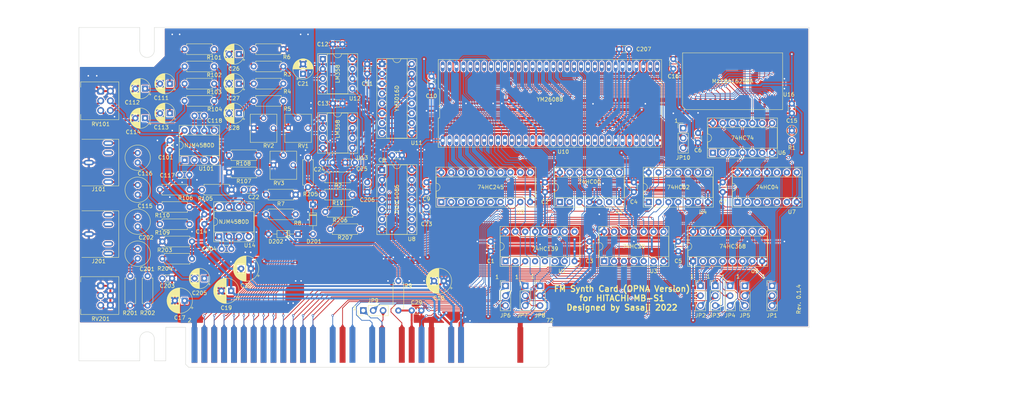
<source format=kicad_pcb>
(kicad_pcb (version 20211014) (generator pcbnew)
  (title_block (title "FM Synth Card (OPNA Version) for HITACHI MB-S1") (date "2022-07-16") (rev "0.1.4") (company "Designed by Sasaji"))
  (layers (0 "F.Cu" signal) (31 "B.Cu" signal) (34 "B.Paste" user) (35 "F.Paste" user) (36 "B.SilkS" user "B.Silkscreen") (37 "F.SilkS" user "F.Silkscreen") (38 "B.Mask" user) (39 "F.Mask" user) (44 "Edge.Cuts" user))
  (net 0 "")
  (net 1 "+5V")
  (net 2 "GND")
  (net 3 "+12V")
  (net 4 "-12V")
  (net 5 "/RB")
  (net 6 "/SND2M")
  (net 7 "DAC_L")
  (net 8 "DAC_R")
  (net 9 "Net-(C26-Pad1)")
  (net 10 "/SND2")
  (net 11 "Net-(C27-Pad1)")
  (net 12 "Net-(C28-Pad1)")
  (net 13 "Net-(C111-Pad1)")
  (net 14 "/SND3_L")
  (net 15 "Net-(C112-Pad1)")
  (net 16 "Net-(C113-Pad1)")
  (net 17 "/SND3_R")
  (net 18 "Net-(C114-Pad1)")
  (net 19 "REC_AREF")
  (net 20 "REC_IN")
  (net 21 "/COMIN")
  (net 22 "D0")
  (net 23 "D1")
  (net 24 "D2")
  (net 25 "D3")
  (net 26 "D4")
  (net 27 "D5")
  (net 28 "D6")
  (net 29 "D7")
  (net 30 "A0")
  (net 31 "A1")
  (net 32 "A2")
  (net 33 "A3")
  (net 34 "A4")
  (net 35 "A5")
  (net 36 "A6")
  (net 37 "A7")
  (net 38 "A8")
  (net 39 "A9")
  (net 40 "A10")
  (net 41 "A11")
  (net 42 "A12")
  (net 43 "A13")
  (net 44 "A14")
  (net 45 "A15")
  (net 46 "~{ROMKIL}")
  (net 47 "~{EX_I{slash}O}")
  (net 48 "R{slash}W")
  (net 49 "~{RES}")
  (net 50 "~{IRQ}")
  (net 51 "~{FIRQ}")
  (net 52 "~{TMG2}")
  (net 53 "SOUND_IN")
  (net 54 "16M_CLK")
  (net 55 "Net-(JP1-Pad2)")
  (net 56 "~{A3}")
  (net 57 "Net-(JP2-Pad2)")
  (net 58 "~{A4}")
  (net 59 "Net-(JP3-Pad2)")
  (net 60 "~{A5}")
  (net 61 "Net-(JP4-Pad2)")
  (net 62 "~{A6}")
  (net 63 "~{A7}")
  (net 64 "Net-(JP5-Pad2)")
  (net 65 "Net-(JP6-Pad2)")
  (net 66 "FM_A1")
  (net 67 "Net-(JP7-Pad3)")
  (net 68 "~{FM_INT}")
  (net 69 "4M_CLK")
  (net 70 "FM_CLK")
  (net 71 "8M_CLK")
  (net 72 "PUR1")
  (net 73 "AOUT")
  (net 74 "Net-(R101-Pad1)")
  (net 75 "Net-(R103-Pad1)")
  (net 76 "Net-(R102-Pad1)")
  (net 77 "/SND3_LM")
  (net 78 "/SND3_RM")
  (net 79 "LOUT_L")
  (net 80 "/REC1T")
  (net 81 "LOUT_R")
  (net 82 "/REC1M")
  (net 83 "/REC1")
  (net 84 "VREF")
  (net 85 "/SND1_L")
  (net 86 "/SND1_R")
  (net 87 "Net-(RV101-Pad2)")
  (net 88 "Net-(RV101-Pad5)")
  (net 89 "Net-(U1-Pad1)")
  (net 93 "~{FM_CS}")
  (net 96 "~{FM_RD}")
  (net 97 "~{FM_WR}")
  (net 98 "Net-(U2-Pad3)")
  (net 99 "Net-(U2-Pad8)")
  (net 100 "Net-(U3-Pad1)")
  (net 101 "Net-(U3-Pad2)")
  (net 102 "Net-(U3-Pad4)")
  (net 103 "Net-(U3-Pad5)")
  (net 104 "Net-(U3-Pad8)")
  (net 106 "Net-(U6-Pad2)")
  (net 107 "Net-(U6-Pad12)")
  (net 108 "MDEN")
  (net 109 "~{DOE}")
  (net 110 "SPOFF")
  (net 111 "SPON")
  (net 112 "FM_A0")
  (net 115 "/ToBUFF")
  (net 116 "BD7")
  (net 117 "BD6")
  (net 118 "BD5")
  (net 119 "BD4")
  (net 120 "BD3")
  (net 121 "BD2")
  (net 122 "BD1")
  (net 123 "BD0")
  (net 140 "SH1")
  (net 141 "SH2")
  (net 142 "OPO")
  (net 144 "DM0")
  (net 145 "MA8")
  (net 147 "~{DWE}")
  (net 148 "~{DCAS}")
  (net 149 "~{DRAS}")
  (net 150 "DM1")
  (net 151 "DM2")
  (net 152 "DM3")
  (net 153 "DM4")
  (net 154 "DM5")
  (net 155 "DM6")
  (net 156 "DM7")
  (net 157 "phiS")
  (net 158 "/COM")
  (net 175 "/VREF2")
  (net 176 "/SND2T")
  (net 177 "/LOUT3_L")
  (net 178 "/LOUT3_R")
  (net 179 "/LOUT2_L")
  (net 180 "/LOUT2_R")
  (net 181 "Net-(C207-Pad1)")
  (net 182 "/RECL_L")
  (net 183 "/REC1_L")
  (net 184 "/RECL_R")
  (net 185 "/REC1_R")
  (net 186 "/DAC_LX")
  (net 187 "/DAC_RX")
  (net 189 "Net-(U2-Pad11)")
  (net 190 "Net-(RV201-Pad2)")
  (footprint "MyAudio:Jack_3.5mm_CUI_PJ317_Horizontal_X" (layer "F.Cu") (at 38.862 97.79 -90)
    (fp_text reference "J101")
    (fp_text value "LINE_OUT")
  )
  (footprint "Connector_PinHeader_2.54mm:PinHeader_1x03_P2.54mm_Vertical" (layer "F.Cu") (at 154.94 129.54)
    (fp_text reference "JP8")
    (fp_text value "Jumper_3_Open" hide)
  )
  (footprint "Triangle:T" (layer "F.Cu") (at 71.12 139.827)
    (fp_text reference "REF**" hide)
    (fp_text value "T" hide)
  )
  (footprint "MountingHole:MountingHole_3.2mm_M3" (layer "F.Cu") (at 43.18 143.51)
    (fp_text reference "REF**" hide)
    (fp_text value "MountingHole_3.2mm_M3")
  )
  (footprint "Capacitor_THT:CP_Radial_D6.3mm_P2.50mm" (layer "F.Cu") (at 75.47738 130.81 180)
    (fp_text reference "C19")
    (fp_text value "100u")
  )
  (footprint "Triangle:T" (layer "F.Cu") (at 81.28 139.827)
    (fp_text reference "REF**" hide)
    (fp_text value "T" hide)
  )
  (footprint "Capacitor_THT:C_Disc_D3.0mm_W1.6mm_P2.50mm" (layer "F.Cu") (at 127 75.565 -90)
    (fp_text reference "C10")
    (fp_text value "0.1u")
  )
  (footprint "Capacitor_THT:CP_Radial_D5.0mm_P2.50mm" (layer "F.Cu") (at 59.69 85.09 180)
    (fp_text reference "C113")
    (fp_text value "22u")
  )
  (footprint "Triangle:T" (layer "F.Cu") (at 192.526357 93.241142 -45)
    (fp_text reference "REF**" hide)
    (fp_text value "T" hide)
  )
  (footprint "Triangle:T" (layer "F.Cu") (at 101.6 139.827)
    (fp_text reference "REF**" hide)
    (fp_text value "T" hide)
  )
  (footprint "Triangle:T" (layer "F.Cu") (at 73.66 139.827)
    (fp_text reference "REF**" hide)
    (fp_text value "T" hide)
  )
  (footprint "Diode_THT:D_DO-34_SOD68_P7.62mm_Horizontal" (layer "F.Cu") (at 92.71 116.205 180)
    (fp_text reference "D202")
    (fp_text value "1N4148")
  )
  (footprint "Potentiometer_THT:Potentiometer_Vishay_T73YP_Vertical" (layer "F.Cu") (at 91.44 98.425 90)
    (fp_text reference "RV3")
    (fp_text value "10k")
  )
  (footprint "Triangle:T" (layer "F.Cu") (at 196.215 128.27)
    (fp_text reference "REF**" hide)
    (fp_text value "T" hide)
  )
  (footprint "Resistor_THT:R_Axial_DIN0207_L6.3mm_D2.5mm_P7.62mm_Horizontal" (layer "F.Cu") (at 74.93 100.33)
    (fp_text reference "R107")
    (fp_text value "10k")
  )
  (footprint "Resistor_THT:R_Axial_DIN0207_L6.3mm_D2.5mm_P7.62mm_Horizontal" (layer "F.Cu") (at 71.12 77.47 180)
    (fp_text reference "R103")
    (fp_text value "4.7k")
  )
  (footprint "MyAudio:Jack_3.5mm_CUI_PJ317_Horizontal_X" (layer "F.Cu") (at 38.862 116.205 -90)
    (fp_text reference "J201")
    (fp_text value "LINE_IN")
  )
  (footprint "Triangle:T" (layer "F.Cu") (at 76.2 139.827)
    (fp_text reference "REF**" hide)
    (fp_text value "T" hide)
  )
  (footprint "Triangle:T" (layer "F.Cu") (at 81.28 139.827)
    (fp_text reference "REF**" hide)
    (fp_text value "T" hide)
  )
  (footprint "Package_DIP:DIP-16_W7.62mm_Socket" (layer "F.Cu") (at 194.31 123.19 90)
    (fp_text reference "U5")
    (fp_text value "74HC368")
  )
  (footprint "Connector_PinHeader_2.54mm:PinHeader_1x03_P2.54mm_Vertical" (layer "F.Cu") (at 214.63 129.54)
    (fp_text reference "JP1")
    (fp_text value "Jumper_3_Open" hide)
  )
  (footprint "MountingHole:MountingHole_3.2mm_M3" (layer "F.Cu") (at 43.18 68.326)
    (fp_text reference "REF**" hide)
    (fp_text value "MountingHole_3.2mm_M3")
  )
  (footprint "Resistor_THT:R_Axial_DIN0207_L6.3mm_D2.5mm_P7.62mm_Horizontal" (layer "F.Cu") (at 99.06 101.6)
    (fp_text reference "R2")
    (fp_text value "1k")
  )
  (footprint "Triangle:T" (layer "F.Cu") (at 83.82 139.827)
    (fp_text reference "REF**" hide)
    (fp_text value "T" hide)
  )
  (footprint "Capacitor_THT:C_Disc_D3.0mm_W1.6mm_P2.50mm" (layer "F.Cu") (at 62.23 100.965)
    (fp_text reference "C117")
    (fp_text value "100p")
  )
  (footprint "Package_DIP:DIP-20_W7.62mm_Socket" (layer "F.Cu") (at 129.545 107.94 90)
    (fp_text reference "U9")
    (fp_text value "74HC245")
  )
  (footprint "Triangle:T" (layer "F.Cu") (at 76.2 139.827)
    (fp_text reference "REF**" hide)
    (fp_text value "T" hide)
  )
  (footprint "Triangle:T" (layer "F.Cu") (at 73.66 139.827)
    (fp_text reference "REF**" hide)
    (fp_text value "T" hide)
  )
  (footprint "Triangle:T" (layer "F.Cu") (at 146.812 131.318 -45)
    (fp_text reference "REF**" hide)
    (fp_text value "T" hide)
  )
  (footprint "Resistor_THT:R_Axial_DIN0207_L6.3mm_D2.5mm_P7.62mm_Horizontal" (layer "F.Cu") (at 53.975 134.62 90)
    (fp_text reference "R202")
    (fp_text value "1k")
  )
  (footprint "Triangle:T" (layer "F.Cu") (at 104.14 139.827)
    (fp_text reference "REF**" hide)
    (fp_text value "T" hide)
  )
  (footprint "Triangle:T" (layer "F.Cu") (at 93.98 139.827)
    (fp_text reference "REF**" hide)
    (fp_text value "T" hide)
  )
  (footprint "Triangle:T" (layer "F.Cu") (at 132.08 139.827)
    (fp_text reference "REF**" hide)
    (fp_text value "T" hide)
  )
  (footprint "Capacitor_THT:C_Disc_D3.0mm_W1.6mm_P2.50mm" (layer "F.Cu") (at 219.71 85.09 90)
    (fp_text reference "C15")
    (fp_text value "0.1u")
  )
  (footprint "Resistor_THT:R_Axial_DIN0207_L6.3mm_D2.5mm_P7.62mm_Horizontal" (layer "F.Cu") (at 88.9 77.47 180)
    (fp_text reference "R4")
    (fp_text value "4.7k")
  )
  (footprint "Triangle:T" (layer "F.Cu") (at 204.597 133.858 -45)
    (fp_text reference "REF**" hide)
    (fp_text value "T" hide)
  )
  (footprint "Connector_PinHeader_2.54mm:PinHeader_1x03_P2.54mm_Vertical" (layer "F.Cu") (at 196.215 129.54)
    (fp_text reference "JP2")
    (fp_text value "Jumper_3_Open" hide)
  )
  (footprint "Triangle:T" (layer "F.Cu") (at 86.36 139.827)
    (fp_text reference "REF**" hide)
    (fp_text value "T" hide)
  )
  (footprint "Triangle:T" (layer "F.Cu") (at 88.9 139.827)
    (fp_text reference "REF**" hide)
    (fp_text value "T" hide)
  )
  (footprint "SDIP64:SDIP-64" (layer "F.Cu") (at 157.48 82.55)
    (fp_text reference "U10")
    (fp_text value "YM2608B")
  )
  (footprint "Resistor_THT:R_Axial_DIN0207_L6.3mm_D2.5mm_P7.62mm_Horizontal" (layer "F.Cu") (at 57.785 118.11)
    (fp_text reference "R203")
    (fp_text value "10k")
  )
  (footprint "Resistor_THT:R_Axial_DIN0207_L6.3mm_D2.5mm_P7.62mm_Horizontal" (layer "F.Cu") (at 88.9 81.915 180)
    (fp_text reference "R5")
    (fp_text value "4.7k")
  )
  (footprint "Connector_PinHeader_2.54mm:PinHeader_1x03_P2.54mm_Vertical" (layer "F.Cu") (at 146.05 129.54)
    (fp_text reference "JP6")
    (fp_text value "Jumper_3_Open" hide)
  )
  (footprint "Triangle:T" (layer "F.Cu") (at 206.883 133.858 45)
    (fp_text reference "REF**" hide)
    (fp_text value "T" hide)
  )
  (footprint "Triangle:T" (layer "F.Cu") (at 196.977 133.858 -45)
    (fp_text reference "REF**" hide)
    (fp_text value "T" hide)
  )
  (footprint "Resistor_THT:R_Axial_DIN0207_L6.3mm_D2.5mm_P7.62mm_Horizontal" (layer "F.Cu") (at 88.885 73.025 180)
    (fp_text reference "R3")
    (fp_text value "4.7k")
  )
  (footprint "Triangle:T" (layer "F.Cu") (at 153.797 129.54 90)
    (fp_text reference "REF**" hide)
    (fp_text value "T" hide)
  )
  (footprint "Package_DIP:DIP-14_W7.62mm_Socket" (layer "F.Cu") (at 114.3 99.695)
    (fp_text reference "U8")
    (fp_text value "74HC4066")
  )
  (footprint "Capacitor_THT:CP_Radial_D5.0mm_P2.50mm" (layer "F.Cu") (at 53.34 86.36 180)
    (fp_text reference "C114")
    (fp_text value "22u")
  )
  (footprint "Capacitor_THT:CP_Radial_D5.0mm_P2.50mm" (layer "F.Cu") (at 68.58 127.635 180)
    (fp_text reference "C205")
    (fp_text value "22u")
  )
  (footprint "Capacitor_THT:C_Radial_D6.3mm_H5.0mm_P2.50mm" (layer "F.Cu") (at 51.435 111.76 -90)
    (fp_text reference "C202")
    (fp_text value "22u")
  )
  (footprint "Triangle:T" (layer "F.Cu") (at 201.041 134.62 -90)
    (fp_text reference "REF**" hide)
    (fp_text value "T" hide)
  )
  (footprint "Capacitor_THT:CP_Radial_D5.0mm_P2.50mm" (layer "F.Cu") (at 93.98 74.93 90)
    (fp_text reference "C21")
    (fp_text value "10u")
  )
  (footprint "Capacitor_THT:C_Radial_D6.3mm_H5.0mm_P2.50mm" (layer "F.Cu") (at 51.435 97.79 90)
    (fp_text reference "C116")
    (fp_text value "22u")
  )
  (footprint "Resistor_THT:R_Axial_DIN0207_L6.3mm_D2.5mm_P7.62mm_Horizontal" (layer "F.Cu") (at 84.455 111.125)
    (fp_text reference "R8")
    (fp_text value "33k")
  )
  (footprint "Triangle:T" (layer "F.Cu") (at 124.46 139.827)
    (fp_text reference "REF**" hide)
    (fp_text value "T" hide)
  )
  (footprint "Package_DIP:DIP-14_W7.62mm_Socket" (layer "F.Cu") (at 182.88 107.95 90)
    (fp_text reference "U4")
    (fp_text value "74HC02")
  )
  (footprint "Triangle:T" (layer "F.Cu") (at 68.58 139.827)
    (fp_text reference "REF**" hide)
    (fp_text value "T" hide)
  )
  (footprint "Capacitor_THT:C_Radial_D6.3mm_H5.0mm_P2.50mm" (layer "F.Cu") (at 51.435 106.045 90)
    (fp_text reference "C115")
    (fp_text value "22u")
  )
  (footprint "Capacitor_THT:C_Disc_D3.0mm_W1.6mm_P2.50mm" (layer "F.Cu") (at 142.24 118.11 -90)
    (fp_text reference "C1")
    (fp_text value "0.1u")
  )
  (footprint "Resistor_THT:R_Axial_DIN0207_L6.3mm_D2.5mm_P2.54mm_Vertical" (layer "F.Cu") (at 219.71 89.535 -90)
    (fp_text reference "R1")
    (fp_text value "4.7k")
  )
  (footprint "Triangle:T" (layer "F.Cu") (at 68.58 139.827)
    (fp_text reference "REF**" hide)
    (fp_text value "T" hide)
  )
  (footprint "Capacitor_THT:C_Disc_D3.0mm_W1.6mm_P2.50mm" (layer "F.Cu") (at 104.1 67.31 180)
    (fp_text reference "C12")
    (fp_text value "0.1u")
  )
  (footprint "Package_DIP:DIP-14_W7.62mm_Socket" (layer "F.Cu") (at 199.39 95.25 90)
    (fp_text reference "U6")
    (fp_text value "74HC74")
  )
  (footprint "Package_DIP:DIP-16_W7.62mm_Socket" (layer "F.Cu") (at 146.05 123.19 90)
    (fp_text reference "U1")
    (fp_text value "74HC139")
  )
  (footprint "Triangle:T" (layer "F.Cu") (at 134.62 139.827)
    (fp_text reference "REF**" hide)
    (fp_text value "T" hide)
  )
  (footprint "Capacitor_THT:C_Disc_D3.0mm_W1.6mm_P2.50mm" (layer "F.Cu") (at 78.74 104.775)
    (fp_text reference "C22")
    (fp_text value "100p")
  )
  (footprint "Triangle:T" (layer "F.Cu") (at 215.392 133.858 -45)
    (fp_text reference "REF**" hide)
    (fp_text value "T" hide)
  )
  (footprint "Triangle:T" (layer "F.Cu") (at 150.368 128.778 45)
    (fp_text reference "REF**" hide)
    (fp_text value "T" hide)
  )
  (footprint "Triangle:T" (layer "F.Cu") (at 110.236 136.652 -135)
    (fp_text reference "REF**" hide)
    (fp_text value "T" hide)
  )
  (footprint "Capacitor_THT:C_Disc_D3.0mm_W1.6mm_P2.50mm" (layer "F.Cu") (at 99.06 97.79)
    (fp_text reference "C24")
    (fp_text value "2200p")
  )
  (footprint "Package_DIP:DIP-14_W7.62mm_Socket" (layer "F.Cu") (at 160.02 107.95 90)
    (fp_text reference "U2")
    (fp_text value "74HC00")
  )
  (footprint "Connector_PinHeader_2.54mm:PinHeader_1x03_P2.54mm_Vertical" (layer "F.Cu") (at 207.645 129.54)
    (fp_text reference "JP5")
    (fp_text value "Jumper_3_Open" hide)
  )
  (footprint "Package_DIP:DIP-8_W7.62mm_Socket" (layer "F.Cu") (at 99.06 86.36)
    (fp_text reference "U13")
    (fp_text value "LM358")
  )
  (footprint "Capacitor_THT:CP_Radial_D5.0mm_P2.50mm" (layer "F.Cu") (at 77.47 69.85 180)
    (fp_text reference "C26")
    (fp_text value "22u")
  )
  (footprint "Triangle:T" (layer "F.Cu") (at 86.36 139.827)
    (fp_text reference "REF**" hide)
    (fp_text value "T" hide)
  )
  (footprint "Package_DIP:DIP-16_W7.62mm_Socket" (layer "F.Cu") (at 114.3 72.39)
    (fp_text reference "U11")
    (fp_text value "YM3016D")
  )
  (footprint "Triangle:T" (layer "F.Cu") (at 145.034 134.62 90)
    (fp_text reference "REF**" hide)
    (fp_text value "T" hide)
  )
  (footprint "Connector_PinHeader_2.54mm:PinHeader_1x03_P2.54mm_Vertical" (layer "F.Cu") (at 203.835 129.54)
    (fp_text reference "JP4")
    (fp_text value "Jumper_3_Open" hide)
  )
  (footprint "Resistor_THT:R_Axial_DIN0207_L6.3mm_D2.5mm_P7.62mm_Horizontal" (layer "F.Cu") (at 71.12 81.915 180)
    (fp_text reference "R104")
    (fp_text value "4.7k")
  )
  (footprint "Capacitor_THT:C_Disc_D3.0mm_W1.6mm_P2.50mm" (layer "F.Cu") (at 121.92 135.89)
    (fp_text reference "C29")
    (fp_text value "1000p")
  )
  (footprint "Triangle:T" (layer "F.Cu") (at 114.554 136.906 180)
    (fp_text reference "REF**" hide)
    (fp_text value "T" hide)
  )
  (footprint "Resistor_THT:R_Axial_DIN0207_L6.3mm_D2.5mm_P7.62mm_Horizontal" (layer "F.Cu") (at 75.565 104.775 180)
    (fp_text reference "R105")
    (fp_text value "10k")
  )
  (footprint "Triangle:T" (layer "F.Cu") (at 112.776 135.128 -45)
    (fp_text reference "REF**" hide)
    (fp_text value "T" hide)
  )
  (footprint "Resistor_THT:R_Axial_DIN0207_L6.3mm_D2.5mm_P7.62mm_Horizontal" (layer "F.Cu") (at 71.12 73.025 180)
    (fp_text reference "R102")
    (fp_text value "4.7k")
  )
  (footprint "SOIC40:SOIC-40" (layer "F.Cu") (at 204.47 76.835)
    (fp_text reference "U16")
    (fp_text value "M11B416256A")
  )
  (footprint "Connector_PinHeader_2.54mm:PinHeader_1x03_P2.54mm_Vertical" (layer "F.Cu") (at 200.025 129.54)
    (fp_text reference "JP3")
    (fp_text value "Jumper_3_Open" hide)
  )
  (footprint "Triangle:T" (layer "F.Cu") (at 91.44 139.827)
    (fp_text reference "REF**" hide)
    (fp_text value "T" hide)
  )
  (footprint "Capacitor_THT:C_Disc_D3.0mm_W1.6mm_P2.50mm" (layer "F.Cu") (at 119.38 95.885 180)
    (fp_text reference "C8")
    (fp_text value "0.1u")
  )
  (footprint "Triangle:T" (layer "F.Cu") (at 88.9 139.827)
    (fp_text reference "REF**" hide)
    (fp_text value "T" hide)
  )
  (footprint "Triangle:T" (layer "F.Cu") (at 151.892 133.858 -45)
    (fp_text reference "REF**" hide)
    (fp_text value "T" hide)
  )
  (footprint "Triangle:T" (layer "F.Cu") (at 213.902797 132.807203 135)
    (fp_text reference "REF**" hide)
    (fp_text value "T" hide)
  )
  (footprint "Triangle:T" (layer "F.Cu") (at 208.407 131.318 -45)
    (fp_text reference "REF**" hide)
    (fp_text value "T" hide)
  )
  (footprint "Triangle:T" (layer "F.Cu") (at 145.322797 130.267203 135)
    (fp_text reference "REF**" hide)
    (fp_text value "T" hide)
  )
  (footprint "Capacitor_THT:C_Disc_D3.0mm_W1.6mm_P2.50mm" (layer "F.Cu") (at 167.64 118.11 -90)
    (fp_text reference "C3")
    (fp_text value "0.1u")
  )
  (footprint "Package_DIP:DIP-14_W7.62mm_Socket" (layer "F.Cu") (at 171.45 123.19 90)
    (fp_text reference "U3")
    (fp_text value "74HC20")
  )
  (footprint "Triangle:T" (layer "F.Cu") (at 208.407 128.778 -45)
    (fp_text reference "REF**" hide)
    (fp_text value "T" hide)
  )
  (footprint "Capacitor_THT:C_Disc_D3.0mm_W1.6mm_P2.50mm" (layer "F.Cu") (at 59.69 92.075 -90)
    (fp_text reference "C101")
    (fp_text value "0.1u")
  )
  (footprint "Capacitor_THT:CP_Radial_D5.0mm_P2.50mm" (layer "F.Cu") (at 53.34 78.74 180)
    (fp_text reference "C112")
    (fp_text value "22u")
  )
  (footprint "Triangle:T" (layer "F.Cu") (at 195.199 132.08 90)
    (fp_text reference "REF**" hide)
    (fp_text value "T" hide)
  )
  (footprint "Triangle:T" (layer "F.Cu") (at 200.025 128.27)
    (fp_text reference "REF**" hide)
    (fp_text value "T" hide)
  )
  (footprint "Resistor_THT:R_Axial_DIN0207_L6.3mm_D2.5mm_P7.62mm_Horizontal" (layer "F.Cu") (at 57.15 109.22)
    (fp_text reference "R110")
    (fp_text value "330")
  )
  (footprint "Capacitor_THT:C_Disc_D3.0mm_W1.6mm_P2.50mm" (layer "F.Cu") (at 195.58 90.17 -90)
    (fp_text reference "C6")
    (fp_text value "0.1u")
  )
  (footprint "Capacitor_THT:C_Disc_D3.0mm_W1.6mm_P2.50mm" (layer "F.Cu") (at 107.315 97.79 180)
    (fp_text reference "C25")
    (fp_text value "2200p")
  )
  (footprint "Connector_PinHeader_2.54mm:PinHeader_1x03_P2.54mm_Vertical" (layer "F.Cu") (at 191.77 88.925)
    (fp_text reference "JP10")
    (fp_text value "Jumper_3_Open" hide)
  )
  (footprint "Triangle:T" (layer "F.Cu") (at 199.263 132.842 135)
    (fp_text reference "REF**" hide)
    (fp_text value "T" hide)
  )
  (footprint "Capacitor_THT:C_Disc_D3.0mm_W1.6mm_P2.50mm" (layer "F.Cu") (at 190.5 118.11 -90)
    (fp_text reference "C5")
    (fp_text value "0.1u")
  )
  (footprint "Capacitor_THT:CP_Radial_D5.0mm_P2.50mm" (layer "F.Cu") (at 59.69 77.47 180)
    (fp_text reference "C111")
    (fp_text value "22u")
  )
  (footprint "Diode_THT:D_DO-34_SOD68_P7.62mm_Horizontal" (layer "F.Cu") (at 96.52 108.585 -90)
    (fp_text reference "D201")
    (fp_text value "1N4148")
  )
  (footprint "Resistor_THT:R_Axial_DIN0207_L6.3mm_D2.5mm_P7.62mm_Horizontal" (layer "F.Cu") (at 88.9 68.58 180)
    (fp_text reference "R6")
    (fp_text value "100k")
  )
  (footprint "Capacitor_THT:CP_Radial_D6.3mm_P2.50mm" (layer "F.Cu") (at 63.5 133.35 180)
    (fp_text reference "C17")
    (fp_text value "47u")
  )
  (footprint "Resistor_THT:R_Axial_DIN0207_L6.3mm_D2.5mm_P7.62mm_Horizontal" (layer "F.Cu") (at 71.12 68.58 180)
    (fp_text reference "R101")
    (fp_text value "4.7k")
  )
  (footprint "Triangle:T" (layer "F.Cu") (at 191.020982 90.716946 45)
    (fp_text reference "REF**" hide)
    (fp_text value "T" hide)
  )
  (footprint "Triangle:T" (layer "F.Cu") (at 106.68 139.827)
    (fp_text reference "REF**" hide)
    (fp_text value "T" hide)
  )
  (footprint "Triangle:T" (layer "F.Cu") (at 202.819 132.08 90)
    (fp_text reference "REF**" hide)
    (fp_text value "T" hide)
  )
  (footprint "Capacitor_THT:C_Disc_D3.0mm_W1.6mm_P2.50mm" (layer "F.Cu") (at 201.93 102.87 -90)
    (fp_text reference "C7")
    (fp_text value "0.1u")
  )
  (footprint "Capacitor_THT:C_Disc_D3.0mm_W1.6mm_P2.50mm" (layer "F.Cu") (at 104.14 82.55 180)
    (fp_text reference "C13")
    (fp_text value "0.1u")
  )
  (footprint "Triangle:T" (layer "F.Cu") (at 96.52 139.827)
    (fp_text reference "REF**" hide)
    (fp_text value "T" hide)
  )
  (footprint "Triangle:T" (layer "F.Cu") (at 153.924 134.62 90)
    (fp_text reference "REF**" hide)
    (fp_text value "T" hide)
  )
  (footprint "Capacitor_THT:C_Disc_D3.0mm_W1.6mm_P2.50mm" (layer "F.Cu") (at 189.23 71.12 -90)
    (fp_text reference "C16")
    (fp_text value "0.1u")
  )
  (footprint "Resistor_THT:R_Axial_DIN0207_L6.3mm_D2.5mm_P7.62mm_Horizontal" (layer "F.Cu") (at 74.93 95.885)
    (fp_text reference "R108")
    (fp_text value "47k")
  )
  (footprint "Triangle:T" (layer "F.Cu") (at 93.98 139.827)
    (fp_text reference "REF**" hide)
    (fp_text value "T" hide)
  )
  (footprint "Capacitor_THT:CP_Radial_D6.3mm_P2.50mm" (layer "F.Cu") (at 80.55738 125.095 180)
    (fp_text reference "C20")
    (fp_text value "100u")
  )
  (footprint "Package_DIP:DIP-8_W7.62mm_Socket" (layer "F.Cu") (at 63.5 97.155 90)
    (fp_text reference "U101")
    (fp_text value "NJM4580D")
  )
  (footprint "Capacitor_THT:C_Disc_D3.0mm_W1.6mm_P2.50mm" (layer "F.Cu") (at 156.21 102.87 -90)
    (fp_text reference "C2")
    (fp_text value "0.1u")
  )
  (footprint "Triangle:T" (layer "F.Cu") (at 78.74 139.827)
    (fp_text reference "REF**" hide)
    (fp_text value "T" hide)
  )
  (footprint "Triangle:T" (layer "F.Cu") (at 204.597 128.778 -45)
    (fp_text reference "REF**" hide)
    (fp_text value "T" hide)
  )
  (footprint "Capacitor_THT:C_Disc_D3.0mm_W1.6mm_P2.50mm" (layer "F.Cu") (at 110.49 72.39 -90)
    (fp_text reference "C11")
    (fp_text value "0.1u")
  )
  (footprint "Connector_PinHeader_2.54mm:PinHeader_1x03_P2.54mm_Vertical" (layer "F.Cu") (at 109.474 135.89 90)
    (fp_text reference "JP9")
    (fp_text value "Jumper_3_Open" hide)
  )
  (footprint "Triangle:T" (layer "F.Cu") (at 111.76 139.827)
    (fp_text reference "REF**" hide)
    (fp_text value "T" hide)
  )
  (footprint "Capacitor_THT:CP_Radial_D6.3mm_P2.50mm" (layer "F.Cu") (at 130.175 128.27 180)
    (fp_text reference "C18")
    (fp_text value "47u")
  )
  (footprint "Capacitor_THT:C_Disc_D3.0mm_W1.6mm_P2.50mm" (layer "F.Cu") (at 179.07 102.87 -90)
    (fp_text reference "C4")
    (fp_text value "0.1u")
  )
  (footprint "MyAudio:Potentiometer_Alps_RK097_Dual_Horizontal_X" (layer "F.Cu") (at 41.91 79.375)
    (fp_text reference "RV101")
    (fp_text value "10k")
  )
  (footprint "Resistor_THT:R_Axial_DIN0207_L6.3mm_D2.5mm_P7.62mm_Horizontal" (layer "F.Cu") (at 95.25 104.14 90)
    (fp_text reference "R205")
    (fp_text value "47k")
  )
  (footprint "Triangle:T" (layer "F.Cu") (at 192.523345 88.181337 -45)
    (fp_text reference "REF**" hide)
    (fp_text value "T" hide)
  )
  (footprint "Capacitor_THT:CP_Radial_D5.0mm_P2.50mm" (layer "F.Cu") (at 77.47 77.47 180)
    (fp_text reference "C27")
    (fp_text value "22u")
  )
  (footprint "Triangle:T" (layer "F.Cu") (at 121.92 139.827)
    (fp_text reference "REF**" hide)
    (fp_text value "T" hide)
  )
  (footprint "Capacitor_THT:C_Disc_D3.0mm_W1.6mm_P2.50mm" (layer "F.Cu") (at 66.04 85.725)
    (fp_text reference "C118")
    (fp_text value "100p")
  )
  (footprint "Resistor_THT:R_Axial_DIN0207_L6.3mm_D2.5mm_P7.62mm_Horizontal" (layer "F.Cu") (at 49.53 134.62 90)
    (fp_text reference "R201")
    (fp_text value "1k")
  )
  (footprint "Triangle:T" (layer "F.Cu") (at 215.392 128.778 -45)
    (fp_text reference "REF**" hide)
    (fp_text value "T" hide)
  )
  (footprint "Triangle:T" (layer "F.Cu") (at 114.3 139.827)
    (fp_text reference "REF**" hide)
    (fp_text value "T" hide)
  )
  (footprint "Package_DIP:DIP-14_W7.62mm_Socket" (layer "F.Cu") (at 205.74 107.95 90)
    (fp_text reference "U7")
    (fp_text value "74HC04")
  )
  (footprint "Resistor_THT:R_Axial_DIN0207_L6.3mm_D2.5mm_P7.62mm_Horizontal" (layer "F.Cu") (at 108.585 114.935 180)
    (fp_text reference "R207")
    (fp_text value "10k")
  )
  (footprint "Connector_PinHeader_2.54mm:PinHeader_1x03_P2.54mm_Vertical" (layer "F.Cu") (at 151.13 129.54)
    (fp_text reference "JP7")
    (fp_text value "Jumper_3_Open" hide)
  )
  (footprint "Resistor_THT:R_Axial_DIN0207_L6.3mm_D2.5mm_P7.62mm_Horizontal" (layer "F.Cu") (at 57.785 122.555)
    (fp_text reference "R204")
    (fp_text value "240k")
  )
  (footprint "Triangle:T" (layer "F.Cu") (at 150.368 130.302 135)
    (fp_text reference "REF**" hide)
    (fp_text value "T" hide)
  )
  (footprint "Triangle:T" (layer "F.Cu") (at 132.08 139.827)
    (fp_text reference "REF**" hide)
    (fp_text value "T" hide)
  )
  (footprint "Triangle:T" (layer "F.Cu") (at 91.44 139.827)
    (fp_text reference "REF**" hide)
    (fp_text value "T" hide)
  )
  (footprint "Package_DIP:DIP-8_W7.62mm_Socket" (layer "F.Cu") (at 99.06 71.12)
    (fp_text reference "U12")
    (fp_text value "LM358")
  )
  (footprint "Triangle:T" (layer "F.Cu") (at 206.883 133.858 45)
    (fp_text reference "REF**" hide)
    (fp_text value "T" hide)
  )
  (footprint "Resistor_THT:R_Axial_DIN0207_L6.3mm_D2.5mm_P7.62mm_Horizontal" (layer "F.Cu") (at 92.075 106.045 180)
    (fp_text reference "R7")
    (fp_text value "10k")
  )
  (footprint "Triangle:T" (layer "F.Cu") (at 71.12 139.827)
    (fp_text reference "REF**" hide)
    (fp_text value "T" hide)
  )
  (footprint "Triangle:T" (layer "F.Cu") (at 78.74 139.827)
    (fp_text reference "REF**" hide)
    (fp_text value "T" hide)
  )
  (footprint "Resistor_THT:R_Axial_DIN0207_L6.3mm_D2.5mm_P7.62mm_Horizontal" (layer "F.Cu") (at 57.15 113.665)
    (fp_text reference "R109")
    (fp_text value "330")
  )
  (footprint "Capacitor_THT:C_Radial_D6.3mm_H5.0mm_P2.50mm" (layer "F.Cu") (at 51.435 120.015 -90)
    (fp_text reference "C201")
    (fp_text value "22u")
  )
  (footprint "Triangle:T" (layer "F.Cu") (at 119.38 139.827)
    (fp_text reference "REF**" hide)
    (fp_text value "T" hide)
  )
  (footprint "Triangle:T" (layer "F.Cu") (at 151.892 132.842 -135)
    (fp_text reference "REF**" hide)
    (fp_text value "T" hide)
  )
  (footprint "Capacitor_THT:C_Disc_D3.0mm_W1.6mm_P2.50mm" (layer "F.Cu") (at 110.49 102.87 -90)
    (fp_text reference "C206")
    (fp_text value "47p")
  )
  (footprint "Capacitor_THT:C_Disc_D3.0mm_W1.6mm_P2.50mm" (layer "F.Cu") (at 68.58 111.125 -90)
    (fp_text reference "C14")
    (fp_text value "0.1u")
  )
  (footprint "MyAudio:Potentiometer_Alps_RK097_Dual_Horizontal_X" (layer "F.Cu") (at 41.91 129.54)
    (fp_text reference "RV201")
    (fp_text value "10k")
  )
  (footprint "Capacitor_THT:CP_Radial_D5.0mm_P2.50mm" (layer "F.Cu") (at 77.47 85.09 180)
    (fp_text reference "C28")
    (fp_text value "22u")
  )
  (footprint "Resistor_THT:R_Axial_DIN0207_L6.3mm_D2.5mm_P7.62mm_Horizontal" (layer "F.Cu") (at 107.315 110.49 180)
    (fp_text reference "R206")
    (fp_text value "10k")
  )
  (footprint "Resistor_THT:R_Axial_DIN0207_L6.3mm_D2.5mm_P7.62mm_Horizontal" (layer "F.Cu") (at 106.68 106.045 180)
    (fp_text reference "R10")
    (fp_text value "47k")
  )
  (footprint "Potentiometer_THT:Potentiometer_Vishay_T73YP_Vertical" (layer "F.Cu") (at 86.36 88.9 90)
    (fp_text reference "RV2")
    (fp_text value "10k")
  )
  (footprint "Potentiometer_THT:Potentiometer_Vishay_T73YP_Vertical" (layer "F.Cu") (at 95.25 88.9 90)
    (fp_text reference "RV1")
    (fp_text value "10k")
  )
  (footprint "Resistor_THT:R_Axial_DIN0207_L6.3mm_D2.5mm_P7.62mm_Horizontal" (layer "F.Cu") (at 118.491 135.89 90)
    (fp_text reference "R9")
    (fp_text value "1k")
  )
  (footprint "Capacitor_THT:C_Disc_D3.0mm_W1.6mm_P2.50mm" (layer "F.Cu") (at 125.73 109.22 -90)
    (fp_text reference "C23")
    (fp_text value "47p")
  )
  (footprint "CardEdge:CardEdge72" (layer "F.Cu") (at 111.76 140.208)
    (fp_text reference "Edge1")
    (fp_text value "Conn_02x36_Odd_Even")
  )
  (footprint "Capacitor_THT:C_Disc_D3.0mm_W1.6mm_P2.50mm" (layer "F.Cu") (at 57.785 127.635)
    (fp_text reference "C203")
    (fp_text value "1000p")
  )
  (footprint "Capacitor_THT:C_Disc_D3.0mm_W1.6mm_P2.50mm" (layer "F.Cu") (at 73.025 120.015)
    (fp_text reference "C204")
    (fp_text value "100p")
  )
  (footprint "Capacitor_THT:C_Disc_D3.0mm_W1.6mm_P2.50mm" (layer "F.Cu") (at 125.73 102.87 -90)
    (fp_text reference "C9")
    (fp_text value "0.1u")
  )
  (footprint "Triangle:T" (layer "F.Cu") (at 203.107797 128.812797 45)
    (fp_text reference "REF**" hide)
    (fp_text value "T" hide)
  )
  (footprint "Triangle:T" (layer "F.Cu") (at 96.52 139.827)
    (fp_text reference "REF**" hide)
    (fp_text value "T" hide)
  )
  (footprint "Triangle:T" (layer "F.Cu") (at 83.82 139.827)
    (fp_text reference "REF**" hide)
    (fp_text value "T" hide)
  )
  (footprint "Resistor_THT:R_Axial_DIN0207_L6.3mm_D2.5mm_P7.62mm_Horizontal" (layer "F.Cu") (at 57.15 104.775)
    (fp_text reference "R106")
    (fp_text value "47k")
  )
  (footprint "Capacitor_THT:C_Disc_D3.0mm_W1.6mm_P2.50mm" (layer "F.Cu") (at 177.8 68.58 180)
    (fp_text reference "C207")
    (fp_text value "2200p")
  )
  (footprint "Package_DIP:DIP-8_W7.62mm_Socket" (layer "F.Cu") (at 72.39 116.84 90)
    (fp_text reference "U14")
    (fp_text value "NJM4580D")
  )
  (gr_line (start 224.155 62.992) (end 224.155 140.208) (layer "Edge.Cuts") (width 0.1))
  (gr_arc (start 51.9684 143.256) (mid 53.848 141.3764) (end 55.7276 143.256) (layer "Edge.Cuts") (width 0.1))
  (gr_line (start 224.155 140.208) (end 157.226 140.208) (layer "Edge.Cuts") (width 0.1))
  (gr_line (start 51.9684 68.834) (end 51.9684 62.992) (layer "Edge.Cuts") (width 0.1))
  (gr_line (start 58.674 148.844) (end 55.7276 148.844) (layer "Edge.Cuts") (width 0.1))
  (gr_line (start 55.7276 143.256) (end 55.7276 148.844) (layer "Edge.Cuts") (width 0.1))
  (gr_line (start 58.674 140.208) (end 58.674 148.844) (layer "Edge.Cuts") (width 0.1))
  (gr_line (start 64.516 150.495) (end 63.754 149.733) (layer "Edge.Cuts") (width 0.1))
  (gr_line (start 156.464 150.495) (end 64.516 150.495) (layer "Edge.Cuts") (width 0.1))
  (gr_line (start 55.7276 68.834) (end 55.7276 62.992) (layer "Edge.Cuts") (width 0.1))
  (gr_line (start 51.9684 148.844) (end 36.322 148.844) (layer "Edge.Cuts") (width 0.1))
  (gr_line (start 36.322 62.992) (end 51.9684 62.992) (layer "Edge.Cuts") (width 0.1))
  (gr_line (start 63.754 140.208) (end 58.674 140.208) (layer "Edge.Cuts") (width 0.1))
  (gr_line (start 157.226 149.733) (end 156.464 150.495) (layer "Edge.Cuts") (width 0.1))
  (gr_line (start 55.7276 62.992) (end 224.155 62.992) (layer "Edge.Cuts") (width 0.1))
  (gr_line (start 63.754 149.733) (end 63.754 140.208) (layer "Edge.Cuts") (width 0.1))
  (gr_line (start 157.226 140.208) (end 157.226 149.733) (layer "Edge.Cuts") (width 0.1))
  (gr_line (start 51.9684 143.256) (end 51.9684 148.844) (layer "Edge.Cuts") (width 0.1))
  (gr_line (start 36.322 148.844) (end 36.322 62.992) (layer "Edge.Cuts") (width 0.1))
  (gr_arc (start 55.7276 68.834) (mid 53.848 70.7136) (end 51.9684 68.834) (layer "Edge.Cuts") (width 0.1))
  (gr_text "FM Synth Card (OPNA Version)\nfor HITACHI MB-S1\nDesigned by Sasaji 2022" (at 176.022 132.715) (layer "F.SilkS") (effects (font (size 1.5 1.5) (thickness 0.3))))
  (gr_text "Rev. 0.1.4" (at 221.488 132.969 90) (layer "F.SilkS") (effects (font (size 1 1))))
  (segment (start 167.64 118.11) (end 168.91 118.11) (width 0.5) (layer "F.Cu") (net 1))
  (segment (start 123.421808 94.488) (end 125.222 94.488) (width 0.5) (layer "F.Cu") (net 1))
  (segment (start 144.145 102.87) (end 144.78 103.505) (width 0.5) (layer "F.Cu") (net 1))
  (segment (start 189.23 85.09) (end 192.29808 85.09) (width 0.5) (layer "F.Cu") (net 1))
  (segment (start 147.955 102.87) (end 156.21 102.87) (width 0.5) (layer "F.Cu") (net 1))
  (segment (start 201.93 102.87) (end 204.47 100.33) (width 0.5) (layer "F.Cu") (net 1))
  (segment (start 104.14 82.55) (end 107.95 82.55) (width 0.5) (layer "F.Cu") (net 1))
  (segment (start 146.428207 82.55) (end 146.682207 82.804) (width 0.5) (layer "F.Cu") (net 1))
  (segment (start 119.978175 129.576825) (end 121.285 128.27) (width 0.5) (layer "F.Cu") (net 1))
  (segment (start 216.535 82.535) (end 216.535 85.041711) (width 0.5) (layer "F.Cu") (net 1))
  (segment (start 168.529 82.804) (end 181.991 82.804) (width 0.5) (layer "F.Cu") (net 1))
  (segment (start 135.001 139.33711) (end 135.528142 138.809968) (width 0.5) (layer "F.Cu") (net 1))
  (segment (start 73.533 127.127) (end 77.343 123.317) (width 0.5) (layer "F.Cu") (net 1))
  (segment (start 171.1325 103.1875) (end 171.45 102.87) (width 0.5) (layer "F.Cu") (net 1))
  (segment (start 157.734 82.651587) (end 157.734 82.804) (width 0.5) (layer "F.Cu") (net 1))
  (segment (start 142.24 118.11) (end 138.811 118.11) (width 0.5) (layer "F.Cu") (net 1))
  (segment (start 125.73 84.455) (end 128.27 84.455) (width 0.5) (layer "F.Cu") (net 1))
  (segment (start 135.001 140.462) (end 135.001 139.33711) (width 0.5) (layer "F.Cu") (net 1))
  (segment (start 135.89 137.541) (end 136.906 138.557) (width 0.5) (layer "F.Cu") (net 1))
  (segment (start 198.755 82.535) (end 198.755 85.077932) (width 0.5) (layer "F.Cu") (net 1))
  (segment (start 168.567097 82.765903) (end 168.529 82.804) (width 0.5) (layer "F.Cu") (net 1))
  (segment (start 179.07 118.11) (end 167.64 118.11) (width 0.5) (layer "F.Cu") (net 1))
  (segment (start 143.256 118.11) (end 142.24 118.11) (width 0.5) (layer "F.Cu") (net 1))
  (segment (start 170.216411 111.161411) (end 170.18 111.125) (width 0.5) (layer "F.Cu") (net 1))
  (segment (start 186.944 82.804) (end 189.23 85.09) (width 0.5) (layer "F.Cu") (net 1))
  (segment (start 113.919 94.689052) (end 113.919 94.488) (width 0.5) (layer "F.Cu") (net 1))
  (segment (start 198.12 87.63) (end 199.39 87.63) (width 0.5) (layer "F.Cu") (net 1))
  (segment (start 204.47 100.33) (end 205.74 100.33) (width 0.5) (layer "F.Cu") (net 1))
  (segment (start 117.983 94.488) (end 119.38 95.885) (width 0.5) (layer "F.Cu") (net 1))
  (segment (start 156.21 102.87) (end 170.815 102.87) (width 0.5) (layer "F.Cu") (net 1))
  (segment (start 166.3065 118.11) (end 167.64 118.11) (width 0.5) (layer "F.Cu") (net 1))
  (segment (start 120.142 122.180491) (end 120.174232 122.212723) (width 0.5) (layer "F.Cu") (net 1))
  (segment (start 134.62 144.78) (end 134.62 140.843) (width 0.5) (layer "F.Cu") (net 1))
  (segment (start 89.535 117.729) (end 89.906 118.1) (width 0.5) (layer "F.Cu") (net 1))
  (segment (start 190.5 118.11) (end 193.04 115.57) (width 0.5) (layer "F.Cu") (net 1))
  (segment (start 110.49 85.09) (end 111.76 85.09) (width 0.5) (layer "F.Cu") (net 1))
  (segment (start 180.34 111.125) (end 180.303589 111.161411) (width 0.5) (layer "F.Cu") (net 1))
  (segment (start 134.239 139.065) (end 134.239 140.335) (width 0.5) (layer "F.Cu") (net 1))
  (segment (start 192.29808 85.09) (end 198.767068 85.09) (width 0.5) (layer "F.Cu") (net 1))
  (segment (start 154.94 118.872) (end 159.004 118.872) (width 0.5) (layer "F.Cu") (net 1))
  (segment (start 134.62 140.843) (end 135.001 140.462) (width 0.5) (layer "F.Cu") (net 1))
  (segment (start 134.239 140.335) (end 134.62 140.716) (width 0.5) (layer "F.Cu") (net 1))
  (segment (start 192.405 84.98308) (end 192.29808 85.09) (width 0.5) (layer "F.Cu") (net 1))
  (segment (start 180.303589 111.161411) (end 170.216411 111.161411) (width 0.5) (layer "F.Cu") (net 1))
  (segment (start 120.174232 122.212723) (end 124.111985 122.212723) (width 0.5) (layer "F.Cu") (net 1))
  (segment (start 134.62 144.78) (end 134.62 139.065) (width 0.5) (layer "F.Cu") (net 1))
  (segment (start 135.763 137.541) (end 134.239 139.065) (width 0.5) (layer "F.Cu") (net 1))
  (segment (start 182.032916 82.762084) (end 182.032916 82.637629) (width 0.5) (layer "F.Cu") (net 1))
  (segment (start 157.734 82.804) (end 168.529 82.804) (width 0.5) (layer "F.Cu") (net 1))
  (segment (start 77.343 123.317) (end 81.534 123.317) (width 0.5) (layer "F.Cu") (net 1))
  (segment (start 126.608746 129.783746) (end 125.095 128.27) (width 0.5) (layer "F.Cu") (net 1))
  (segment (start 115.824 128.27) (end 117.130825 129.576825) (width 0.5) (layer "F.Cu") (net 1))
  (segment (start 134.62 140.716) (end 134.62 144.78) (width 0.5) (layer "F.Cu") (net 1))
  (segment (start 130.175 128.27) (end 128.661254 129.783746) (width 0.5) (layer "F.Cu") (net 1))
  (segment (start 115.037882 122.198118) (end 117.196882 122.198118) (width 0.5) (layer "F.Cu") (net 1))
  (segment (start 170.815 102.87) (end 171.1325 103.1875) (width 0.5) (layer "F.Cu") (net 1))
  (segment (start 217.805 78.74) (end 217.805 76.2) (width 0.5) (layer "F.Cu") (net 1))
  (segment (start 135.78111 138.557) (end 135.528142 138.809968) (width 0.5) (layer "F.Cu") (net 1))
  (segment (start 144.78 82.55) (end 146.428207 82.55) (width 0.5) (layer "F.Cu") (net 1))
  (segment (start 198.767068 85.09) (end 216.486711 85.09) (width 0.5) (layer "F.Cu") (net 1))
  (segment (start 117.130825 129.576825) (end 119.978175 129.576825) (width 0.5) (layer "F.Cu") (net 1))
  (segment (start 216.535 85.041711) (end 216.486711 85.09) (width 0.5) (layer "F.Cu") (net 1))
  (segment (start 192.405 82.535) (end 192.405 84.98308) (width 0.5) (layer "F.Cu") (net 1))
  (segment (start 109.5375 84.1375) (end 110.49 85.09) (width 0.5) (layer "F.Cu") (net 1))
  (segment (start 135.763 137.541) (end 135.89 137.541) (width 0.5) (layer "F.Cu") (net 1))
  (segment (start 159.004 118.872) (end 165.5445 118.872) (width 0.5) (layer "F.Cu") (net 1))
  (segment (start 135.89 82.55) (end 141.605 82.55) (width 0.5) (layer "F.Cu") (net 1))
  (segment (start 92.075 128.27) (end 93.472 128.27) (width 0.5) (layer "F.Cu") (net 1))
  (segment (start 141.605 82.55) (end 142.875 82.55) (width 0.5) (layer "F.Cu") (net 1))
  (segment (start 120.124373 122.198118) (end 117.196882 122.198118) (width 0.5) (layer "F.Cu") (net 1))
  (segment (start 147.32 103.505) (end 147.955 102.87) (width 0.5) (layer "F.Cu") (net 1))
  (segment (start 216.486711 85.09) (end 219.71 85.09) (width 0.5) (layer "F.Cu") (net 1))
  (segment (start 92.075 133.35) (end 92.075 128.27) (width 0.5) (layer "F.Cu") (net 1))
  (segment (start 198.755 85.077932) (end 198.767068 85.09) (width 0.5) (layer "F.Cu") (net 1))
  (segment (start 89.906 118.1) (end 92.212 118.1) (width 0.5) (layer "F.Cu") (net 1))
  (segment (start 157.732525 82.650112) (end 157.734 82.651587) (width 0.5) (layer "F.Cu") (net 1))
  (segment (start 181.991 82.804) (end 182.032916 82.762084) (width 0.5) (layer "F.Cu") (net 1))
  (segment (start 135.89 82.55) (end 133.985 82.55) (width 0.5) (layer "F.Cu") (net 1))
  (segment (start 73.533 127.381) (end 73.533 127.127) (width 0.5) (layer "F.Cu") (net 1))
  (segment (start 133.985 82.55) (end 127 75.565) (width 0.5) (layer "F.Cu") (net 1))
  (segment (start 181.991 82.804) (end 186.944 82.804) (width 0.5) (layer "F.Cu") (net 1))
  (segment (start 144.018 118.872) (end 143.256 118.11) (width 0.5) (layer "F.Cu") (net 1))
  (segment (start 179.07 102.87) (end 201.93 102.87) (width 0.5) (layer "F.Cu") (net 1))
  (segment (start 110.9111 98.007744) (end 110.9111 97.696952) (width 0.5) (layer "F.Cu") (net 1))
  (segment (start 110.9111 97.696952) (end 113.919 94.689052) (width 0.5) (layer "F.Cu") (net 1))
  (segment (start 113.919 94.488) (end 117.983 94.488) (width 0.5) (layer "F.Cu") (net 1))
  (segment (start 154.94 118.872) (end 144.018 118.872) (width 0.5) (layer "F.Cu") (net 1))
  (segment (start 168.567097 82.651608) (end 168.567097 82.765903) (width 0.5) (layer "F.Cu") (net 1))
  (segment (start 110.49 72.39) (end 114.3 72.39) (width 0.5) (layer "F.Cu") (net 1))
  (segment (start 144.78 103.505) (end 147.32 103.505) (width 0.5) (layer "F.Cu") (net 1))
  (segment (start 128.28 100.32) (end 125.73 102.87) (width 0.5) (layer "F.Cu") (net 1))
  (segment (start 168.91 118.11) (end 171.45 115.57) (width 0.5) (layer "F.Cu") (net 1))
  (segment (start 190.5 118.11) (end 208.28 118.11) (width 0.5) (layer "F.Cu") (net 1))
  (segment (start 107.95 82.55) (end 109.5375 84.1375) (width 0.5) (layer "F.Cu") (net 1))
  (segment (start 125.73 102.87) (end 144.145 102.87) (width 0.5) (layer "F.Cu") (net 1))
  (segment (start 92.212 118.1) (end 92.583 117.729) (width 0.5) (layer "F.Cu") (net 1))
  (segment (start 142.875 82.55) (end 144.78 82.55) (width 0.5) (layer "F.Cu") (net 1))
  (segment (start 165.5445 118.872) (end 166.3065 118.11) (width 0.5) (layer "F.Cu") (net 1))
  (segment (start 190.5 118.11) (end 179.07 118.11) (width 0.5) (layer "F.Cu") (net 1))
  (segment (start 91.44 133.985) (end 92.075 133.35) (width 0.5) (layer "F.Cu") (net 1))
  (segment (start 114.681 122.555) (end 115.037882 122.198118) (width 0.5) (layer "F.Cu") (net 1))
  (segment (start 128.661254 129.783746) (end 126.608746 129.783746) (width 0.5) (layer "F.Cu") (net 1))
  (segment (start 195.58 90.17) (end 198.12 87.63) (width 0.5) (layer "F.Cu") (net 1))
  (segment (start 156.21 102.87) (end 158.75 100.33) (width 0.5) (layer "F.Cu") (net 1))
  (segment (start 146.682207 82.804) (end 157.734 82.804) (width 0.5) (layer "F.Cu") (net 1))
  (segment (start 129.545 100.32) (end 128.28 100.32) (width 0.5) (layer "F.Cu") (net 1))
  (segment (start 158.75 100.33) (end 160.02 100.33) (width 0.5) (layer "F.Cu") (net 1))
  (segment (start 208.28 118.11) (end 217.805 118.11) (width 0.5) (layer "F.Cu") (net 1))
  (segment (start 100.965 92.075) (end 102.87 92.075) (width 0.5) (layer "F.Cu") (net 1))
  (segment (start 120.142 122.180491) (end 120.124373 122.198118) (width 0.5) (layer "F.Cu") (net 1))
  (segment (start 193.04 115.57) (end 194.31 115.57) (width 0.5) (layer "F.Cu") (net 1))
  (segment (start 171.45 102.87) (end 179.07 102.87) (width 0.5) (layer "F.Cu") (net 1))
  (segment (start 136.906 138.557) (end 135.78111 138.557) (width 0.5) (layer "F.Cu") (net 1))
  (via (at 91.44 133.985) (size 0.8) (drill 0.4) (layers "F.Cu" "B.Cu") (net 1))
  (via (at 154.94 118.872) (size 0.8) (drill 0.4) (layers "F.Cu" "B.Cu") (net 1))
  (via (at 125.095 128.27) (size 0.8) (drill 0.4) (layers "F.Cu" "B.Cu") (net 1))
  (via (at 195.58884 84.9905) (size 0.8) (drill 0.4) (layers "F.Cu" "B.Cu") (net 1))
  (via (at 170.18 111.125) (size 0.8) (drill 0.4) (layers "F.Cu" "B.Cu") (net 1))
  (via (at 115.824 128.27) (size 0.8) (drill 0.4) (layers "F.Cu" "B.Cu") (net 1))
  (via (at 93.472 128.27) (size 0.8) (drill 0.4) (layers "F.Cu" "B.Cu") (net 1))
  (via (at 135.89 82.55) (size 0.8) (drill 0.4) (layers "F.Cu" "B.Cu") (net 1))
  (via (at 92.075 128.27) (size 0.8) (drill 0.4) (layers "F.Cu" "B.Cu") (net 1))
  (via (at 217.805 78.74) (size 0.8) (drill 0.4) (layers "F.Cu" "B.Cu") (net 1))
  (via (at 114.681 122.555) (size 0.8) (drill 0.4) (layers "F.Cu" "B.Cu") (net 1))
  (via (at 100.965 92.075) (size 0.8) (drill 0.4) (layers "F.Cu" "B.Cu") (net 1))
  (via (at 142.875 82.55) (size 0.8) (drill 0.4) (layers "F.Cu" "B.Cu") (net 1))
  (via (at 189.23 85.09) (size 0.8) (drill 0.4) (layers "F.Cu" "B.Cu") (net 1))
  (via (at 123.421808 94.488) (size 0.8) (drill 0.4) (layers "F.Cu" "B.Cu") (net 1))
  (via (at 89.535 117.729) (size 0.8) (drill 0.4) (layers "F.Cu" "B.Cu") (net 1))
  (via (at 102.87 92.075) (size 0.8) (drill 0.4) (layers "F.Cu" "B.Cu") (net 1))
  (via (at 182.032916 82.637629) (size 0.8) (drill 0.4) (layers "F.Cu" "B.Cu") (net 1))
  (via (at 217.805 118.11) (size 0.8) (drill 0.4) (layers "F.Cu" "B.Cu") (net 1))
  (via (at 138.811 118.11) (size 0.8) (drill 0.4) (layers "F.Cu" "B.Cu") (net 1))
  (via (at 171.1325 103.1875) (size 0.8) (drill 0.4) (layers "F.Cu" "B.Cu") (net 1))
  (via (at 120.142 122.180491) (size 0.8) (drill 0.4) (layers "F.Cu" "B.Cu") (net 1))
  (via (at 217.805 76.2) (size 0.8) (drill 0.4) (layers "F.Cu" "B.Cu") (net 1))
  (via (at 125.222 94.488) (size 0.8) (drill 0.4) (layers "F.Cu" "B.Cu") (net 1))
  (via (at 168.567097 82.651608) (size 0.8) (drill 0.4) (layers "F.Cu" "B.Cu") (net 1))
  (via (at 81.534 123.317) (size 0.8) (drill 0.4) (layers "F.Cu" "B.Cu") (net 1))
  (via (at 121.285 128.27) (size 0.8) (drill 0.4) (layers "F.Cu" "B.Cu") (net 1))
  (via (at 145.0975 82.55) (size 0.8) (drill 0.4) (layers "F.Cu" "B.Cu") (net 1))
  (via (at 179.07 118.11) (size 0.8) (drill 0.4) (layers "F.Cu" "B.Cu") (net 1))
  (via (at 110.9111 98.007744) (size 0.8) (drill 0.4) (layers "F.Cu" "B.Cu") (net 1))
  (via (at 135.763 137.541) (size 0.8) (drill 0.4) (layers "F.Cu" "B.Cu") (net 1))
  (via (at 159.004 118.872) (size 0.8) (drill 0.4) (layers "F.Cu" "B.Cu") (net 1))
  (via (at 117.196882 122.198118) (size 0.8) (drill 0.4) (layers "F.Cu" "B.Cu") (net 1))
  (via (at 208.28 118.11) (size 0.8) (drill 0.4) (layers "F.Cu" "B.Cu") (net 1))
  (via (at 113.919 94.488) (size 0.8) (drill 0.4) (layers "F.Cu" "B.Cu") (net 1))
  (via (at 157.732525 82.650112) (size 0.8) (drill 0.4) (layers "F.Cu" "B.Cu") (net 1))
  (via (at 136.906 138.557) (size 0.8) (drill 0.4) (layers "F.Cu" "B.Cu") (net 1))
  (via (at 124.111985 122.212723) (size 0.8) (drill 0.4) (layers "F.Cu" "B.Cu") (net 1))
  (via (at 111.942797 85.018797) (size 0.8) (drill 0.4) (layers "F.Cu" "B.Cu") (net 1))
  (via (at 125.73 84.455) (size 0.8) (drill 0.4) (layers "F.Cu" "B.Cu") (net 1))
  (via (at 128.27 84.455) (size 0.8) (drill 0.4) (layers "F.Cu" "B.Cu") (net 1))
  (via (at 109.5375 84.1375) (size 0.8) (drill 0.4) (layers "F.Cu" "B.Cu") (net 1))
  (via (at 90.17 133.985) (size 0.8) (drill 0.4) (layers "F.Cu" "B.Cu") (net 1))
  (via (at 73.533 127.381) (size 0.8) (drill 0.4) (layers "F.Cu" "B.Cu") (net 1))
  (via (at 180.34 111.125) (size 0.8) (drill 0.4) (layers "F.Cu" "B.Cu") (net 1))
  (via (at 92.583 117.729) (size 0.8) (drill 0.4) (layers "F.Cu" "B.Cu") (net 1))
  (segment (start 133.45 73.025) (end 133.45 72.49) (width 0.5) (layer "B.Cu") (net 1))
  (segment (start 183.515 70.485) (end 186.095 70.485) (width 0.5) (layer "B.Cu") (net 1))
  (segment (start 111.942797 85.272797) (end 111.942797 85.018797) (width 0.5) (layer "B.Cu") (net 1))
  (segment (start 96.52 113.665) (end 96.52 108.585) (width 0.5) (layer "B.Cu") (net 1))
  (segment (start 104.1 67.31) (end 104.1 74.89) (width 0.5) (layer "B.Cu") (net 1))
  (segment (start 177.95 93.345) (end 177.95 96.035) (width 0.5) (layer "B.Cu") (net 1))
  (segment (start 169.112152 120.186989) (end 168.966685 120.041522) (width 0.5) (layer "B.Cu") (net 1))
  (segment (start 125.095 128.27) (end 121.285 128.27) (width 0.5) (layer "B.Cu") (net 1))
  (segment (start 128.27 83.185) (end 128.905 82.55) (width 0.5) (layer "B.Cu") (net 1))
  (segment (start 67.471176 133.511176) (end 89.696176 133.511176) (width 0.5) (layer "B.Cu") (net 1))
  (segment (start 200.63 104.17) (end 201.93 102.87) (width 0.5) (layer "B.Cu") (net 1))
  (segment (start 102.87 98.425) (end 102.87 92.075) (width 0.5) (layer "B.Cu") (net 1))
  (segment (start 128.905 82.55) (end 128.905 77.47) (width 0.5) (layer "B.Cu") (net 1))
  (segment (start 66.294 133.35) (end 66.04 133.35) (width 0.5) (layer "B.Cu") (net 1))
  (segment (start 103.505 99.06) (end 102.87 98.425) (width 0.5) (layer "B.Cu") (net 1))
  (segment (start 138.811 119.634) (end 138.811 118.11) (width 0.5) (layer "B.Cu") (net 1))
  (segment (start 167.64 115.57) (end 168.275 116.205) (width 0.5) (layer "B.Cu") (net 1))
  (segment (start 123.358308 94.5515) (end 120.0785 94.5515) (width 0.5) (layer "B.Cu") (net 1))
  (segment (start 119.38 95.885) (end 119.38 95.25) (width 0.5) (layer "B.Cu") (net 1))
  (segment (start 66.04 144.78) (end 66.04 133.35) (width 0.5) (layer "B.Cu") (net 1))
  (segment (start 121.92 90.17) (end 125.73 86.36) (width 0.5) (layer "B.Cu") (net 1))
  (segment (start 121.285 99.695) (end 121.92 99.695) (width 0.5) (layer "B.Cu") (net 1))
  (segment (start 114.3 85.09) (end 112.125594 85.09) (width 0.5) (layer "B.Cu") (net 1))
  (segment (start 128.27 84.455) (end 128.27 83.185) (width 0.5) (layer "B.Cu") (net 1))
  (segment (start 120.0785 94.5515) (end 121.92 92.71) (width 0.5) (layer "B.Cu") (net 1))
  (segment (start 67.31 133.35) (end 67.471176 133.511176) (width 0.5) (layer "B.Cu") (net 1))
  (segment (start 162.56 131.445) (end 168.91 125.095) (width 0.5) (layer "B.Cu") (net 1))
  (segment (start 119.38 101.6) (end 119.38 97.79) (width 0.5) (layer "B.Cu") (net 1))
  (segment (start 217.805 83.185) (end 217.805 78.74) (width 0.5) (layer "B.Cu") (net 1))
  (segment (start 65.659 133.477) (end 65.532 133.35) (width 0.5) (layer "B.Cu") (net 1))
  (segment (start 81.534 123.317) (end 83.027519 121.823481) (width 0.5) (layer "B.Cu") (net 1))
  (segment (start 111.942797 77.47) (end 111.942797 80.192797) (width 0.5) (layer "B.Cu") (net 1))
  (segment (start 83.027519 118.587519) (end 83.185 118.745) (width 0.5) (layer "B.Cu") (net 1))
  (segment (start 119.38 117.475) (end 119.38 101.6) (width 0.5) (layer "B.Cu") (net 1))
  (segment (start 179.07 97.155) (end 179.07 102.87) (width 0.5) (layer "B.Cu") (net 1))
  (segment (start 181.51 73.025) (end 181.51 72.49) (width 0.5) (layer "B.Cu") (net 1))
  (segment (start 113.919 94.488) (end 113.919 93.599) (width 0.5) (layer "B.Cu") (net 1))
  (segment (start 168.91 120.041522) (end 168.91 119.38) (width 0.5) (layer "B.Cu") (net 1))
  (segment (start 66.04 144.78) (end 66.04 140.716) (width 0.5) (layer "B.Cu") (net 1))
  (segment (start 104.1 82.51) (end 104.14 82.55) (width 0.5) (layer "B.Cu") (net 1))
  (segment (start 90.17 133.985) (end 91.44 133.985) (width 0.5) (layer "B.Cu") (net 1))
  (segment (start 121.92 92.71) (end 121.92 90.17) (width 0.5) (layer "B.Cu") (net 1))
  (segment (start 179.07 102.87) (end 181.318 105.118) (width 0.5) (layer "B.Cu") (net 1))
  (segment (start 130.175 128.27) (end 138.811 119.634) (width 0.5) (layer "B.Cu") (net 1))
  (segment (start 73.533 127.381) (end 73.279 127.381) (width 0.5) (layer "B.Cu") (net 1))
  (segment (start 128.905 70.485) (end 127 72.39) (width 0.5) (layer "B.Cu") (net 1))
  (segment (start 170.18 111.125) (end 167.64 113.665) (width 0.5) (layer "B.Cu") (net 1))
  (segment (start 125.222 94.488) (end 129.545 98.811) (width 0.5) (layer "B.Cu") (net 1))
  (segment (start 133.45 72.49) (end 131.445 70.485) (width 0.5) (layer "B.Cu") (net 1))
  (segment (start 143.51 118.11) (end 146.05 115.57) (width 0.5) (layer "B.Cu") (net 1))
  (segment (start 83.027519 121.823481) (end 83.027519 117.571519) (width 0.5) (layer "B.Cu") (net 1))
  (segment (start 84.730862 109.01066) (end 86.15066 109.01066) (width 0.5) (layer "B.Cu") (net 1))
  (segment (start 114.3 77.47) (end 111.942797 77.47) (width 0.5) (layer "B.Cu") (net 1))
  (segment (start 181.318 110.147) (end 180.34 111.125) (width 0.5) (layer "B.Cu") (net 1))
  (segment (start 189.23 73.62) (end 189.23 85.09) (width 0.5) (layer "B.Cu") (net 1))
  (segment (start 195.58 90.17) (end 195.58 84.99934) (width 0.5) (layer "B.Cu") (net 1))
  (segment (start 131.445 70.485) (end 128.905 70.485) (width 0.5) (layer "B.Cu") (net 1))
  (segment (start 103.505 109.22) (end 103.505 99.06) (width 0.5) (layer "B.Cu") (net 1))
  (segment (start 104.1 67.31) (end 104.1 69.81) (width 0.5) (layer "B.Cu") (net 1))
  (segment (start 169.112152 120.852152) (end 169.112152 120.186989) (width 0.5) (layer "B.Cu") (net 1))
  (segment (start 168.91 125.095) (end 168.91 121.054304) (width 0.5) (layer "B.Cu") (net 1))
  (segment (start 65.532 133.35) (end 66.04 133.35) (width 0.5) (layer "B.Cu") (net 1))
  (segment (start 148.845032 138.809968) (end 148.851928 138.803072) (width 0.5) (layer "B.Cu") (net 1))
  (segment (start 66.04 140.716) (end 66.421 140.335) (width 0.5) (layer "B.Cu") (net 1))
  (segment (start 66.04 140.716) (end 65.659 140.335) (width 0.5) (layer "B.Cu") (net 1))
  (segment (start 168.275 116.205) (end 168.275 117.475) (width 0.5) (layer "B.Cu") (net 1))
  (segment (start 181.318 105.118) (end 181.318 110.147) (width 0.5) (layer "B.Cu") (net 1))
  (segment (start 219.71 85.09) (end 217.805 83.185) (width 0.5) (layer "B.Cu") (net 1))
  (segment (start 63.5 133.35) (end 65.532 133.35) (width 0.5) (layer "B.Cu") (net 1))
  (segment (start 162.56 131.475162) (end 162.56 131.445) (width 0.5) (layer "B.Cu") (net 1))
  (segment (start 186.095 70.485) (end 189.23 73.62) (width 0.5) (layer "B.Cu") (net 1))
  (segment (start 104.14 82.55) (end 106.68 85.09) (width 0.5) (layer "B.Cu") (net 1))
  (segment (start 168.275 117.475) (end 167.64 118.11) (width 0.5) (layer "B.Cu") (net 1))
  (segment (start 155.23209 138.803072) (end 162.56 131.475162) (width 0.5) (layer "B.Cu") (net 1))
  (segment (start 102.87 92.075) (end 102.87 87.63) (width 0.5) (layer "B.Cu") (net 1))
  (segment (start 107.95 67.31) (end 110.49 69.85) (width 0.5) (layer "B.Cu") (net 1))
  (segment (start 179.07 102.87) (end 181.61 100.33) (width 0.5) (layer "B.Cu") (net 1))
  (segment (start 135.89 133.985) (end 130.175 128.27) (width 0.5) (layer "B.Cu") (net 1))
  (segment (start 127 72.39) (end 127 75.565) (width 0.5) (layer "B.Cu") (net 1))
  (segment (start 82.4185 113.894617) (end 82.4185 111.323022) (width 0.5) (layer "B.Cu") (net 1))
  (segment (start 83.027519 117.571519) (end 83.027519 114.503636) (width 0.5) (layer "B.Cu") (net 1))
  (segment (start 83.027519 114.503636) (end 82.4185 113.894617) (width 0.5) (layer "B.Cu") (net 1))
  (segment (start 112.903 92.583) (end 112.903 86.233) (width 0.5) (layer "B.Cu") (net 1))
  (segment (start 177.95 96.035) (end 179.07 97.155) (width 0.5) (layer "B.Cu") (net 1))
  (segment (start 195.58 84.99934) (end 195.58884 84.9905) (width 0.5) (layer "B.Cu") (net 1))
  (segment (start 128.905 77.47) (end 127 75.565) (width 0.5) (layer "B.Cu") (net 1))
  (segment (start 73.279 127.381) (end 67.31 133.35) (width 0.5) (layer "B.Cu") (net 1))
  (segment (start 124.111985 122.212723) (end 124.111985 122.206985) (width 0.5) (layer "B.Cu") (net 1))
  (segment (start 110.49 69.85) (end 110.49 72.39) (width 0.5) (layer "B.Cu") (net 1))
  (segment (start 137.158968 138.809968) (end 148.845032 138.809968) (width 0.5) (layer "B.Cu") (net 1))
  (segment (start 148.851928 138.803072) (end 155.23209 138.803072) (width 0.5) (layer "B.Cu") (net 1))
  (segment (start 106.68 85.09) (end 106.68 86.36) (width 0.5) (layer "B.Cu") (net 1))
  (segment (start 119.38 97.79) (end 121.285 99.695) (width 0.5) (layer "B.Cu") (net 1))
  (segment (start 119.38 95.885) (end 119.38 101.6) (width 0.5) (layer "B.Cu") (net 1))
  (segment (start 88.519 118.745) (end 89.535 117.729) (width 0.5) (layer "B.Cu") (net 1))
  (segment (start 89.696176 133.511176) (end 90.17 133.985) (width 0.5) (layer "B.Cu") (net 1))
  (segment (start 91.186 114.046) (end 96.901 114.046) (width 0.5) (layer "B.Cu") (net 1))
  (segment (start 102.87 109.982) (end 102.87 109.855) (width 0.5) (layer "B.Cu") (net 1))
  (segment (start 124.117723 122.212723) (end 124.111985 122.212723) (width 0.5) (layer "B.Cu") (net 1))
  (segment (start 200.66 109.22) (end 200.63 109.19) (width 0.5) (layer "B.Cu") (net 1))
  (segment (start 119.38 95.25) (end 120.0785 94.5515) (width 0.5) (layer "B.Cu") (net 1))
  (segment (start 219.71 85.09) (end 219.71 89.535) (width 0.5) (layer "B.Cu") (net 1))
  (segment (start 113.919 93.599) (end 112.903 92.583) (width 0.5) (layer "B.Cu") (net 1))
  (segment (start 124.111985 122.206985) (end 119.38 117.475) (width 0.5) (layer "B.Cu") (net 1))
  (segment (start 98.806 114.046) (end 102.87 109.982) (width 0.5) (layer "B.Cu") (net 1))
  (segment (start 104.14 86.36) (end 104.14 82.55) (width 0.5) (layer "B.Cu") (net 1))
  (segment (start 123.421808 94.488) (end 123.358308 94.5515) (width 0.5) (layer "B.Cu") (net 1))
  (segment (start 66.421 140.335) (end 66.421 133.477) (width 0.5) (layer "B.Cu") (net 1))
  (segment (start 111.942797 73.842797) (end 110.49 72.39) (width 0.5) (layer "B.Cu") (net 1))
  (segment (start 136.906 138.557) (end 137.158968 138.809968) (width 0.5) (layer "B.Cu") (net 1))
  (segment (start 104.1 74.97) (end 104.1 82.51) (width 0.5) (layer "B.Cu") (net 1))
  (segment (start 66.421 133.477) (end 66.294 133.35) (width 0.5) (layer "B.Cu") (net 1))
  (segment (start 96.901 114.046) (end 98.806 114.046) (width 0.5) (layer "B.Cu") (net 1))
  (segment (start 67.31 133.35) (end 66.294 133.35) (width 0.5) (layer "B.Cu") (net 1))
  (segment (start 65.659 140.335) (end 65.659 133.477) (width 0.5) (layer "B.Cu") (net 1))
  (segment (start 112.903 86.233) (end 111.942797 85.272797) (width 0.5) (layer "B.Cu") (net 1))
  (segment (start 200.63 109.19) (end 200.63 104.17) (width 0.5) (layer "B.Cu") (net 1))
  (segment (start 112.125594 85.09) (end 111.942797 85.272797) (width 0.5) (layer "B.Cu") (net 1))
  (segment (start 168.966685 120.041522) (end 168.91 120.041522) (width 0.5) (layer "B.Cu") (net 1))
  (segment (start 181.61 100.33) (end 182.88 100.33) (width 0.5) (layer "B.Cu") (net 1))
  (segment (start 135.89 137.541) (end 135.89 133.985) (width 0.5) (layer "B.Cu") (net 1))
  (segment (start 168.91 119.38) (end 167.64 118.11) (width 0.5) (layer "B.Cu") (net 1))
  (segment (start 82.4185 111.323022) (end 84.730862 109.01066) (width 0.5) (layer "B.Cu") (net 1))
  (segment (start 194.31 115.57) (end 200.66 109.22) (width 0.5) (layer "B.Cu") (net 1))
  (segment (start 130.175 128.27) (end 124.117723 122.212723) (width 0.5) (layer "B.Cu") (net 1))
  (segment (start 142.24 118.11) (end 143.51 118.11) (width 0.5) (layer "B.Cu") (net 1))
  (segment (start 96.901 114.046) (end 96.52 113.665) (width 0.5) (layer "B.Cu") (net 1))
  (segment (start 83.185 118.745) (end 88.519 118.745) (width 0.5) (layer "B.Cu") (net 1))
  (segment (start 136.906 138.557) (end 135.89 137.541) (width 0.5) (layer "B.Cu") (net 1))
  (segment (start 125.73 86.36) (end 125.73 84.455) (width 0.5) (layer "B.Cu") (net 1))
  (segment (start 168.91 121.054304) (end 169.112152 120.852152) (width 0.5) (layer "B.Cu") (net 1))
  (segment (start 129.545 98.811) (end 129.545 100.32) (width 0.5) (layer "B.Cu") (net 1))
  (segment (start 181.51 72.49) (end 183.515 70.485) (width 0.5) (layer "B.Cu") (net 1))
  (segment (start 104.1 67.31) (end 107.95 67.31) (width 0.5) (layer "B.Cu") (net 1))
  (segment (start 111.942797 85.018797) (end 111.942797 80.192797) (width 0.5) (layer "B.Cu") (net 1))
  (segment (start 111.942797 80.192797) (end 111.942797 73.842797) (width 0.5) (layer "B.Cu") (net 1))
  (segment (start 83.027519 117.571519) (end 83.027519 118.587519) (width 0.5) (layer "B.Cu") (net 1))
  (segment (start 86.15066 109.01066) (end 91.186 114.046) (width 0.5) (layer "B.Cu") (net 1))
  (segment (start 167.64 113.665) (end 167.64 115.57) (width 0.5) (layer "B.Cu") (net 1))
  (segment (start 102.87 87.63) (end 104.14 86.36) (width 0.5) (layer "B.Cu") (net 1))
  (segment (start 102.87 109.855) (end 103.505 109.22) (width 0.5) (layer "B.Cu") (net 1))
  (segment (start 173.5615 84.1535) (end 149.098 84.1535) (width 0.5) (layer "F.Cu") (net 2))
  (segment (start 110.53 74.93) (end 110.49 74.89) (width 0.5) (layer "F.Cu") (net 2))
  (segment (start 90.17 68.62) (end 93.98 72.43) (width 0.5) (layer "F.Cu") (net 2))
  (segment (start 175.201482 104.775) (end 168.91 104.775) (width 0.5) (layer "F.Cu") (net 2))
  (segment (start 92.71 82.55) (end 96.012 82.55) (width 0.5) (layer "F.Cu") (net 2))
  (segment (start 66.421 138.684) (end 66.167 138.43) (width 0.5) (layer "F.Cu") (net 2))
  (segment (start 142.24 120.61) (end 161.25 120.61) (width 0.5) (layer "F.Cu") (net 2))
  (segment (start 127.381 140.462) (end 127.381 138.684) (width 0.5) (layer "F.Cu") (net 2))
  (segment (start 208.28 105.33) (end 208.32 105.37) (width 0.5) (layer "F.Cu") (net 2))
  (segment (start 181.102 84.201) (end 173.609 84.201) (width 0.5) (layer "F.Cu") (net 2))
  (segment (start 124.46 140.843) (end 124.841 140.462) (width 0.5) (layer "F.Cu") (net 2))
  (segment (start 113.21366 93.587) (end 109.97 96.83066) (width 0.5) (layer "F.Cu") (net 2))
  (segment (start 92.395597 123.523542) (end 92.400382 123.518757) (width 0.5) (layer "F.Cu") (net 2))
  (segment (start 116.84 115.57) (end 117.505 116.235) (width 0.5) (layer "F.Cu") (net 2))
  (segment (start 112.141 97.818776) (end 114.074776 95.885) (width 0.5) (layer "F.Cu") (net 2))
  (segment (start 153.023 88.15) (end 128.295334 88.15) (width 0.5) (layer "F.Cu") (net 2))
  (segment (start 44.41 129.54) (end 44.41 132.04) (width 0.5) (layer "F.Cu") (net 2))
  (segment (start 141.605 137.443517) (end 141.605 138.43) (width 0.5) (layer "F.Cu") (net 2))
  (segment (start 153.67 113.665) (end 155.35244 113.665) (width 0.5) (layer "F.Cu") (net 2))
  (segment (start 83.947 123.19) (end 83.947 124.2581) (width 0.5) (layer "F.Cu") (net 2))
  (segment (start 175.249162 104.72732) (end 175.201482 104.775) (width 0.5) (layer "F.Cu") (net 2))
  (segment (start 181.102 84.201) (end 183.657472 84.201) (width 0.5) (layer "F.Cu") (net 2))
  (segment (start 218.44 68.58) (end 216.535 68.58) (width 0.5) (layer "F.Cu") (net 2))
  (segment (start 198.12 105.41) (end 198.16 105.37) (width 0.5) (layer "F.Cu") (net 2))
  (segment (start 189.23 120.65) (end 189.19 120.61) (width 0.5) (layer "F.Cu") (net 2))
  (segment (start 74.93 100.33) (end 76.835 98.425) (width 0.5) (layer "F.Cu") (net 2))
  (segment (start 101.904072 93.969456) (end 101.893528 93.98) (width 0.5) (layer "F.Cu") (net 2))
  (segment (start 107.315 101.6) (end 106.68 101.6) (width 0.5) (layer "F.Cu") (net 2))
  (segment (start 92.400382 123.518757) (end 107.56189 123.518757) (width 0.5) (layer "F.Cu") (net 2))
  (segment (start 124.46 144.78) (end 124.46 138.049) (width 0.5) (layer "F.Cu") (net 2))
  (segment (start 60.96 138.43) (end 39.37 138.43) (width 0.5) (layer "F.Cu") (net 2))
  (segment (start 129.89 91.344) (end 130.81 90.424) (width 0.5) (layer "F.Cu") (net 2))
  (segment (start 90.17 85.09) (end 92.71 82.55) (width 0.5) (layer "F.Cu") (net 2))
  (segment (start 137.795 113.665) (end 153.67 113.665) (width 0.5) (layer "F.Cu") (net 2))
  (segment (start 183.682 120.61) (end 186.73 120.61) (width 0.5) (layer "F.Cu") (net 2))
  (segment (start 66.421 140.462) (end 66.421 138.684) (width 0.5) (layer "F.Cu") (net 2))
  (segment (start 79.3001 128.905) (end 73.66 128.905) (width 0.5) (layer "F.Cu") (net 2))
  (segment (start 208.32 105.37) (end 213.4 105.37) (width 0.5) (layer "F.Cu") (net 2))
  (segment (start 191.770001 68.58) (end 189.23 71.12) (width 0.5) (layer "F.Cu") (net 2))
  (segment (start 154.2055 104.6755) (end 154.9 105.37) (width 0.5) (layer "F.Cu") (net 2))
  (segment (start 214.63 92.71) (end 214.63 95.25) (width 0.5) (layer "F.Cu") (net 2))
  (segment (start 88.16 118.85) (end 111.02 118.85) (width 0.5) (layer "F.Cu") (net 2))
  (segment (start 183.657472 84.201) (end 185.07 85.613528) (width 0.5) (layer "F.Cu") (net 2))
  (segment (start 163.83 120.65) (end 163.87 120.61) (width 0.5) (layer "F.Cu") (net 2))
  (segment (start 39.37 138.43) (end 38.862 137.922) (width 0.5) (layer "F.Cu") (net 2))
  (segment (start 186.69 120.65) (end 186.69 123.19) (width 0.5) (layer "F.Cu") (net 2))
  (segment (start 66.04 133.35) (end 66.04 132.715) (width 0.5) (layer "F.Cu") (net 2))
  (segment (start 126.619 138.43) (end 127 138.43) (width 0.5) (layer "F.Cu") (net 2))
  (segment (start 114.3 115.57) (end 114.3 114.935) (width 0.5) (layer "F.Cu") (net 2))
  (segment (start 127.508 120.65) (end 137.16 120.65) (width 0.5) (layer "F.Cu") (net 2))
  (segment (start 212.05 92.67) (end 212.09 92.71) (width 0.5) (layer "F.Cu") (net 2))
  (segment (start 83.1101 125.095) (end 83.14755 125.05755) (width 0.5) (layer "F.Cu") (net 2))
  (segment (start 127 140.843) (end 126.619 140.462) (width 0.5) (layer "F.Cu") (net 2))
  (segment (start 133.0485 84.1535) (end 127 78.105) (width 0.5) (layer "F.Cu") (net 2))
  (segment (start 174.371 90.551) (end 174.371 92.056) (width 0.5) (layer "F.Cu") (net 2))
  (segment (start 91.944951 123.523542) (end 92.395597 123.523542) (width 0.5) (layer "F.Cu") (net 2))
  (segment (start 127.381 138.684) (end 127.635 138.43) (width 0.5) (layer "F.Cu") (net 2))
  (segment (start 124.841 140.462) (end 124.841 138.684) (width 0.5) (layer "F.Cu") (net 2))
  (segment (start 127 78.105) (end 127 78.065) (width 0.5) (layer "F.Cu") (net 2))
  (segment (start 127.04 105.37) (end 125.73 105.37) (width 0.5) (layer "F.Cu") (net 2))
  (segment (start 151.4405 86.3035) (end 151.384 86.36) (width 0.5) (layer "F.Cu") (net 2))
  (segment (start 38.735 75.438) (end 38.735 76.2) (width 0.5) (layer "F.Cu") (net 2))
  (segment (start 66.04 138.43) (end 66.04 133.35) (width 0.5) (layer "F.Cu") (net 2))
  (segment (start 86.36 98.425) (end 86.36 100.33) (width 0.5) (layer "F.Cu") (net 2))
  (segment (start 127 140.843) (end 127.381 140.462) (width 0.5) (layer "F.Cu") (net 2))
  (segment (start 128.397 138.303) (end 128.27 138.43) (width 0.5) (layer "F.Cu") (net 2))
  (segment (start 76.835 98.425) (end 86.36 98.425) (width 0.5) (layer "F.Cu") (net 2))
  (segment (start 152.4 104.6755) (end 154.2055 104.6755) (width 0.5) (layer "F.Cu") (net 2))
  (segment (start 81.28 88.9) (end 83.82 88.9) (width 0.5) (layer "F.Cu") (net 2))
  (segment (start 201.93 105.37) (end 208.32 105.37) (width 0.5) (layer "F.Cu") (net 2))
  (segment (start 109.97 96.83066) (end 109.97 98.945) (width 0.5) (layer "F.Cu") (net 2))
  (segment (start 149.20415 138.79015) (end 141.96515 138.79015) (width 0.5) (layer "F.Cu") (net 2))
  (segment (start 125.095 138.43) (end 126.619 138.43) (width 0.5) (layer "F.Cu") (net 2))
  (segment (start 219.71 69.85) (end 218.44 68.58) (width 0.5) (layer "F.Cu") (net 2))
  (segment (start 38.862 97.79) (end 38.862 75.565) (width 0.5) (layer "F.Cu") (net 2))
  (segment (start 66.167 138.43) (end 66.04 138.43) (width 0.5) (layer "F.Cu") (net 2))
  (segment (start 158.1042 104.7858) (end 157.52 105.37) (width 0.5) (layer "F.Cu") (net 2))
  (segment (start 122.8925 123.4875) (end 107.593147 123.4875) (width 0.5) (layer "F.Cu") (net 2))
  (segment (start 124.841 138.684) (end 125.095 138.43) (width 0.5) (layer "F.Cu") (net 2))
  (segment (start 153.0985 88.0745) (end 153.023 88.15) (width 0.5) (layer "F.Cu") (net 2))
  (segment (start 153.67 113.665) (end 153.67 115.57) (width 0.5) (layer "F.Cu") (net 2))
  (segment (start 90.17 88.9) (end 90.17 85.09) (width 0.5) (layer "F.Cu") (net 2))
  (segment (start 72.97738 130.81) (end 66.04 130.81) (width 0.5) (layer "F.Cu") (net 2))
  (segment (start 161.29 120.65) (end 163.83 120.65) (width 0.5) (layer "F.Cu") (net 2))
  (segment (start 149.098 84.1535) (end 133.0485 84.1535) (width 0.5) (layer "F.Cu") (net 2))
  (segment (start 72.97738 129.58762) (end 72.97738 130.81) (width 0.5) (layer "F.Cu") (net 2))
  (segment (start 38.735 76.2) (end 41.91 79.375) (width 0.5) (layer "F.Cu") (net 2))
  (segment (start 220.98 107.95) (end 220.98 105.41) (width 0.5) (layer "F.Cu") (net 2))
  (segment (start 124.46 138.049) (end 124.079 138.43) (width 0.5) (layer "F.Cu") (net 2))
  (segment (start 88.9 88.9) (end 90.17 88.9) (width 0.5) (layer "F.Cu") (net 2))
  (segment (start 149.86 140.843) (end 150.241 140.462) (width 0.5) (layer "F.Cu") (net 2))
  (segment (start 216.535 68.58) (end 198.755 68.58) (width 0.5) (layer "F.Cu") (net 2))
  (segment (start 213.4 105.37) (end 215.86 105.37) (width 0.5) (layer "F.Cu") (net 2))
  (segment (start 44.41 134.54) (end 44.41 132.04) (width 0.5) (layer "F.Cu") (net 2))
  (segment (start 174.371 92.056) (end 174.39 92.075) (width 0.5) (layer "F.Cu") (net 2))
  (segment (start 198.755 71.135) (end 198.755 68.58) (width 0.5) (layer "F.Cu") (net 2))
  (segment (start 175.249162 104.72732) (end 175.296842 104.775) (width 0.5) (layer "F.Cu") (net 2))
  (segment (start 128.905 138.303) (end 128.397 138.303) (width 0.5) (layer "F.Cu") (net 2))
  (segment (start 178.475 104.775) (end 179.07 105.37) (width 0.5) (layer "F.Cu") (net 2))
  (segment (start 163.87 120.61) (end 167.64 120.61) (width 0.5) (layer "F.Cu") (net 2))
  (segment (start 122.858334 93.587) (end 113.21366 93.587) (width 0.5) (layer "F.Cu") (net 2))
  (segment (start 99.1 67.31) (end 101.6 67.31) (width 0.5) (layer "F.Cu") (net 2))
  (segment (start 141.605 138.43) (end 141.96515 138.79015) (width 0.5) (layer "F.Cu") (net 2))
  (segment (start 129.89 92.075) (end 129.89 91.344) (width 0.5) (layer "F.Cu") (net 2))
  (segment (start 96.012 82.55) (end 101.64 82.55) (width 0.5) (layer "F.Cu") (net 2))
  (segment (start 187.96 96.52) (end 195.58 96.52) (width 0.5) (layer "F.Cu") (net 2))
  (segment (start 179.11 105.37) (end 179.705 104.775) (width 0.5) (layer "F.Cu") (net 2))
  (segment (start 167.64 120.61) (end 183.682 120.61) (width 0.5) (layer "F.Cu") (net 2))
  (segment (start 88.9 68.58) (end 88.94 68.62) (width 0.5) (layer "F.Cu") (net 2))
  (segment (start 215.86 105.37) (end 215.9 105.41) (width 0.5) (layer "F.Cu") (net 2))
  (segment (start 60.285 130.135) (end 60.285 127.635) (width 0.5) (layer "F.Cu") (net 2))
  (segment (start 185.07 85.613528) (end 185.07 93.63) (width 0.5) (layer "F.Cu") (net 2))
  (segment (start 190.5 120.61) (end 193.04 123.15) (width 0.5) (layer "F.Cu") (net 2))
  (segment (start 193.04 123.19) (end 194.31 123.19) (width 0.5) (layer "F.Cu") (net 2))
  (segment (start 111.95089 92.161328) (end 112.037218 92.075) (width 0.5) (layer "F.Cu") (net 2))
  (segment (start 137.16 120.65) (end 137.16 114.3) (width 0.5) (layer "F.Cu") (net 2))
  (segment (start 152.4 104.6755) (end 152.3005 104.775) (width 0.5) (layer "F.Cu") (net 2))
  (segment (start 125.73 114.5975) (end 125.73 111.72) (width 0.5) (layer "F.Cu") (net 2))
  (segment (start 179.07 105.37) (end 179.11 105.37) (width 0.5) (layer "F.Cu") (net 2))
  (segment (start 161.25 120.61) (end 161.29 120.65) (width 0.5) (layer "F.Cu") (net 2))
  (segment (start 124.079 140.462) (end 124.46 140.843) (width 0.5) (layer "F.Cu") (net 2))
  (segment (start 157.52 105.37) (end 156.21 105.37) (width 0.5) (layer "F.Cu") (net 2))
  (segment (start 66.04 140.843) (end 65.659 140.462) (width 0.5) (layer "F.Cu") (net 2))
  (segment (start 124.079 138.43) (end 124.079 140.462) (width 0.5) (layer "F.Cu") (net 2))
  (segment (start 220.98 105.41) (end 215.9 105.41) (width 0.5) (layer "F.Cu") (net 2))
  (segment (start 83.82 88.9) (end 85.09 87.63) (width 0.5) (layer "F.Cu") (net 2))
  (segment (start 190.5 120.61) (end 189.27 120.61) (width 0.5) (layer "F.Cu") (net 2))
  (segment (start 216.535 71.135) (end 216.535 68.58) (width 0.5) (layer "F.Cu") (net 2))
  (segment (start 201.93 105.37) (end 198.16 105.37) (width 0.5) (layer "F.Cu") (net 2))
  (segment (start 175.296842 104.775) (end 178.475 104.775) (width 0.5) (layer "F.Cu") (net 2))
  (segment (start 88.94 68.62) (end 90.17 68.62) (width 0.5) (layer "F.Cu") (net 2))
  (segment (start 174.989972 86.3035) (end 151.4405 86.3035) (width 0.5) (layer "F.Cu") (net 2))
  (segment (start 179.705 104.775) (end 197.565 104.775) (width 0.5) (layer "F.Cu") (net 2))
  (segment (start 212.09 92.71) (end 214.63 92.71) (width 0.5) (layer "F.Cu") (net 2))
  (segment (start 151.4965 137.8095) (end 152.4 137.8095) (width 0.5) (layer "F.Cu") (net 2))
  (segment (start 195.58 96.52) (end 195.58 92.67) (width 0.5) (layer "F.Cu") (net 2))
  (segment (start 125.984 122.174) (end 127.508 120.65) (width 0.5) (layer "F.Cu") (net 2))
  (segment (start 167.64 107.95) (end 170.18 107.95) (width 0.5) (layer "F.Cu") (net 2))
  (segment (start 186.73 120.61) (end 189.19 120.61) (width 0.5) (layer "F.Cu") (net 2))
  (segment (start 130.81 136.525) (end 134.62 136.525) (width 0.5) (layer "F.Cu") (net 2))
  (segment (start 174.752 88.81766) (end 174.752 90.17) (width 0.5) (layer "F.Cu") (net 2))
  (segment (start 195.58 92.67) (end 212.05 92.67) (width 0.5) (layer "F.Cu") (net 2))
  (segment (start 158.6295 104.7858) (end 158.1042 104.7858) (width 0.5) (layer "F.Cu") (net 2))
  (segment (start 80.55738 125.095) (end 83.1101 125.095) (width 0.5) (layer "F.Cu") (net 2))
  (segment (start 126.619 140.462) (end 126.619 138.43) (width 0.5) (layer "F.Cu") (net 2))
  (segment (start 134.62 136.525) (end 136.855 136.525) (width 0.5) (layer "F.Cu") (net 2))
  (segment (start 93.98 72.43) (end 99.1 67.31) (width 0.5) (layer "F.Cu") (net 2))
  (segment (start 149.86 144.78) (end 149.86 138.684) (width 0.5) (layer "F.Cu") (net 2))
  (segment (start 149.86 144.78) (end 149.86 140.843) (width 0.5) (layer "F.Cu") (net 2))
  (segment (start 66.04 144.78) (end 66.04 140.843) (width 0.5) (layer "F.Cu") (net 2))
  (segment (start 101.893528 93.98) (end 99.06 93.98) (width 0.5) (layer "F.Cu") (net 2))
  (segment (start 189.27 120.61) (end 189.23 120.65) (width 0.5) (layer "F.Cu") (net 2))
  (segment (start 208.28 100.33) (end 208.28 105.33) (width 0.5) (layer "F.Cu") (net 2))
  (segment (start 109.97 98.945) (end 107.315 101.6) (width 0.5) (layer "F.Cu") (net 2))
  (segment (start 124.0925 116.235) (end 125.73 114.5975) (width 0.5) (layer "F.Cu") (net 2))
  (segment (start 155.35244 113.665) (end 155.607601 113.920161) (width 0.5) (layer "F.Cu") (net 2))
  (segment (start 137.795 120.65) (end 137.16 120.65) (width 0.5) (layer "F.Cu") (net 2))
  (segment (start 84.582745 115.697745) (end 85.09 116.205) (width 0.5) (layer "F.Cu") (net 2))
  (segment (start 127 138.43) (end 127 144.78) (width 0.5) (layer "F.Cu") (net 2))
  (segment (start 142.24 120.61) (end 137.835 120.61) (width 0.5) (layer "F.Cu") (net 2))
  (segment (start 83.947 123.063) (end 88.16 118.85) (width 0.5) (layer "F.Cu") (net 2))
  (segment (start 192.405 71.135) (end 192.405 68.58) (width 0.5) (layer "F.Cu") (net 2))
  (segment (start 38.862 137.922) (end 38.862 116.205) (width 0.5) (layer "F.Cu") (net 2))
  (segment (start 127 138.43) (end 128.27 138.43) (width 0.5) (layer "F.Cu") (net 2))
  (segment (start 83.14755 125.05755) (end 79.3001 128.905) (width 0.5) (layer "F.Cu") (net 2))
  (segment (start 177.8 89.113528) (end 174.989972 86.3035) (width 0.5) (layer "F.Cu") (net 2))
  (segment (start 38.862 116.205) (end 38.862 97.79) (width 0.5) (layer "F.Cu") (net 2))
  (segment (start 149.479 139.065) (end 149.20415 138.79015) (width 0.5) (layer "F.Cu") (net 2))
  (segment (start 173.609 84.201) (end 173.5615 84.1535) (width 0.5) (layer "F.Cu") (net 2))
  (segment (start 150.241 140.462) (end 150.241 139.065) (width 0.5) (layer "F.Cu") (net 2))
  (segment (start 128.295334 88.15) (end 122.858334 93.587) (width 0.5) (layer "F.Cu") (net 2))
  (segment (start 61 130.85) (end 60.285 130.135) (width 0.5) (layer "F.Cu") (net 2))
  (segment (start 96.012 82.55) (end 96.012 83.82) (width 0.5) (layer "F.Cu") (net 2))
  (segment (start 152.3005 104.775) (end 127.635 104.775) (width 0.5) (layer "F.Cu") (net 2))
  (segment (start 153.0985 88.0745) (end 169.7355 88.0745) (width 0.5) (layer "F.Cu") (net 2))
  (segment (start 186.73 120.61) (end 186.69 120.65) (width 0.5) (layer "F.Cu") (net 2))
  (segment (start 136.855 136.525) (end 139.12015 138.79015) (width 0.5) (layer "F.Cu") (net 2))
  (segment (start 66.04 138.43) (end 65.659 138.43) (width 0.5) (layer "F.Cu") (net 2))
  (segment (start 87.63 87.63) (end 88.9 88.9) (width 0.5) (layer "F.Cu") (net 2))
  (segment (start 124.42 138.009) (end 124.46 138.049) (width 0.5) (layer "F.Cu") (net 2))
  (segment (start 158.6403 104.775) (end 168.91 104.775) (width 0.5) (layer "F.Cu") (net 2))
  (segment (start 85.09 87.63) (end 87.63 87.63) (width 0.5) (layer "F.Cu") (net 2))
  (segment (start 83.947 124.2581) (end 83.14755 125.05755) (width 0.5) (layer "F.Cu") (net 2))
  (segment (start 137.16 114.3) (end 137.795 113.665) (width 0.5) (layer "F.Cu") (net 2))
  (segment (start 209.51 120.61) (end 190.5 120.61) (width 0.5) (layer "F.Cu") (net 2))
  (segment (start 212.09 120.65) (end 209.55 120.65) (width 0.5) (layer "F.Cu") (net 2))
  (segment (start 169.7355 88.0745) (end 174.00884 88.0745) (width 0.5) (layer "F.Cu") (net 2))
  (segment (start 213.36 105.33) (end 213.4 105.37) (width 0.5) (layer "F.Cu") (net 2))
  (segment (start 61 133.35) (end 61 130.85) (width 0.5) (layer "F.Cu") (net 2))
  (segment (start 65.659 138.43) (end 60.96 138.43) (width 0.5) (layer "F.Cu") (net 2))
  (segment (start 139.12015 138.79015) (end 141.96515 138.79015) (width 0.5) (layer "F.Cu") (net 2))
  (segment (start 192.405 68.58) (end 191.770001 68.58) (width 0.5) (layer "F.Cu") (net 2))
  (segment (start 44.41 79.375) (end 41.91 79.375) (width 0.5) (layer "F.Cu") (net 2))
  (segment (start 174.752 90.17) (end 174.371 90.551) (width 0.5) (layer "F.Cu") (net 2))
  (segment (start 107.593147 123.4875) (end 107.56189 123.518757) (width 0.5) (layer "F.Cu") (net 2))
  (segment (start 122.249014 92.075) (end 128.020514 86.3035) (width 0.5) (layer "F.Cu") (net 2))
  (segment (start 117.505 116.235) (end 124.0925 116.235) (width 0.5) (layer "F.Cu") (net 2))
  (segment (start 101.56 97.79) (end 104.815 97.79) (width 0.5) (layer "F.Cu") (net 2))
  (segment (start 61 138.39) (end 60.96 138.43) (width 0.5) (layer "F.Cu") (net 2))
  (segment (start 61 133.35) (end 61 138.39) (width 0.5) (layer "F.Cu") (net 2))
  (segment (start 150.241 139.065) (end 151.4965 137.8095) (width 0.5) (layer "F.Cu") (net 2))
  (segment (start 124.42 135.89) (end 124.42 138.009) (width 0.5) (layer "F.Cu") (net 2))
  (segment (start 38.862 75.565) (end 38.735 75.438) (width 0.5) (layer "F.Cu") (net 2))
  (segment (start 214.63 95.25) (end 222.25 95.25) (width 0.5) (layer "F.Cu") (net 2))
  (segment (start 41.91 129.54) (end 44.41 129.54) (width 0.5) (layer "F.Cu") (net 2))
  (segment (start 114.935 115.57) (end 114.3 114.935) (width 0.5) (layer "F.Cu") (net 2))
  (segment (start 65.659 140.462) (end 65.659 138.43) (width 0.5) (layer "F.Cu") (net 2))
  (segment (start 111.02 118.85) (end 114.3 115.57) (width 0.5) (layer "F.Cu") (net 2))
  (segment (start 177.8 89.662) (end 177.8 89.113528) (width 0.5) (layer "F.Cu") (net 2))
  (segment (start 137.835 120.61) (end 137.795 120.65) (width 0.5) (layer "F.Cu") (net 2))
  (segment (start 149.86 144.78) (end 149.479 144.399) (width 0.5) (layer "F.Cu") (net 2))
  (segment (start 124.6705 123.4875) (end 125.984 122.174) (width 0.5) (layer "F.Cu") (net 2))
  (segment (start 198.755 68.58) (end 192.405 68.58) (width 0.5) (layer "F.Cu") (net 2))
  (segment (start 81.973397 115.697745) (end 84.582745 115.697745) (width 0.5) (layer "F.Cu") (net 2))
  (segment (start 185.07 93.63) (end 187.96 96.52) (width 0.5) (layer "F.Cu") (net 2))
  (segment (start 114.3 74.93) (end 110.53 74.93) (width 0.5) (layer "F.Cu") (net 2))
  (segment (start 73.66 128.905) (end 72.97738 129.58762) (width 0.5) (layer "F.Cu") (net 2))
  (segment (start 213.36 100.33) (end 213.36 105.33) (width 0.5) (layer "F.Cu") (net 2))
  (segment (start 86.36 100.33) (end 92.075 106.045) (width 0.5) (layer "F.Cu") (net 2))
  (segment (start 141.609017 137.4395) (end 141.605 137.443517) (width 0.5) (layer "F.Cu") (net 2))
  (segment (start 122.8925 123.4875) (end 124.6705 123.4875) (width 0.5) (layer "F.Cu") (net 2))
  (segment (start 66.04 132.715) (end 66.04 130.81) (width 0.5) (layer "F.Cu") (net 2))
  (segment (start 197.565 104.775) (end 198.16 105.37) (width 0.5) (layer "F.Cu") (net 2))
  (segment (start 101.6 78.74) (end 99.06 78.74) (width 0.5) (layer "F.Cu") (net 2))
  (segment (start 66.04 140.843) (end 66.421 140.462) (width 0.5) (layer "F.Cu") (net 2))
  (segment (start 116.84 115.57) (end 114.935 115.57) (width 0.5) (layer "F.Cu") (net 2))
  (segment (start 158.6295 104.7858) (end 158.6403 104.775) (width 0.5) (layer "F.Cu") (net 2))
  (segment (start 127 144.78) (end 127 140.843) (width 0.5) (layer "F.Cu") (net 2))
  (segment (start 212.09 123.19) (end 212.09 120.65) (width 0.5) (layer "F.Cu") (net 2))
  (segment (start 112.037218 92.075) (end 122.249014 92.075) (width 0.5) (layer "F.Cu") (net 2))
  (segment (start 193.04 123.15) (end 193.04 123.19) (width 0.5) (layer "F.Cu") (net 2))
  (segment (start 151.3275 86.3035) (end 151.384 86.36) (width 0.5) (layer "F.Cu") (net 2))
  (segment (start 209.55 120.65) (end 209.51 120.61) (width 0.5) (layer "F.Cu") (net 2))
  (segment (start 66.04 144.78) (end 66.04 138.43) (width 0.5) (layer "F.Cu") (net 2))
  (segment (start 174.00884 88.0745) (end 174.752 88.81766) (width 0.5) (layer "F.Cu") (net 2))
  (segment (start 114.074776 95.885) (end 116.88 95.885) (width 0.5) (layer "F.Cu") (net 2))
  (segment (start 128.020514 86.3035) (end 151.3275 86.3035) (width 0.5) (layer "F.Cu") (net 2))
  (segment (start 154.9 105.37) (end 156.21 105.37) (width 0.5) (layer "F.Cu") (net 2))
  (segment (start 149.479 144.399) (end 149.479 139.065) (width 0.5) (layer "F.Cu") (net 2))
  (segment (start 127.635 138.43) (end 128.27 138.43) (width 0.5) (layer "F.Cu") (net 2))
  (segment (start 127.635 104.775) (end 127.04 105.37) (width 0.5) (layer "F.Cu") (net 2))
  (segment (start 83.947 123.19) (end 83.947 123.063) (width 0.5) (layer "F.Cu") (net 2))
  (via (at 174.39 81.68) (size 0.8) (drill 0.4) (layers "F.Cu" "B.Cu") (net 2))
  (via (at 91.944951 123.523542) (size 0.8) (drill 0.4) (layers "F.Cu" "B.Cu") (net 2))
  (via (at 81.973397 115.697745) (size 0.8) (drill 0.4) (layers "F.Cu" "B.Cu") (net 2))
  (via (at 178.5495 114.217176) (size 0.8) (drill 0.4) (layers "F.Cu" "B.Cu") (net 2))
  (via (at 130.81 136.525) (size 0.8) (drill 0.4) (layers "F.Cu" "B.Cu") (net 2))
  (via (at 158.6295 97.79) (size 0.8) (drill 0.4) (layers "F.Cu" "B.Cu") (net 2))
  (via (at 75.438 123.317) (size 0.8) (drill 0.4) (layers "F.Cu" "B.Cu") (net 2))
  (via (at 222.25 95.25) (size 0.8) (drill 0.4) (layers "F.Cu" "B.Cu") (net 2))
  (via (at 177.165 101.854) (size 0.8) (drill 0.4) (layers "F.Cu" "B.Cu") (net 2))
  (via (at 102.542916 101.927084) (size 0.8) (drill 0.4) (layers "F.Cu" "B.Cu") (net 2))
  (via (at 110.49 82.55) (size 0.8) (drill 0.4) (layers "F.Cu" "B.Cu") (net 2))
  (via (at 65.405 115.57) (size 0.8) (drill 0.4) (layers "F.Cu" "B.Cu") (net 2))
  (via (at 111.95089 92.161328) (size 0.8) (drill 0.4) (layers "F.Cu" "B.Cu") (net 2))
  (via (at 152.4 104.6755) (size 0.8) (drill 0.4) (layers "F.Cu" "B.Cu") (net 2))
  (via (at 127 86.995) (size 0.6) (drill 0.3) (layers "F.Cu" "B.Cu") (net 2))
  (via (at 111.421383 86.092392) (size 0.8) (drill 0.4) (layers "F.Cu" "B.Cu") (net 2))
  (via (at 61.575494 93.245919) (size 0.8) (drill 0.4) (layers "F.Cu" "B.Cu") (net 2))
  (via (at 194.31 134.62) (size 0.8) (drill 0.4) (layers "F.Cu" "B.Cu") (net 2))
  (via (at 116.84 115.57) (size 0.8) (drill 0.4) (layers "F.Cu" "B.Cu") (net 2))
  (via (at 127 92.075) (size 0.8) (drill 0.4) (layers "F.Cu" "B.Cu") (net 2))
  (via (at 158.508601 95.241818) (size 0.8) (drill 0.4) (layers "F.Cu" "B.Cu") (net 2))
  (via (at 40.894 75.438) (size 0.8) (drill 0.4) (layers "F.Cu" "B.Cu") (net 2))
  (via (at 163.83 117.602) (size 0.8) (drill 0.4) (layers "F.Cu" "B.Cu") (net 2))
  (via (at 125.095 71.12) (size 0.8) (drill 0.4) (layers "F.Cu" "B.Cu") (net 2))
  (via (at 149.098 84.1535) (size 0.8) (drill 0.4) (layers "F.Cu" "B.Cu") (net 2))
  (via (at 127 89.535) (size 0.6) (drill 0.3) (layers "F.Cu" "B.Cu") (net 2))
  (via (at 56.515 92.075) (size 0.8) (drill 0.4) (layers "F.Cu" "B.Cu") (net 2))
  (via (at 59.69 106.68) (size 0.8) (drill 0.4) (layers "F.Cu" "B.Cu") (net 2))
  (via (at 95.25 112.522) (size 0.8) (drill 0.4) (layers "F.Cu" "B.Cu") (net 2))
  (via (at 83.947 123.19) (size 0.8) (drill 0.4) (layers "F.Cu" "B.Cu") (net 2))
  (via (at 155.607601 113.920161) (size 0.8) (drill 0.4) (layers "F.Cu" "B.Cu") (net 2))
  (via (at 181.102 84.201) (size 0.8) (drill 0.4) (layers "F.Cu" "B.Cu") (net 2))
  (via (at 194.31 129.54) (size 0.8) (drill 0.4) (layers "F.Cu" "B.Cu") (net 2))
  (via (at 194.31 138.43) (size 0.8) (drill 0.4) (layers "F.Cu" "B.Cu") (net 2))
  (via (at 93.345 64.77) (size 0.8) (drill 0.4) (layers "F.Cu" "B.Cu") (net 2))
  (via (at 175.895 95.25) (size 0.8) (drill 0.4) (layers "F.Cu" "B.Cu") (net 2))
  (via (at 38.735 75.438) (size 0.8) (drill 0.4) (layers "F.Cu" "B.Cu") (net 2))
  (via (at 158.6295 104.7858) (size 0.8) (drill 0.4) (layers "F.Cu" "B.Cu") (net 2))
  (via (at 152.4 137.8095) (size 0.8) (drill 0.4) (layers "F.Cu" "B.Cu") (net 2))
  (via (at 60.325 89.535) (size 0.8) (drill 0.4) (layers "F.Cu" "B.Cu") (net 2))
  (via (at 72.39 126.365) (size 0.8) (drill 0.4) (layers "F.Cu" "B.Cu") (net 2))
  (via (at 102.521334 106.119796) (size 0.8) (drill 0.4) (layers "F.Cu" "B.Cu") (net 2))
  (via (at 171.45 86.36) (size 0.6) (drill 0.3) (layers "F.Cu" "B.Cu") (net 2))
  (via (at 112.141 97.818776) (size 0.8) (drill 0.4) (layers "F.Cu" "B.Cu") (net 2))
  (via (at 175.249162 104.72732) (size 0.8) (drill 0.4) (layers "F.Cu" "B.Cu") (net 2))
  (via (at 93.345 95.885) (size 0.8) (drill 0.4) (layers "F.Cu" "B.Cu") (net 2))
  (via (at 69.85 123.825) (size 0.8) (drill 0.4) (layers "F.Cu" "B.Cu") (net 2))
  (via (at 66.675 102.235) (size 0.8) (drill 0.4) (layers "F.Cu" "B.Cu") (net 2))
  (via (at 168.91 104.775) (size 0.8) (drill 0.4) (layers "F.Cu" "B.Cu") (net 2))
  (via (at 79.121 120.904) (size 0.8) (drill 0.4) (layers "F.Cu" "B.Cu") (net 2))
  (via (at 125.984 122.174) (size 0.8) (drill 0.4) (layers "F.Cu" "B.Cu") (net 2))
  (via (at 206.579782 77.900218) (size 0.8) (drill 0.4) (layers "F.Cu" "B.Cu") (net 2))
  (via (at 151.384 86.36) (size 0.6) (drill 0.3) (layers "F.Cu" "B.Cu") (net 2))
  (via (at 158.6295 101.906637) (size 0.8) (drill 0.4) (layers "F.Cu" "B.Cu") (net 2))
  (via (at 45.466 85.9685) (size 0.8) (drill 0.4) (layers "F.Cu" "B.Cu") (net 2))
  (via (at 134.62 136.525) (size 0.8) (drill 0.4) (layers "F.Cu" "B.Cu") (net 2))
  (via (at 128.905 138.303) (size 0.8) (drill 0.4) (layers "F.Cu" "B.Cu") (net 2))
  (via (at 141.609017 137.4395) (size 0.8) (drill 0.4) (layers "F.Cu" "B.Cu") (net 2))
  (via (at 94.615 94.615) (size 0.8) (drill 0.4) (layers "F.Cu" "B.Cu") (net 2))
  (via (at 80.518 120.904) (size 0.8) (drill 0.4) (layers "F.Cu" "B.Cu") (net 2))
  (via (at 190.647725 74.749653) (size 0.8) (drill 0.4) (layers "F.Cu" "B.Cu") (net 2))
  (via (at 95.25 64.77) (size 0.8) (drill 0.4) (layers "F.Cu" "B.Cu") (net 2))
  (via (at 153.67 120.65) (size 0.8) (drill 0.4) (layers "F.Cu" "B.Cu") (net 2))
  (via (at 173.609 84.201) (size 0.6) (drill 0.3) (layers "F.Cu" "B.Cu") (net 2))
  (via (at 190.8175 83.5025) (size 0.8) (drill 0.4) (layers "F.Cu" "B.Cu") (net 2))
  (via (at 219.71 69.85) (size 0.8) (drill 0.4) (layers "F.Cu" "B.Cu") (net 2))
  (via (at 183.642 117.094) (size 0.8) (drill 0.4) (layers "F.Cu" "B.Cu") (net 2))
  (via (at 153.0985 88.0745) (size 0.6) (drill 0.3) (layers "F.Cu" "B.Cu") (net 2))
  (via (at 183.682 120.61) (size 0.8) (drill 0.4) (layers "F.Cu" "B.Cu") (net 2))
  (via (at 95.758 74.422) (size 0.8) (drill 0.4) (layers "F.Cu" "B.Cu") (net 2))
  (via (at 96.012 83.82) (size 0.8) (drill 0.4) (layers "F.Cu" "B.Cu") (net 2))
  (via (at 146.939 81.788) (size 0.8) (drill 0.4) (layers "F.Cu" "B.Cu") (net 2))
  (via (at 198.12 105.41) (size 0.8) (drill 0.4) (layers "F.Cu" "B.Cu") (net 2))
  (via (at 62.865 102.87) (size 0.8) (drill 0.4) (layers "F.Cu" "B.Cu") (net 2))
  (via (at 169.7355 88.0745) (size 0.6) (drill 0.3) (layers "F.Cu" "B.Cu") (net 2))
  (via (at 153.924 90.551) (size 0.6) (drill 0.3) (layers "F.Cu" "B.Cu") (net 2))
  (via (at 96.012 82.423) (size 0.8) (drill 0.4) (layers "F.Cu" "B.Cu") (net 2))
  (via (at 95.25 110.49) (size 0.8) (drill 0.4) (layers "F.Cu" "B.Cu") (net 2))
  (via (at 60.325 64.77) (size 0.8) (drill 0.4) (layers "F.Cu" "B.Cu") (net 2))
  (via (at 122.8925 123.4875) (size 0.8) (drill 0.4) (layers "F.Cu" "B.Cu") (net 2))
  (via (at 101.904072 93.969456) (size 0.8) (drill 0.4) (layers "F.Cu" "B.Cu") (net 2))
  (via (at 69.85 115.189) (size 0.8) (drill 0.4) (layers "F.Cu" "B.Cu") (net 2))
  (via (at 62.23 64.77) (size 0.8) (drill 0.4) (layers "F.Cu" "B.Cu") (net 2))
  (via (at 163.83 120.65) (size 0.8) (drill 0.4) (layers "F.Cu" "B.Cu") (net 2))
  (via (at 101.6 78.74) (size 0.8) (drill 0.4) (layers "F.Cu" "B.Cu") (net 2))
  (segment (start 102.542916 106.098214) (end 102.521334 106.119796) (width 0.5) (layer "B.Cu") (net 2))
  (segment (start 183.642 117.094) (end 183.682 117.134) (width 0.5) (layer "B.Cu") (net 2))
  (segment (start 158.496 97.9235) (end 158.6295 97.79) (width 0.5) (layer "B.Cu") (net 2))
  (segment (start 95.316 129.606) (end 90.871 129.606) (width 0.5) (layer "B.Cu") (net 2))
  (segment (start 116.84 117.475) (end 120.65 121.285) (width 0.5) (layer "B.Cu") (net 2))
  (segment (start 112.141 97.818776) (end 111.977744 97.982032) (width 0.5) (layer "B.Cu") (net 2))
  (segment (start 152.4 104.6755) (end 152.4 107.935) (width 0.5) (layer "B.Cu") (net 2))
  (segment (start 81.973397 115.697745) (end 82.137846 115.862194) (width 0.5) (layer "B.Cu") (net 2))
  (segment (start 173.609 84.201) (end 171.45 86.36) (width 0.5) (layer "B.Cu") (net 2))
  (segment (start 178.5495 114.217176) (end 178.5495 112.0015) (width 0.5) (layer "B.Cu") (net 2))
  (segment (start 149.1775 84.1535) (end 151.384 86.36) (width 0.5) (layer "B.Cu") (net 2))
  (segment (start 167.64 107.95) (end 168.91 106.68) (width 0.5) (layer "B.Cu") (net 2))
  (segment (start 222.25 95.25) (end 222.25 85.09) (width 0.5) (layer "B.Cu") (net 2))
  (segment (start 220.98 83.82) (end 222.25 85.09) (width 0.5) (layer "B.Cu") (net 2))
  (segment (start 110.49 85.161009) (end 111.421383 86.092392) (width 0.5) (layer "B.Cu") (net 2))
  (segment (start 201.93 113.03) (end 201.93 105.37) (width 0.5) (layer "B.Cu") (net 2))
  (segment (start 156.845 133.985) (end 154.94 132.08) (width 0.5) (layer "B.Cu") (net 2))
  (segment (start 176.784 110.236) (end 176.784 107.656) (width 0.5) (layer "B.Cu") (net 2))
  (segment (start 125.73 111.72) (end 125.73 121.92) (width 0.5) (layer "B.Cu") (net 2))
  (segment (start 198.12 105.41) (end 198.12 107.95) (width 0.5) (layer "B.Cu") (net 2))
  (segment (start 84.280542 123.523542) (end 91.944951 123.523542) (width 0.5) (layer "B.Cu") (net 2))
  (segment (start 101.904072 93.969456) (end 101.889684 93.955068) (width 0.5) (layer "B.Cu") (net 2))
  (segment (start 130.687536 136.525) (end 130.81 136.525) (width 0.5) (layer "B.Cu") (net 2))
  (segment (start 127.675 128.27) (end 122.8925 123.4875) (width 0.5) (layer "B.Cu") (net 2))
  (segment (start 101.889684 82.799684) (end 101.64 82.55) (width 0.5) (layer "B.Cu") (net 2))
  (segment (start 124.40472 110.39472) (end 125.73 111.72) (width 0.5) (layer "B.Cu") (net 2))
  (segment (start 177.205 103.505) (end 179.07 105.37) (width 0.5) (layer "B.Cu") (net 2))
  (segment (start 127 86.995) (end 127 78.065) (width 0.5) (layer "B.Cu") (net 2))
  (segment (start 120.65 121.285) (end 120.69 121.285) (width 0.5) (layer "B.Cu") (net 2))
  (segment (start 177.165 101.854) (end 177.205 101.894) (width 0.5) (layer "B.Cu") (net 2))
  (segment (start 176.784 107.656) (end 179.07 105.37) (width 0.5) (layer "B.Cu") (net 2))
  (segment (start 212.09 77.47) (end 211.659782 77.900218) (width 0.5) (layer "B.Cu") (net 2))
  (segment (start 101.6 82.55) (end 101.6 78.74) (width 0.5) (layer "B.Cu") (net 2))
  (segment (start 74.402137 132.761176) (end 72.97738 131.336419) (width 0.5) (layer "B.Cu") (net 2))
  (segment (start 102.542916 101.927084) (end 102.542916 106.098214) (width 0.5) (layer "B.Cu") (net 2))
  (segment (start 220.94 83.82) (end 220.98 83.82) (width 0.5) (layer "B.Cu") (net 2))
  (segment (start 127.8 137.325) (end 127.8 133.515) (width 0.5) (layer "B.Cu") (net 2))
  (segment (start 181.102 84.201) (end 181.102 84.203871) (width 0.5) (layer "B.Cu") (net 2))
  (segment (start 83.947 123.19) (end 84.280542 123.523542) (width 0.5) (layer "B.Cu") (net 2))
  (segment (start 153.0985 88.0745) (end 153.924 88.9) (width 0.5) (layer "B.Cu") (net 2))
  (segment (start 124.46 106.64) (end 124.46 106.68) (width 0.5) (layer "B.Cu") (net 2))
  (segment (start 153.67 115.57) (end 153.67 120.65) (width 0.5) (layer "B.Cu") (net 2))
  (segment (start 102.542916 99.367916) (end 102.542916 101.927084) (width 0.5) (layer "B.Cu") (net 2))
  (segment (start 101.6 78.74) (end 101.6 82.55) (width 0.5) (layer "B.Cu") (net 2))
  (segment (start 80.55738 128.18238) (end 80.55738 125.095) (width 0.5) (layer "B.Cu") (net 2))
  (segment (start 219.71 77.47) (end 212.09 77.47) (width 0.5) (layer "B.Cu") (net 2))
  (segment (start 125.73 105.37) (end 124.46 106.64) (width 0.5) (layer "B.Cu") (net 2))
  (segment (start 163.83 120.65) (end 163.83 123.19) (width 0.5) (layer "B.Cu") (net 2))
  (segment (start 194.31 129.54) (end 194.31 134.62) (width 0.5) (layer "B.Cu") (net 2))
  (segment (start 81.981 129.606) (end 80.55738 128.18238) (width 0.5) (layer "B.Cu") (net 2))
  (segment (start 116.88 95.885) (end 116.88 97.195) (width 0.5) (layer "B.Cu") (net 2))
  (segment (start 190.53 74.867378) (end 190.53 83.215) (width 0.5) (layer "B.Cu") (net 2))
  (segment (start 152.4 137.8095) (end 152.4 137.795) (width 0.5) (layer "B.Cu") (net 2))
  (segment (start 163.83 120.65) (end 163.83 117.602) (width 0.5) (layer "B.Cu") (net 2))
  (segment (start 112.141 97.818776) (end 112.014 97.691776) (width 0.5) (layer "B.Cu") (net 2))
  (segment (start 199.39 115.57) (end 201.93 113.03) (width 0.5) (layer "B.Cu") (net 2))
  (segment (start 194.28 91.37) (end 194.28 86.965) (width 0.5) (layer "B.Cu") (net 2))
  (segment (start 81.28 111.400862) (end 82.55 110.130862) (width 0.5) (layer "B.Cu") (net 2))
  (segment (start 155.575 136.525) (end 156.845 135.255) (width 0.5) (layer "B.Cu") (net 2))
  (segment (start 82.141746 114.952406) (end 81.28 114.09066) (width 0.5) (layer "B.Cu") (net 2))
  (segment (start 118.11 98.425) (end 118.11 114.3) (width 0.5) (layer "B.Cu") (net 2))
  (segment (start 178.5495 112.0015) (end 176.784 110.236) (width 0.5) (layer "B.Cu") (net 2))
  (segment (start 112.014 86.685009) (end 111.421383 86.092392) (width 0.5) (layer "B.Cu") (net 2))
  (segment (start 194.31 123.19) (end 194.31 129.54) (width 0.5) (layer "B.Cu") (net 2))
  (segment (start 174.39 90.915871) (end 174.39 92.075) (width 0.5) (layer "B.Cu") (net 2))
  (segment (start 195.58 92.67) (end 194.28 91.37) (width 0.5) (layer "B.Cu") (net 2))
  (segment (start 128.778 138.303) (end 127.8 137.325) (width 0.5) (layer "B.Cu") (net 2))
  (segment (start 190.647725 72.537725) (end 189.23 71.12) (width 0.5) (layer "B.Cu") (net 2))
  (segment (start 86.36 100.33) (end 86.36 98.425) (width 0.5) (layer "B.Cu") (net 2))
  (segment (start 158.6295 101.906637) (end 158.496 101.773137) (width 0.5) (layer "B.Cu") (net 2))
  (segment (start 127.675 128.27) (end 129.56 130.155) (width 0.5) (layer "B.Cu") (net 2))
  (segment (start 101.889684 93.983844) (end 101.889684 97.500316) (width 0.5) (layer "B.Cu") (net 2))
  (segment (start 128.905 138.303) (end 128.778 138.303) (width 0.5) (layer "B.Cu") (net 2))
  (segment (start 158.508601 97.669101) (end 158.508601 95.241818) (width 0.5) (layer "B.Cu") (net 2))
  (segment (start 118.11 114.3) (end 116.84 115.57) (width 0.5) (layer "B.Cu") (net 2))
  (segment (start 174.39 70.72) (end 175.3 69.81) (width 0.5) (layer "B.Cu") (net 2))
  (segment (start 158.6295 101.906637) (end 158.6295 104.7858) (width 0.5) (layer "B.Cu") (net 2))
  (segment (start 127.635 92.075) (end 125.73 92.075) (width 0.5) (layer "B.Cu") (net 2))
  (segment (start 120.69 121.285) (end 122.8925 123.4875) (width 0.5) (layer "B.Cu") (net 2))
  (segment (start 124.321308 93.483692) (end 124.321308 103.961308) (width 0.5) (layer "B.Cu") (net 2))
  (segment (start 154.94 132.08) (end 157.1625 129.8575) (width 0.5) (layer "B.Cu") (net 2))
  (segment (start 194.31 134.62) (end 194.31 138.43) (width 0.5) (layer "B.Cu") (net 2))
  (segment (start 149.098 84.1535) (end 149.1775 84.1535) (width 0.5) (layer "B.Cu") (net 2))
  (segment (start 82.55 104.14) (end 86.36 100.33) (width 0.5) (layer "B.Cu") (net 2))
  (segment (start 125.095 76.2) (end 125.095 71.12) (width 0.5) (layer "B.Cu") (net 2))
  (segment (start 79.375 123.825) (end 79.375 122.555) (width 0.5) (layer "B.Cu") (net 2))
  (segment (start 82.137846 121.062154) (end 80.55738 122.64262) (width 0.5) (layer "B.Cu") (net 2))
  (segment (start 177.165 96.52) (end 175.895 95.25) (width 0.5) (layer "B.Cu") (net 2))
  (segment (start 175.26 104.738158) (end 175.26 107.95) (width 0.5) (layer "B.Cu") (net 2))
  (segment (start 75.565 104.775) (end 75.565 100.965) (width 0.5) (layer "B.Cu") (net 2))
  (segment (start 153.67 136.525) (end 155.575 136.525) (width 0.5) (layer "B.Cu") (net 2))
  (segment (start 151.384 86.36) (end 153.0985 88.0745) (width 0.5) (layer "B.Cu") (net 2))
  (segment (start 127 92.075) (end 127.635 92.075) (width 0.5) (layer "B.Cu") (net 2))
  (segment (start 190.647725 74.749653) (end 190.647725 72.537725) (width 0.5) (layer "B.Cu") (net 2))
  (segment (start 167.64 125.095) (end 167.64 120.61) (width 0.5) (layer "B.Cu") (net 2))
  (segment (start 125.796 129.606) (end 129.011 129.606) (width 0.5) (layer "B.Cu") (net 2))
  (segment (start 168.91 104.775) (end 168.91 106.68) (width 0.5) (layer "B.Cu") (net 2))
  (segment (start 219.71 69.85) (end 219.71 77.47) (width 0.5) (layer "B.Cu") (net 2))
  (segment (start 175.3 69.81) (end 175.3 68.58) (width 0.5) (layer "B.Cu") (net 2))
  (segment (start 129.56 130.155) (end 134.62 135.215) (width 0.5) (layer "B.Cu") (net 2))
  (segment (start 141.609017 137.4395) (end 141.609017 134.624017) (width 0.5) (layer "B.Cu") (net 2))
  (segment (start 129.011 129.606) (end 129.56 130.155) (width 0.5) (layer "B.Cu") (net 2))
  (segment (start 220.94 83.82) (end 219.71 82.59) (width 0.5) (layer "B.Cu") (net 2))
  (segment (start 134.62 136.525) (end 134.62 144.78) (width 0.5) (layer "B.Cu") (net 2))
  (segment (start 116.84 115.57) (end 116.84 117.475) (width 0.5) (layer "B.Cu") (net 2))
  (segment (start 101.6 67.31) (end 101.6 78.74) (width 0.5) (layer "B.Cu") (net 2))
  (segment (start 183.682 120.61) (end 183.682 117.134) (width 0.5) (layer "B.Cu") (net 2))
  (segment (start 156.21 113.317762) (end 155.607601 113.920161) (width 0.5) (layer "B.Cu") (net 2))
  (segment (start 127.046176 132.761176) (end 74.402137 132.761176) (width 0.5) (layer "B.Cu") (net 2))
  (segment (start 124.321308 103.961308) (end 125.73 105.37) (width 0.5) (layer "B.Cu") (net 2))
  (segment (start 126.299 129.606) (end 125.796 129.606) (width 0.5) (layer "B.Cu") (net 2))
  (segment (start 194.28 86.965) (end 190.8175 83.5025) (width 0.5) (layer "B.Cu") (net 2))
  (segment (start 125.73 92.075) (end 124.321308 93.483692) (width 0.5) (layer "B.Cu") (net 2))
  (segment (start 146.939 81.915) (end 146.939 81.788) (width 0.5) (layer "B.Cu") (net 2))
  (segment (start 219.71 77.47) (end 219.71 82.59) (width 0.5) (layer "B.Cu") (net 2))
  (segment (start 125.135 76.2) (end 125.095 76.2) (width 0.5) (layer "B.Cu") (net 2))
  (segment (start 134.62 135.215) (end 134.62 136.525) (width 0.5) (layer "B.Cu") (net 2))
  (segment (start 101.904072 93.969456) (end 101.889684 93.983844) (width 0.5) (layer "B.Cu") (net 2))
  (segment (start 82.141746 115.529396) (end 82.141746 114.952406) (width 0.5) (layer "B.Cu") (net 2))
  (segment (start 174.39 81.68) (end 174.39 70.72) (width 0.5) (layer "B.Cu") (net 2))
  (segment (start 101.6 97.79) (end 101.56 97.79) (width 0.5) (layer "B.Cu") (net 2))
  (segment (start 82.55 110.130862) (end 82.55 104.14) (width 0.5) (layer "B.Cu") (net 2))
  (segment (start 101.889684 97.500316) (end 101.6 97.79) (width 0.5) (layer "B.Cu") (net 2))
  (segment (start 80.55738 125.095) (end 80.55738 125.00738) (width 0.5) (layer "B.Cu") (net 2))
  (segment (start 171.45 86.36) (end 169.747081 88.062919) (width 0.5) (layer "B.Cu") (net 2))
  (segment (start 126.365 129.54) (end 126.299 129.606) (width 0.5) (layer "B.Cu") (net 2))
  (segment (start 152.4 107.935) (end 152.405 107.94) (width 0.5) (layer "B.Cu") (net 2))
  (segment (start 127.8 133.515) (end 127.046176 132.761176) (width 0.5) (layer "B.Cu") (net 2))
  (segment (start 125.73 121.92) (end 125.984 122.174) (width 0.5) (layer "B.Cu") (net 2))
  (segment (start 127 92.075) (end 129.89 92.075) (width 0.5) (layer "B.Cu") (net 2))
  (segment (start 181.102 84.203871) (end 174.39 90.915871) (width 0.5) (layer "B.Cu") (net 2))
  (segment (start 158.6295 97.79) (end 158.508601 97.669101) (width 0.5) (layer "B.Cu") (net 2))
  (segment (start 124.46 106.68) (end 124.40472 106.73528) (width 0.5) (layer "B.Cu") (net 2))
  (segment (start 157.1625 129.8575) (end 162.8775 129.8575) (width 0.5) (layer "B.Cu") (net 2))
  (segment (start 125.796 129.606) (end 95.316 129.606) (width 0.5) (layer "B.Cu") (net 2))
  (segment (start 75.565 100.965) (end 74.93 100.33) (width 0.5) (layer "B.Cu") (net 2))
  (segment (start 116.88 97.195) (end 118.11 98.425) (width 0.5) (layer "B.Cu") (net 2))
  (segment (start 141.605 134.62) (end 141.605 130.036371) (width 0.5) (layer "B.Cu") (net 2))
  (segment (start 124.40472 106.73528) (end 124.40472 110.39472) (width 0.5) (layer "B.Cu") (net 2))
  (segment (start 111.977744 97.982032) (end 111.977744 103.882256) (width 0.5) (layer "B.Cu") (net 2))
  (segment (start 82.137846 115.862194) (end 82.137846 121.062154) (width 0.5) (layer "B.Cu") (net 2))
  (segment (start 110.49 82.55) (end 110.49 85.161009) (width 0.5) (layer "B.Cu") (net 2))
  (segment (start 149.098 84.074) (end 146.939 81.915) (width 0.5) (layer "B.Cu") (net 2))
  (segment (start 173.609 84.201) (end 174.39 83.42) (width 0.5) (layer "B.Cu") (net 2))
  (segment (start 149.098 84.1535) (end 149.098 84.074) (width 0.5) (layer "B.Cu") (net 2))
  (segment (start 141.77 129.871371) (end 141.77 121.08) (width 0.5) (layer "B.Cu") (net 2))
  (segment (start 127 78.065) (end 125.135 76.2) (width 0.5) (layer "B.Cu") (net 2))
  (segment (start 101.889684 93.955068) (end 101.889684 82.799684) (width 0.5) (layer "B.Cu") (net 2))
  (segment (start 211.659782 77.900218) (end 206.579782 77.900218) (width 0.5) (layer "B.Cu") (net 2))
  (segment (start 127 89.535) (end 127 86.995) (width 0.5) (layer "B.Cu") (net 2))
  (segment (start 174.39 83.42) (end 174.39 81.68) (width 0.5) (layer "B.Cu") (net 2))
  (segment (start 156.845 135.255) (end 156.845 133.985) (width 0.5) (layer "B.Cu") (net 2))
  (segment (start 177.205 101.894) (end 177.205 103.505) (width 0.5) (layer "B.Cu") (net 2))
  (segment (start 128.909536 138.303) (end 130.687536 136.525) (width 0.5) (layer "B.Cu") (net 2))
  (segment (start 169.730447 88.062919) (end 169.747081 88.062919) (width 0.5) (layer "B.Cu") (net 2))
  (segment (start 111.977744 103.882256) (end 110.49 105.37) (width 0.5) (layer "B.Cu") (net 2))
  (segment (start 72.97738 131.336419) (end 72.97738 130.81) (width 0.5) (layer "B.Cu") (net 2))
  (segment (start 80.55738 125.00738) (end 79.375 123.825) (width 0.5) (layer "B.Cu") (net 2))
  (segment (start 80.55738 122.64262) (end 80.55738 125.095) (width 0.5) (layer "B.Cu") (net 2))
  (segment (start 158.496 101.773137) (end 158.496 97.9235) (width 0.5) (layer "B.Cu") (net 2))
  (segment (start 110.49 74.89) (end 110.49 79.883) (width 0.5) (layer "B.Cu") (net 2))
  (segment (start 127.675 128.27) (end 126.405 129.54) (width 0.5) (layer "B.Cu") (net 2))
  (segment (start 110.49 79.883) (end 110.49 82.55) (width 0.5) (layer "B.Cu") (net 2))
  (segment (start 152.4 137.795) (end 153.67 136.525) (width 0.5) (layer "B.Cu") (net 2))
  (segment (start 141.605 130.036371) (end 141.77 129.871371) (width 0.5) (layer "B.Cu") (net 2))
  (segment (start 128.905 138.303) (end 128.909536 138.303) (width 0.5) (layer "B.Cu") (net 2))
  (segment (start 127 92.075) (end 127 89.535) (width 0.5) (layer "B.Cu") (net 2))
  (segment (start 101.56 98.385) (end 102.542916 99.367916) (width 0.5) (layer "B.Cu") (net 2))
  (segment (start 162.8775 129.8575) (end 167.64 125.095) (width 0.5) (layer "B.Cu") (net 2))
  (segment (start 81.973397 115.697745) (end 82.141746 115.529396) (width 0.5) (layer "B.Cu") (net 2))
  (segment (start 190.647725 74.749653) (end 190.53 74.867378) (width 0.5) (layer "B.Cu") (net 2))
  (segment (start 81.28 114.09066) (end 81.28 111.400862) (width 0.5) (layer "B.Cu") (net 2))
  (segment (start 112.014 97.691776) (end 112.014 86.685009) (width 0.5) (layer "B.Cu") (net 2))
  (segment (start 141.77 121.08) (end 142.24 120.61) (width 0.5) (layer "B.Cu") (net 2))
  (segment (start 190.53 83.215) (end 190.8175 83.5025) (width 0.5) (layer "B.Cu") (net 2))
  (segment (start 156.21 105.37) (end 156.21 113.317762) (width 0.5) (layer "B.Cu") (net 2))
  (segment (start 175.249162 104.72732) (end 175.26 104.738158) (width 0.5) (layer "B.Cu") (net 2))
  (segment (start 153.924 88.9) (end 153.924 90.551) (width 0.5) (layer "B.Cu") (net 2))
  (segment (start 126.405 129.54) (end 126.365 129.54) (width 0.5) (layer "B.Cu") (net 2))
  (segment (start 177.165 101.854) (end 177.165 96.52) (width 0.5) (layer "B.Cu") (net 2))
  (segment (start 90.871 129.606) (end 81.981 129.606) (width 0.5) (layer "B.Cu") (net 2))
  (segment (start 141.609017 134.624017) (end 141.605 134.62) (width 0.5) (layer "B.Cu") (net 2))
  (segment (start 101.6 82.55) (end 101.64 82.55) (width 0.5) (layer "B.Cu") (net 2))
  (segment (start 101.56 97.79) (end 101.56 98.385) (width 0.5) (layer "B.Cu") (net 2))
  (segment (start 128.9995 136.6195) (end 132.08 139.7) (width 0.6) (layer "F.Cu") (net 3))
  (segment (start 60.96 92.075) (end 63.5 89.535) (width 0.5) (layer "F.Cu") (net 3))
  (segment (start 129.054159 136.674159) (end 128.9995 136.6195) (width 0.5) (layer "F.Cu") (net 3))
  (segment (start 71.765 109.22) (end 72.39 109.22) (width 0.5) (layer "F.Cu") (net 3))
  (segment (start 68.58 111.125) (end 69.86 111.125) (width 0.5) (layer "F.Cu") (net 3))
  (segment (start 132.08 139.7) (end 132.08 144.78) (width 0.6) (layer "F.Cu") (net 3))
  (segment (start 59.69 92.075) (end 60.96 92.075) (width 0.5) (layer "F.Cu") (net 3))
  (segment (start 69.86 111.125) (end 71.765 109.22) (width 0.5) (layer "F.Cu") (net 3))
  (via (at 129.054159 136.674159) (size 0.8) (drill 0.4) (layers "F.Cu" "B.Cu") (net 3))
  (segment (start 129.054159 136.674159) (end 128.982113 136.602113) (width 0.6) (layer "B.Cu") (net 3))
  (segment (start 58.154663 102.571772) (end 58.154663 93.610337) (width 0.6) (layer "B.Cu") (net 3))
  (segment (start 128.001176 131.811176) (end 76.478556 131.811176) (width 0.6) (layer "B.Cu") (net 3))
  (segment (start 68.58 110.49) (end 65.793904 107.703904) (width 0.6) (layer "B.Cu") (net 3))
  (segment (start 63.286795 107.703904) (end 58.154663 102.571772) (width 0.6) (layer "B.Cu") (net 3))
  (segment (start 76.478556 131.811176) (end 75.47738 130.81) (width 0.6) (layer "B.Cu") (net 3))
  (segment (start 65.793904 107.703904) (end 63.286795 107.703904) (width 0.6) (layer "B.Cu") (net 3))
  (segment (start 75.47738 127.54738) (end 67.034458 119.104458) (width 0.6) (layer "B.Cu") (net 3))
  (segment (start 68.58 110.49) (end 68.58 111.125) (width 0.5) (layer "B.Cu") (net 3))
  (segment (start 67.034458 112.670542) (end 68.58 111.125) (width 0.6) (layer "B.Cu") (net 3))
  (segment (start 68.58 111.125) (end 68.58 110.767258) (width 0.8) (layer "B.Cu") (net 3))
  (segment (start 58.154663 93.610337) (end 59.69 92.075) (width 0.6) (layer "B.Cu") (net 3))
  (segment (start 128.982113 132.792113) (end 128.001176 131.811176) (width 0.6) (layer "B.Cu") (net 3))
  (segment (start 128.982113 136.602113) (end 128.982113 132.792113) (width 0.6) (layer "B.Cu") (net 3))
  (segment (start 75.47738 130.81) (end 75.47738 127.54738) (width 0.6) (layer "B.Cu") (net 3))
  (segment (start 67.034458 119.104458) (end 67.034458 112.670542) (width 0.6) (layer "B.Cu") (net 3))
  (segment (start 59.904 94.361) (end 68.326 94.361) (width 0.5) (layer "F.Cu") (net 4))
  (segment (start 77.44 113.625) (end 80.01 116.195) (width 0.5) (layer "F.Cu") (net 4))
  (segment (start 59.69 94.575) (end 59.904 94.361) (width 0.5) (layer "F.Cu") (net 4))
  (segment (start 68.58 113.625) (end 77.44 113.625) (width 0.5) (layer "F.Cu") (net 4))
  (segment (start 80.01 116.195) (end 80.01 116.84) (width 0.5) (layer "F.Cu") (net 4))
  (segment (start 68.326 94.361) (end 71.12 97.155) (width 0.5) (layer "F.Cu") (net 4))
  (segment (start 128.617498 130.556) (end 79.756 130.556) (width 0.6) (layer "B.Cu") (net 4))
  (segment (start 132.08 138.902063) (end 132.715 138.267063) (width 0.6) (layer "B.Cu") (net 4))
  (segment (start 63.744925 106.289925) (end 66.448209 106.289925) (width 0.6) (layer "B.Cu") (net 4))
  (segment (start 132.715 134.653502) (end 128.617498 130.556) (width 0.6) (layer "B.Cu") (net 4))
  (segment (start 132.715 138.267063) (end 132.715 134.653502) (width 0.6) (layer "B.Cu") (net 4))
  (segment (start 132.08 144.78) (end 132.08 138.902063) (width 0.6) (layer "B.Cu") (net 4))
  (segment (start 78.05738 128.85738) (end 78.05738 125.095) (width 0.6) (layer "B.Cu") (net 4))
  (segment (start 70.086995 109.928711) (end 70.086995 112.118005) (width 0.6) (layer "B.Cu") (net 4))
  (segment (start 79.756 130.556) (end 78.05738 128.85738) (width 0.6) (layer "B.Cu") (net 4))
  (segment (start 68.58 118.745) (end 68.58 113.625) (width 0.6) (layer "B.Cu") (net 4))
  (segment (start 59.69 94.575) (end 59.69 102.235) (width 0.6) (layer "B.Cu") (net 4))
  (segment (start 66.448209 106.289925) (end 70.086995 109.928711) (width 0.6) (layer "B.Cu") (net 4))
  (segment (start 70.086995 112.118005) (end 68.58 113.625) (width 0.6) (layer "B.Cu") (net 4))
  (segment (start 78.05738 125.095) (end 74.93 125.095) (width 0.6) (layer "B.Cu") (net 4))
  (segment (start 74.93 125.095) (end 68.58 118.745) (width 0.6) (layer "B.Cu") (net 4))
  (segment (start 59.69 102.235) (end 63.744925 106.289925) (width 0.6) (layer "B.Cu") (net 4))
  (segment (start 118.11 76.2) (end 115.316 76.2) (width 0.4) (layer "F.Cu") (net 5))
  (segment (start 107.88 74.047767) (end 107.88 73.162943) (width 0.4) (layer "F.Cu") (net 5))
  (segment (start 96.462448 72.447552) (end 93.98 74.93) (width 0.4) (layer "F.Cu") (net 5))
  (segment (start 121.92 72.39) (end 118.11 76.2) (width 0.4) (layer "F.Cu") (net 5))
  (segment (start 107.88 73.162943) (end 107.177057 72.46) (width 0.4) (layer "F.Cu") (net 5))
  (segment (start 100.28105 72.46) (end 100.268602 72.447552) (width 0.4) (layer "F.Cu") (net 5))
  (segment (start 93.98 74.93) (end 95.25 76.2) (width 0.4) (layer "F.Cu") (net 5))
  (segment (start 115.316 76.2) (end 115.296 76.18) (width 0.4) (layer "F.Cu") (net 5))
  (segment (start 100.268602 72.447552) (end 96.462448 72.447552) (width 0.4) (layer "F.Cu") (net 5))
  (segment (start 107.177057 72.46) (end 100.28105 72.46) (width 0.4) (layer "F.Cu") (net 5))
  (segment (start 115.296 76.18) (end 110.012233 76.18) (width 0.4) (layer "F.Cu") (net 5))
  (segment (start 95.25 76.2) (end 99.06 76.2) (width 0.4) (layer "F.Cu") (net 5))
  (segment (start 110.012233 76.18) (end 107.88 74.047767) (width 0.4) (layer "F.Cu") (net 5))
  (segment (start 77.47 108.545) (end 77.47 109.22) (width 0.5) (layer "F.Cu") (net 6))
  (segment (start 84.455 106.045) (end 89.535 111.125) (width 0.5) (layer "F.Cu") (net 6))
  (segment (start 83.185 104.775) (end 84.455 106.045) (width 0.5) (layer "F.Cu") (net 6))
  (segment (start 89.535 111.125) (end 92.075 111.125) (width 0.5) (layer "F.Cu") (net 6))
  (segment (start 81.24 104.775) (end 77.47 108.545) (width 0.5) (layer "F.Cu") (net 6))
  (segment (start 81.24 104.775) (end 83.185 104.775) (width 0.5) (layer "F.Cu") (net 6))
  (segment (start 111.125 90.805) (end 113.03 88.9) (width 0.4) (layer "F.Cu") (net 7))
  (segment (start 107.315 95.25) (end 111.125 91.44) (width 0.4) (layer "F.Cu") (net 7))
  (segment (start 113.03 88.9) (end 118.11 88.9) (width 0.4) (layer "F.Cu") (net 7))
  (segment (start 119.38 87.63) (end 121.92 87.63) (width 0.4) (layer "F.Cu") (net 7))
  (segment (start 111.125 91.44) (end 111.125 90.805) (width 0.4) (layer "F.Cu") (net 7))
  (segment (start 118.11 88.9) (end 119.38 87.63) (width 0.4) (layer "F.Cu") (net 7))
  (segment (start 99.06 97.79) (end 101.6 95.25) (width 0.4) (layer "F.Cu") (net 7))
  (segment (start 101.6 95.25) (end 107.315 95.25) (width 0.4) (layer "F.Cu") (net 7))
  (segment (start 99.06 97.79) (end 99.06 98.425) (width 0.4) (layer "B.Cu") (net 7))
  (segment (start 99.06 97.155) (end 100.33 95.885) (width 0.4) (layer "B.Cu") (net 7))
  (segment (start 99.06 97.79) (end 99.06 97.155) (width 0.4) (layer "B.Cu") (net 7))
  (segment (start 100.33 95.885) (end 100.33 92.71) (width 0.4) (layer "B.Cu") (net 7))
  (segment (start 101.092 109.093) (end 101.092 100.457) (width 0.4) (layer "B.Cu") (net 7))
  (segment (start 99.06 98.425) (end 101.092 100.457) (width 0.4) (layer "B.Cu") (net 7))
  (segment (start 100.33 92.71) (end 99.06 91.44) (width 0.4) (layer "B.Cu") (net 7))
  (segment (start 99.695 110.49) (end 101.092 109.093) (width 0.4) (layer "B.Cu") (net 7))
  (segment (start 121.92 85.09) (end 119.38 85.09) (width 0.4) (layer "F.Cu") (net 8))
  (segment (start 109.855 90.17) (end 109.855 90.805) (width 0.4) (layer "F.Cu") (net 8))
  (segment (start 119.38 85.09) (end 118.11 86.36) (width 0.4) (layer "F.Cu") (net 8))
  (segment (start 113.665 86.36) (end 109.855 90.17) (width 0.4) (layer "F.Cu") (net 8))
  (segment (start 109.855 90.805) (end 106.68 93.98) (width 0.4) (layer "F.Cu") (net 8))
  (segment (start 118.11 86.36) (end 113.665 86.36) (width 0.4) (layer "F.Cu") (net 8))
  (segment (start 107.315 97.79) (end 107.315 97.155) (width 0.4) (layer "B.Cu") (net 8))
  (segment (start 107.315 98.425) (end 104.571643 101.168357) (width 0.4) (layer "B.Cu") (net 8))
  (segment (start 104.571643 101.168357) (end 104.571643 111.328357) (width 0.4) (layer "B.Cu") (net 8))
  (segment (start 106.64 96.48) (end 106.64 94.02) (width 0.4) (layer "B.Cu") (net 8))
  (segment (start 107.315 97.155) (end 106.64 96.48) (width 0.4) (layer "B.Cu") (net 8))
  (segment (start 104.571643 111.328357) (end 100.965 114.935) (width 0.4) (layer "B.Cu") (net 8))
  (segment (start 106.64 94.02) (end 106.68 93.98) (width 0.4) (layer "B.Cu") (net 8))
  (segment (start 107.315 97.79) (end 107.315 98.425) (width 0.4) (layer "B.Cu") (net 8))
  (segment (start 78.09 69.85) (end 77.47 69.85) (width 0.5) (layer "F.Cu") (net 9))
  (segment (start 81.265 73.025) (end 78.09 69.85) (width 0.5) (layer "F.Cu") (net 9))
  (segment (start 76.24 68.58) (end 81.28 68.58) (width 0.5) (layer "F.Cu") (net 10))
  (segment (start 74.97 69.85) (end 76.24 68.58) (width 0.5) (layer "F.Cu") (net 10))
  (segment (start 74.97 69.85) (end 74.97 77.47) (width 0.5) (layer "B.Cu") (net 10))
  (segment (start 74.97 77.47) (end 74.97 85.09) (width 0.5) (layer "B.Cu") (net 10))
  (segment (start 78.105 107.315) (end 80.01 109.22) (width 0.5) (layer "B.Cu") (net 10))
  (segment (start 74.97 85.09) (end 74.93 85.13) (width 0.5) (layer "B.Cu") (net 10))
  (segment (start 73.025 90.805) (end 73.025 105.41) (width 0.5) (layer "B.Cu") (net 10))
  (segment (start 74.93 85.13) (end 74.93 88.9) (width 0.5) (layer "B.Cu") (net 10))
  (segment (start 74.93 107.315) (end 78.105 107.315) (width 0.5) (layer "B.Cu") (net 10))
  (segment (start 73.025 105.41) (end 74.93 107.315) (width 0.5) (layer "B.Cu") (net 10))
  (segment (start 74.93 88.9) (end 73.025 90.805) (width 0.5) (layer "B.Cu") (net 10))
  (segment (start 81.28 77.47) (end 77.47 77.47) (width 0.5) (layer "F.Cu") (net 11))
  (segment (start 77.47 85.09) (end 80.645 81.915) (width 0.5) (layer "B.Cu") (net 12))
  (segment (start 80.645 81.915) (end 81.28 81.915) (width 0.5) (layer "B.Cu") (net 12))
  (segment (start 59.69 72.39) (end 59.69 77.47) (width 0.5) (layer "F.Cu") (net 13))
  (segment (start 63.5 68.58) (end 59.69 72.39) (width 0.5) (layer "F.Cu") (net 13))
  (segment (start 44.41 84.375) (end 45.205 84.375) (width 0.5) (layer "F.Cu") (net 14))
  (segment (start 57.19 77.47) (end 52.07 77.47) (width 0.5) (layer "F.Cu") (net 14))
  (segment (start 45.205 84.375) (end 50.84 78.74) (width 0.5) (layer "F.Cu") (net 14))
  (segment (start 52.07 77.47) (end 50.84 78.7) (width 0.5) (layer "F.Cu") (net 14))
  (segment (start 53.721 79.121) (end 53.34 78.74) (width 0.5) (layer "B.Cu") (net 15))
  (segment (start 63.5 73.025) (end 61.595 74.93) (width 0.5) (layer "B.Cu") (net 15))
  (segment (start 61.595 74.93) (end 61.595 78.105) (width 0.5) (layer "B.Cu") (net 15))
  (segment (start 61.595 78.105) (end 60.579 79.121) (width 0.5) (layer "B.Cu") (net 15))
  (segment (start 60.579 79.121) (end 53.721 79.121) (width 0.5) (layer "B.Cu") (net 15))
  (segment (start 63.5 78.359) (end 59.69 82.169) (width 0.5) (layer "F.Cu") (net 16))
  (segment (start 59.69 82.169) (end 59.69 85.09) (width 0.5) (layer "F.Cu") (net 16))
  (segment (start 63.5 77.47) (end 63.5 78.359) (width 0.5) (layer "F.Cu") (net 16))
  (segment (start 52.07 85.09) (end 52.07 85.13) (width 0.5) (layer "F.Cu") (net 17))
  (segment (start 44.403 86.868) (end 50.332 86.868) (width 0.5) (layer "F.Cu") (net 17))
  (segment (start 41.91 84.375) (end 44.403 86.868) (width 0.5) (layer "F.Cu") (net 17))
  (segment (start 57.19 85.09) (end 52.07 85.09) (width 0.5) (layer "F.Cu") (net 17))
  (segment (start 50.332 86.868) (end 50.84 86.36) (width 0.5) (layer "F.Cu") (net 17))
  (segment (start 52.07 85.13) (end 50.84 86.36) (width 0.5) (layer "F.Cu") (net 17))
  (segment (start 53.34 86.36) (end 54.229 87.249) (width 0.5) (layer "B.Cu") (net 18))
  (segment (start 54.229 87.249) (end 60.706 87.249) (width 0.5) (layer "B.Cu") (net 18))
  (segment (start 63.5 84.455) (end 63.5 81.915) (width 0.5) (layer "B.Cu") (net 18))
  (segment (start 60.706 87.249) (end 63.5 84.455) (width 0.5) (layer "B.Cu") (net 18))
  (segment (start 128.716 90.613) (end 128.716 95.866056) (width 0.5) (layer "F.Cu") (net 19))
  (segment (start 129.667 89.662) (end 128.716 90.613) (width 0.5) (layer "F.Cu") (net 19))
  (segment (start 128.716 95.866056) (end 126.600055 97.982) (width 0.5) (layer "F.Cu") (net 19))
  (segment (start 113.03 99.695) (end 114.3 99.695) (width 0.5) (layer "F.Cu") (net 19))
  (segment (start 114.743 97.982) (end 114.3 98.425) (width 0.5) (layer "F.Cu") (net 19))
  (segment (start 113.03 99.695) (end 114.3 98.425) (width 0.5) (layer "F.Cu") (net 19))
  (segment (start 110.49 102.87) (end 110.49 102.235) (width 0.5) (layer "F.Cu") (net 19))
  (segment (start 171.323 89.662) (end 129.667 89.662) (width 0.5) (layer "F.Cu") (net 19))
  (segment (start 126.600055 97.982) (end 114.743 97.982) (width 0.5) (layer "F.Cu") (net 19))
  (segment (start 171.45 89.789) (end 171.323 89.662) (width 0.5) (layer "F.Cu") (net 19))
  (segment (start 114.3 98.425) (end 114.3 99.695) (width 0.5) (layer "F.Cu") (net 19))
  (segment (start 110.49 102.235) (end 113.03 99.695) (width 0.5) (layer "F.Cu") (net 19))
  (via (at 171.45 89.789) (size 0.8) (drill 0.4) (layers "F.Cu" "B.Cu") (net 19))
  (segment (start 176.17 85.069) (end 176.17 73.025) (width 0.5) (layer "B.Cu") (net 19))
  (segment (start 171.45 89.789) (end 176.17 85.069) (width 0.5) (layer "B.Cu") (net 19))
  (segment (start 94.234 105.156) (end 94.234 114.681) (width 0.5) (layer "F.Cu") (net 20))
  (segment (start 173.482 88.9) (end 173.609 89.027) (width 0.5) (layer "F.Cu") (net 20))
  (segment (start 95.25 104.14) (end 107.306378 104.14) (width 0.5) (layer "F.Cu") (net 20))
  (segment (start 126.310106 97.282) (end 128.016 95.576106) (width 0.5) (layer "F.Cu") (net 20))
  (segment (start 68.58 127.635) (end 73.914 122.301) (width 0.5) (layer "F.Cu") (net 20))
  (segment (start 73.914 122.301) (end 83.439 122.301) (width 0.5) (layer "F.Cu") (net 20))
  (segment (start 92.71 116.205) (end 95.25 116.205) (width 0.5) (layer "F.Cu") (net 20))
  (segment (start 129.159 88.9) (end 173.482 88.9) (width 0.5) (layer "F.Cu") (net 20))
  (segment (start 114.164378 97.282) (end 126.310106 97.282) (width 0.5) (layer "F.Cu") (net 20))
  (segment (start 96.52 116.205) (end 95.25 116.205) (width 0.5) (layer "F.Cu") (net 20))
  (segment (start 107.306378 104.14) (end 114.164378 97.282) (width 0.5) (layer "F.Cu") (net 20))
  (segment (start 94.234 114.681) (end 92.71 116.205) (width 0.5) (layer "F.Cu") (net 20))
  (segment (start 128.016 90.043) (end 129.159 88.9) (width 0.5) (layer "F.Cu") (net 20))
  (segment (start 128.016 95.576106) (end 128.016 90.043) (width 0.5) (layer "F.Cu") (net 20))
  (segment (start 95.25 104.14) (end 94.234 105.156) (width 0.5) (layer "F.Cu") (net 20))
  (segment (start 83.439 122.301) (end 89.535 116.205) (width 0.5) (layer "F.Cu") (net 20))
  (segment (start 89.535 116.205) (end 92.71 116.205) (width 0.5) (layer "F.Cu") (net 20))
  (via (at 173.609 89.027) (size 0.8) (drill 0.4) (layers "F.Cu" "B.Cu") (net 20))
  (segment (start 177.165 85.471) (end 177.165 76.86) (width 0.5) (layer "B.Cu") (net 20))
  (segment (start 173.609 89.027) (end 177.165 85.471) (width 0.5) (layer "B.Cu") (net 20))
  (segment (start 177.165 76.86) (end 179.73 74.295) (width 0.5) (layer "B.Cu") (net 20))
  (segment (start 125.095 109.22) (end 125.73 109.22) (width 0.5) (layer "F.Cu") (net 21))
  (segment (start 123.19 107.315) (end 125.095 109.22) (width 0.5) (layer "F.Cu") (net 21))
  (segment (start 114.3 107.315) (end 121.92 107.315) (width 0.5) (layer "F.Cu") (net 21))
  (segment (start 121.92 107.315) (end 123.19 107.315) (width 0.5) (layer "F.Cu") (net 21))
  (segment (start 108.585 85.852) (end 109.22 86.487) (width 0.5) (layer "B.Cu") (net 21))
  (segment (start 109.22 99.695) (end 108.585 100.33) (width 0.5) (layer "B.Cu") (net 21))
  (segment (start 109.474 107.315) (end 114.3 107.315) (width 0.5) (layer "B.Cu") (net 21))
  (segment (start 106.68 78.74) (end 108.585 80.645) (width 0.5) (layer "B.Cu") (net 21))
  (segment (start 108.585 80.645) (end 108.585 85.852) (width 0.5) (layer "B.Cu") (net 21))
  (segment (start 108.585 106.426) (end 109.474 107.315) (width 0.5) (layer "B.Cu") (net 21))
  (segment (start 109.22 86.487) (end 109.22 99.695) (width 0.5) (layer "B.Cu") (net 21))
  (segment (start 108.585 100.33) (end 108.585 106.426) (width 0.5) (layer "B.Cu") (net 21))
  (segment (start 113.135343 118.144657) (end 111.83 119.45) (width 0.2) (layer "F.Cu") (net 22))
  (segment (start 129.522968 112.476346) (end 129.522968 112.481346) (width 0.2) (layer "F.Cu") (net 22))
  (segment (start 132.085 107.94) (end 132.085 109.914314) (width 0.2) (layer "F.Cu") (net 22))
  (segment (start 71.12 134.62) (end 68.58 137.16) (width 0.2) (layer "F.Cu") (net 22))
  (segment (start 132.085 109.914314) (end 129.522968 112.476346) (width 0.2) (layer "F.Cu") (net 22))
  (segment (start 123.859657 118.144657) (end 113.135343 118.144657) (width 0.2) (layer "F.Cu") (net 22))
  (segment (start 111.83 119.45) (end 89.603629 119.45) (width 0.2) (layer "F.Cu") (net 22))
  (segment (start 129.522968 112.481346) (end 123.859657 118.144657) (width 0.2) (layer "F.Cu") (net 22))
  (segment (start 74.433628 134.62) (end 71.12 134.62) (width 0.2) (layer "F.Cu") (net 22))
  (segment (start 89.603629 119.45) (end 74.433628 134.62) (width 0.2) (layer "F.Cu") (net 22))
  (via (at 68.58 137.16) (size 0.6) (drill 0.3) (layers "F.Cu" "B.Cu") (net 22))
  (segment (start 68.58 144.78) (end 68.58 137.16) (width 0.2) (layer "B.Cu") (net 22))
  (segment (start 124.025342 118.544657) (end 113.301029 118.544657) (width 0.2) (layer "F.Cu") (net 23))
  (segment (start 111.995685 119.85) (end 89.769315 119.85) (width 0.2) (layer "F.Cu") (net 23))
  (segment (start 71.755 135.255) (end 68.58 138.43) (width 0.2) (layer "F.Cu") (net 23))
  (segment (start 89.769315 119.85) (end 74.364314 135.255) (width 0.2) (layer "F.Cu") (net 23))
  (segment (start 129.922968 112.642032) (end 129.922968 112.647032) (width 0.2) (layer "F.Cu") (net 23))
  (segment (start 129.922968 112.647032) (end 124.025342 118.544657) (width 0.2) (layer "F.Cu") (net 23))
  (segment (start 113.301029 118.544657) (end 111.995685 119.85) (width 0.2) (layer "F.Cu") (net 23))
  (segment (start 134.625 107.94) (end 129.922968 112.642032) (width 0.2) (layer "F.Cu") (net 23))
  (segment (start 68.58 138.43) (end 68.58 144.78) (width 0.2) (layer "F.Cu") (net 23))
  (segment (start 74.364314 135.255) (end 71.755 135.255) (width 0.2) (layer "F.Cu") (net 23))
  (segment (start 72.39 135.89) (end 71.12 137.16) (width 0.2) (layer "F.Cu") (net 24))
  (segment (start 133.75 109.455) (end 124.260343 118.944657) (width 0.2) (layer "F.Cu") (net 24))
  (segment (start 124.260343 118.944657) (end 113.466715 118.944657) (width 0.2) (layer "F.Cu") (net 24))
  (segment (start 137.165 107.945) (end 135.655 109.455) (width 0.2) (layer "F.Cu") (net 24))
  (segment (start 74.295 135.89) (end 72.39 135.89) (width 0.2) (layer "F.Cu") (net 24))
  (segment (start 113.466715 118.944657) (end 112.16137 120.25) (width 0.2) (layer "F.Cu") (net 24))
  (segment (start 135.655 109.455) (end 133.75 109.455) (width 0.2) (layer "F.Cu") (net 24))
  (segment (start 137.165 107.94) (end 137.165 107.945) (width 0.2) (layer "F.Cu") (net 24))
  (segment (start 112.16137 120.25) (end 89.935 120.25) (width 0.2) (layer "F.Cu") (net 24))
  (segment (start 89.935 120.25) (end 74.295 135.89) (width 0.2) (layer "F.Cu") (net 24))
  (via (at 71.12 137.16) (size 0.6) (drill 0.3) (layers "F.Cu" "B.Cu") (net 24))
  (segment (start 71.12 144.78) (end 71.12 137.16) (width 0.2) (layer "B.Cu") (net 24))
  (segment (start 139.705 107.945) (end 137.795 109.855) (width 0.2) (layer "F.Cu") (net 25))
  (segment (start 71.12 138.43) (end 71.12 144.78) (width 0.2) (layer "F.Cu") (net 25))
  (segment (start 73.025 136.525) (end 71.12 138.43) (width 0.2) (layer "F.Cu") (net 25))
  (segment (start 74.295 136.525) (end 73.025 136.525) (width 0.2) (layer "F.Cu") (net 25))
  (segment (start 112.327055 120.65) (end 90.17 120.65) (width 0.2) (layer "F.Cu") (net 25))
  (segment (start 137.795 109.855) (end 133.985 109.855) (width 0.2) (layer "F.Cu") (net 25))
  (segment (start 124.495343 119.344657) (end 113.6324 119.344657) (width 0.2) (layer "F.Cu") (net 25))
  (segment (start 139.705 107.94) (end 139.705 107.945) (width 0.2) (layer "F.Cu") (net 25))
  (segment (start 113.6324 119.344657) (end 112.327055 120.65) (width 0.2) (layer "F.Cu") (net 25))
  (segment (start 133.985 109.855) (end 124.495343 119.344657) (width 0.2) (layer "F.Cu") (net 25))
  (segment (start 90.17 120.65) (end 74.295 136.525) (width 0.2) (layer "F.Cu") (net 25))
  (segment (start 134.245 110.255) (end 124.755343 119.744657) (width 0.2) (layer "F.Cu") (net 26))
  (segment (start 139.935 110.255) (end 134.245 110.255) (width 0.2) (layer "F.Cu") (net 26))
  (segment (start 112.49274 121.05) (end 90.405 121.05) (width 0.2) (layer "F.Cu") (net 26))
  (segment (start 113.798085 119.744657) (end 112.49274 121.05) (width 0.2) (layer "F.Cu") (net 26))
  (segment (start 142.245 107.945) (end 139.935 110.255) (width 0.2) (layer "F.Cu") (net 26))
  (segment (start 142.245 107.94) (end 142.245 107.945) (width 0.2) (layer "F.Cu") (net 26))
  (segment (start 124.755343 119.744657) (end 113.798085 119.744657) (width 0.2) (layer "F.Cu") (net 26))
  (segment (start 74.295 137.16) (end 73.66 137.16) (width 0.2) (layer "F.Cu") (net 26))
  (segment (start 90.405 121.05) (end 74.295 137.16) (width 0.2) (layer "F.Cu") (net 26))
  (via (at 73.66 137.16) (size 0.6) (drill 0.3) (layers "F.Cu" "B.Cu") (net 26))
  (segment (start 73.66 144.78) (end 73.66 137.16) (width 0.2) (layer "B.Cu") (net 26))
  (segment (start 134.410686 110.655) (end 124.921028 120.144657) (width 0.2) (layer "F.Cu") (net 27))
  (segment (start 113.96377 120.144657) (end 112.658425 121.45) (width 0.2) (layer "F.Cu") (net 27))
  (segment (start 142.07 110.655) (end 134.410686 110.655) (width 0.2) (layer "F.Cu") (net 27))
  (segment (start 124.921028 120.144657) (end 113.96377 120.144657) (width 0.2) (layer "F.Cu") (net 27))
  (segment (start 73.66 138.43) (end 73.66 144.78) (width 0.2) (layer "F.Cu") (net 27))
  (segment (start 144.785 107.94) (end 142.07 110.655) (width 0.2) (layer "F.Cu") (net 27))
  (segment (start 90.64 121.45) (end 73.66 138.43) (width 0.2) (layer "F.Cu") (net 27))
  (segment (start 112.658425 121.45) (end 90.64 121.45) (width 0.2) (layer "F.Cu") (net 27))
  (segment (start 144.14 109.22) (end 142.2375 111.1225) (width 0.2) (layer "F.Cu") (net 28))
  (segment (start 147.325 107.94) (end 146.045 109.22) (width 0.2) (layer "F.Cu") (net 28))
  (segment (start 90.875 121.85) (end 76.2 136.525) (width 0.2) (layer "F.Cu") (net 28))
  (segment (start 146.045 109.22) (end 144.14 109.22) (width 0.2) (layer "F.Cu") (net 28))
  (segment (start 142.2375 111.1225) (end 134.6225 111.1225) (width 0.2) (layer "F.Cu") (net 28))
  (segment (start 134.6225 111.1225) (end 125.200343 120.544657) (width 0.2) (layer "F.Cu") (net 28))
  (segment (start 112.82411 121.85) (end 90.875 121.85) (width 0.2) (layer "F.Cu") (net 28))
  (segment (start 76.2 136.525) (end 76.2 137.16) (width 0.2) (layer "F.Cu") (net 28))
  (segment (start 125.200343 120.544657) (end 114.129455 120.544657) (width 0.2) (layer "F.Cu") (net 28))
  (segment (start 114.129455 120.544657) (end 112.82411 121.85) (width 0.2) (layer "F.Cu") (net 28))
  (via (at 76.2 137.16) (size 0.6) (drill 0.3) (layers "F.Cu" "B.Cu") (net 28))
  (segment (start 76.2 144.78) (end 76.2 137.16) (width 0.2) (layer "B.Cu") (net 28))
  (segment (start 144.351207 109.62) (end 142.448707 111.5225) (width 0.2) (layer "F.Cu") (net 29))
  (segment (start 76.2 138.43) (end 76.2 144.78) (width 0.2) (layer "F.Cu") (net 29))
  (segment (start 149.865 107.94) (end 148.185 109.62) (width 0.2) (layer "F.Cu") (net 29))
  (segment (start 114.29514 120.944657) (end 112.989795 122.25) (width 0.2) (layer "F.Cu") (net 29))
  (segment (start 91.11 122.25) (end 77.47 135.89) (width 0.2) (layer "F.Cu") (net 29))
  (segment (start 142.448707 111.5225) (end 134.8575 111.5225) (width 0.2) (layer "F.Cu") (net 29))
  (segment (start 134.8575 111.5225) (end 125.435343 120.944657) (width 0.2) (layer "F.Cu") (net 29))
  (segment (start 77.47 135.89) (end 77.47 137.16) (width 0.2) (layer "F.Cu") (net 29))
  (segment (start 148.185 109.62) (end 144.351207 109.62) (width 0.2) (layer "F.Cu") (net 29))
  (segment (start 77.47 137.16) (end 76.2 138.43) (width 0.2) (layer "F.Cu") (net 29))
  (segment (start 125.435343 120.944657) (end 114.29514 120.944657) (width 0.2) (layer "F.Cu") (net 29))
  (segment (start 112.989795 122.25) (end 91.11 122.25) (width 0.2) (layer "F.Cu") (net 29))
  (segment (start 133.915686 113.03) (end 125.601028 121.344657) (width 0.2) (layer "F.Cu") (net 30))
  (segment (start 125.601028 121.344657) (end 114.460825 121.344657) (width 0.2) (layer "F.Cu") (net 30))
  (segment (start 78.74 135.324315) (end 78.74 137.16) (width 0.2) (layer "F.Cu") (net 30))
  (segment (start 113.15548 122.65) (end 91.414315 122.65) (width 0.2) (layer "F.Cu") (net 30))
  (segment (start 91.414315 122.65) (end 78.74 135.324315) (width 0.2) (layer "F.Cu") (net 30))
  (segment (start 189.63 110.09) (end 186.69 113.03) (width 0.2) (layer "F.Cu") (net 30))
  (segment (start 186.69 113.03) (end 133.915686 113.03) (width 0.2) (layer "F.Cu") (net 30))
  (segment (start 215.9 107.95) (end 213.76 110.09) (width 0.2) (layer "F.Cu") (net 30))
  (segment (start 114.460825 121.344657) (end 113.15548 122.65) (width 0.2) (layer "F.Cu") (net 30))
  (segment (start 213.76 110.09) (end 189.63 110.09) (width 0.2) (layer "F.Cu") (net 30))
  (via (at 78.74 137.16) (size 0.6) (drill 0.3) (layers "F.Cu" "B.Cu") (net 30))
  (segment (start 78.74 144.78) (end 78.74 137.16) (width 0.2) (layer "B.Cu") (net 30))
  (segment (start 148.59 123.19) (end 147.469314 124.310686) (width 0.2) (layer "F.Cu") (net 31))
  (segment (start 90.319314 124.310686) (end 80.01 134.62) (width 0.2) (layer "F.Cu") (net 31))
  (segment (start 78.74 138.43) (end 78.74 144.78) (width 0.2) (layer "F.Cu") (net 31))
  (segment (start 80.01 137.16) (end 78.74 138.43) (width 0.2) (layer "F.Cu") (net 31))
  (segment (start 80.01 134.62) (end 80.01 137.16) (width 0.2) (layer "F.Cu") (net 31))
  (segment (start 147.469314 124.310686) (end 90.319314 124.310686) (width 0.2) (layer "F.Cu") (net 31))
  (segment (start 90.554314 124.710686) (end 81.28 133.985) (width 0.2) (layer "F.Cu") (net 32))
  (segment (start 149.609314 124.710686) (end 90.554314 124.710686) (width 0.2) (layer "F.Cu") (net 32))
  (segment (start 81.28 133.985) (end 81.28 137.16) (width 0.2) (layer "F.Cu") (net 32))
  (segment (start 151.13 123.19) (end 149.609314 124.710686) (width 0.2) (layer "F.Cu") (net 32))
  (via (at 81.28 137.16) (size 0.6) (drill 0.3) (layers "F.Cu" "B.Cu") (net 32))
  (segment (start 81.28 144.78) (end 81.28 137.16) (width 0.2) (layer "B.Cu") (net 32))
  (segment (start 82.55 133.35) (end 82.55 137.16) (width 0.2) (layer "F.Cu") (net 33))
  (segment (start 156.950577 124.759668) (end 156.599557 125.110686) (width 0.2) (layer "F.Cu") (net 33))
  (segment (start 159.444288 125.095) (end 159.108957 124.759669) (width 0.2) (layer "F.Cu") (net 33))
  (segment (start 156.599557 125.110686) (end 90.789314 125.110686) (width 0.2) (layer "F.Cu") (net 33))
  (segment (start 90.789314 125.110686) (end 82.55 133.35) (width 0.2) (layer "F.Cu") (net 33))
  (segment (start 159.108957 124.759669) (end 156.950577 124.759668) (width 0.2) (layer "F.Cu") (net 33))
  (segment (start 210.185 125.095) (end 159.444288 125.095) (width 0.2) (layer "F.Cu") (net 33))
  (segment (start 82.55 137.16) (end 81.28 138.43) (width 0.2) (layer "F.Cu") (net 33))
  (segment (start 214.63 129.54) (end 210.185 125.095) (width 0.2) (layer "F.Cu") (net 33))
  (segment (start 81.28 138.43) (end 81.28 144.78) (width 0.2) (layer "F.Cu") (net 33))
  (segment (start 217.17 101.6) (end 217.17 109.22) (width 0.2) (layer "B.Cu") (net 33))
  (segment (start 218.44 100.33) (end 217.17 101.6) (width 0.2) (layer "B.Cu") (net 33))
  (segment (start 215.9 110.49) (end 215.9 128.27) (width 0.2) (layer "B.Cu") (net 33))
  (segment (start 217.17 109.22) (end 215.9 110.49) (width 0.2) (layer "B.Cu") (net 33))
  (segment (start 215.9 128.27) (end 214.63 129.54) (width 0.2) (layer "B.Cu") (net 33))
  (segment (start 83.82 132.715) (end 83.82 137.16) (width 0.2) (layer "F.Cu") (net 34))
  (segment (start 157.116262 125.159668) (end 156.765243 125.510686) (width 0.2) (layer "F.Cu") (net 34))
  (segment (start 156.765243 125.510686) (end 91.024314 125.510686) (width 0.2) (layer "F.Cu") (net 34))
  (segment (start 159.513604 125.73) (end 158.943272 125.159669) (width 0.2) (layer "F.Cu") (net 34))
  (segment (start 196.215 125.73) (end 159.513604 125.73) (width 0.2) (layer "F.Cu") (net 34))
  (segment (start 91.024314 125.510686) (end 83.82 132.715) (width 0.2) (layer "F.Cu") (net 34))
  (segment (start 158.943272 125.159669) (end 157.116262 125.159668) (width 0.2) (layer "F.Cu") (net 34))
  (via (at 196.215 125.73) (size 0.6) (drill 0.3) (layers "F.Cu" "B.Cu") (net 34))
  (via (at 83.82 137.16) (size 0.6) (drill 0.3) (layers "F.Cu" "B.Cu") (net 34))
  (segment (start 83.82 144.78) (end 83.82 137.16) (width 0.2) (layer "B.Cu") (net 34))
  (segment (start 196.215 125.73) (end 196.85 125.095) (width 0.2) (layer "B.Cu") (net 34))
  (segment (start 196.215 125.73) (end 196.215 129.54) (width 0.2) (layer "B.Cu") (net 34))
  (segment (start 196.85 125.095) (end 196.85 123.19) (width 0.2) (layer "B.Cu") (net 34))
  (segment (start 201.295 125.73) (end 200.66 126.365) (width 0.2) (layer "F.Cu") (net 35))
  (segment (start 158.777587 125.559669) (end 157.281947 125.559669) (width 0.2) (layer "F.Cu") (net 35))
  (segment (start 159.582918 126.365) (end 158.777587 125.559669) (width 0.2) (layer "F.Cu") (net 35))
  (segment (start 85.09 132.08) (end 85.09 137.16) (width 0.2) (layer "F.Cu") (net 35))
  (segment (start 156.930928 125.910686) (end 91.259314 125.910686) (width 0.2) (layer "F.Cu") (net 35))
  (segment (start 200.66 126.365) (end 159.582918 126.365) (width 0.2) (layer "F.Cu") (net 35))
  (segment (start 157.281947 125.559669) (end 156.930928 125.910686) (width 0.2) (layer "F.Cu") (net 35))
  (segment (start 91.259314 125.910686) (end 85.09 132.08) (width 0.2) (layer "F.Cu") (net 35))
  (segment (start 83.82 138.43) (end 83.82 144.78) (width 0.2) (layer "F.Cu") (net 35))
  (segment (start 85.09 137.16) (end 83.82 138.43) (width 0.2) (layer "F.Cu") (net 35))
  (via (at 201.295 125.73) (size 0.6) (drill 0.3) (layers "F.Cu" "B.Cu") (net 35))
  (segment (start 201.295 125.73) (end 200.025 127) (width 0.2) (layer "B.Cu") (net 35))
  (segment (start 201.295 125.73) (end 201.93 125.095) (width 0.2) (layer "B.Cu") (net 35))
  (segment (start 201.93 125.095) (end 201.93 123.19) (width 0.2) (layer "B.Cu") (net 35))
  (segment (start 200.025 127) (end 200.025 129.54) (width 0.2) (layer "B.Cu") (net 35))
  (segment (start 158.611901 125.959669) (end 159.652232 127) (width 0.2) (layer "F.Cu") (net 36))
  (segment (start 86.36 131.445) (end 91.494314 126.310686) (width 0.2) (layer "F.Cu") (net 36))
  (segment (start 157.447632 125.959669) (end 158.611901 125.959669) (width 0.2) (layer "F.Cu") (net 36))
  (segment (start 157.096613 126.310686) (end 157.447632 125.959669) (width 0.2) (layer "F.Cu") (net 36))
  (segment (start 91.494314 126.310686) (end 157.096613 126.310686) (width 0.2) (layer "F.Cu") (net 36))
  (segment (start 201.295 127) (end 203.835 129.54) (width 0.2) (layer "F.Cu") (net 36))
  (segment (start 159.652232 127) (end 201.295 127) (width 0.2) (layer "F.Cu") (net 36))
  (segment (start 86.36 137.16) (end 86.36 131.445) (width 0.2) (layer "F.Cu") (net 36))
  (via (at 86.36 137.16) (size 0.6) (drill 0.3) (layers "F.Cu" "B.Cu") (net 36))
  (segment (start 203.835 129.54) (end 205.105 128.27) (width 0.2) (layer "B.Cu") (net 36))
  (segment (start 205.105 128.27) (end 205.105 127) (width 0.2) (layer "B.Cu") (net 36))
  (segment (start 207.01 125.095) (end 207.01 123.19) (width 0.2) (layer "B.Cu") (net 36))
  (segment (start 86.36 144.78) (end 86.36 137.16) (width 0.2) (layer "B.Cu") (net 36))
  (segment (start 205.105 127) (end 207.01 125.095) (width 0.2) (layer "B.Cu") (net 36))
  (segment (start 201.93 128.905) (end 201.93 130.175) (width 0.2) (layer "F.Cu") (net 37))
  (segment (start 202.565 130.81) (end 205.025734 130.81) (width 0.2) (layer "F.Cu") (net 37))
  (segment (start 200.66 127.635) (end 201.93 128.905) (width 0.2) (layer "F.Cu") (net 37))
  (segment (start 86.995 137.795) (end 86.995 131.445) (width 0.2) (layer "F.Cu") (net 37))
  (segment (start 91.729314 126.710686) (end 157.262301 126.710686) (width 0.2) (layer "F.Cu") (net 37))
  (segment (start 86.36 138.43) (end 86.995 137.795) (width 0.2) (layer "F.Cu") (net 37))
  (segment (start 86.995 131.445) (end 91.729314 126.710686) (width 0.2) (layer "F.Cu") (net 37))
  (segment (start 205.025734 130.81) (end 205.74 131.524266) (width 0.2) (layer "F.Cu") (net 37))
  (segment (start 201.93 130.175) (end 202.565 130.81) (width 0.2) (layer "F.Cu") (net 37))
  (segment (start 158.109669 126.359669) (end 159.385 127.635) (width 0.2) (layer "F.Cu") (net 37))
  (segment (start 157.613318 126.359669) (end 158.109669 126.359669) (width 0.2) (layer "F.Cu") (net 37))
  (segment (start 159.385 127.635) (end 200.66 127.635) (width 0.2) (layer "F.Cu") (net 37))
  (segment (start 86.36 144.78) (end 86.36 138.43) (width 0.2) (layer "F.Cu") (net 37))
  (segment (start 205.74 132.715) (end 207.645 134.62) (width 0.2) (layer "F.Cu") (net 37))
  (segment (start 157.262301 126.710686) (end 157.613318 126.359669) (width 0.2) (layer "F.Cu") (net 37))
  (segment (start 205.74 131.524266) (end 205.74 132.715) (width 0.2) (layer "F.Cu") (net 37))
  (segment (start 210.82 123.825) (end 210.82 118.745) (width 0.2) (layer "B.Cu") (net 37))
  (segment (start 206.375 128.27) (end 210.82 123.825) (width 0.2) (layer "B.Cu") (net 37))
  (segment (start 209.55 117.475) (end 209.55 115.57) (width 0.2) (layer "B.Cu") (net 37))
  (segment (start 210.82 118.745) (end 209.55 117.475) (width 0.2) (layer "B.Cu") (net 37))
  (segment (start 207.645 134.62) (end 206.375 133.35) (width 0.2) (layer "B.Cu") (net 37))
  (segment (start 206.375 133.35) (end 206.375 128.27) (width 0.2) (layer "B.Cu") (net 37))
  (segment (start 88.9 137.16) (end 88.885 137.145) (width 0.2) (layer "F.Cu") (net 38))
  (segment (start 88.885 130.120686) (end 91.895 127.110686) (width 0.2) (layer "F.Cu") (net 38))
  (segment (start 91.895 127.110686) (end 94.090686 127.110686) (width 0.2) (layer "F.Cu") (net 38))
  (segment (start 157.861847 126.959669) (end 157.71083 127.110686) (width 0.2) (layer "F.Cu") (net 38))
  (segment (start 137.684314 127.110686) (end 94.090686 127.110686) (width 0.2) (layer "F.Cu") (net 38))
  (segment (start 88.885 137.145) (end 88.885 130.120686) (width 0.2) (layer "F.Cu") (net 38))
  (segment (start 157.71083 127.110686) (end 137.684314 127.110686) (width 0.2) (layer "F.Cu") (net 38))
  (via (at 157.861847 126.959669) (size 0.6) (drill 0.3) (layers "F.Cu" "B.Cu") (net 38))
  (via (at 88.9 137.16) (size 0.6) (drill 0.3) (layers "F.Cu" "B.Cu") (net 38))
  (segment (start 162.56 111.125) (end 162.56 123.998648) (width 0.2) (layer "B.Cu") (net 38))
  (segment (start 163.83 104.775) (end 163.83 109.855) (width 0.2) (layer "B.Cu") (net 38))
  (segment (start 88.9 144.78) (end 88.9 137.16) (width 0.2) (layer "B.Cu") (net 38))
  (segment (start 159.598979 126.959669) (end 157.861847 126.959669) (width 0.2) (layer "B.Cu") (net 38))
  (segment (start 162.56 100.33) (end 162.56 103.505) (width 0.2) (layer "B.Cu") (net 38))
  (segment (start 162.56 123.998648) (end 159.598979 126.959669) (width 0.2) (layer "B.Cu") (net 38))
  (segment (start 163.83 109.855) (end 162.56 111.125) (width 0.2) (layer "B.Cu") (net 38))
  (segment (start 162.56 103.505) (end 163.83 104.775) (width 0.2) (layer "B.Cu") (net 38))
  (segment (start 88.9 144.78) (end 88.9 138.43) (width 0.2) (layer "F.Cu") (net 39))
  (segment (start 136.316254 130.383746) (end 137.16 129.54) (width 0.2) (layer "F.Cu") (net 39))
  (segment (start 156.433974 110.125) (end 157.845 110.125) (width 0.2) (layer "F.Cu") (net 39))
  (segment (start 156.21 110.348974) (end 156.433974 110.125) (width 0.2) (layer "F.Cu") (net 39))
  (segment (start 96.946254 130.383746) (end 136.316254 130.383746) (width 0.2) (layer "F.Cu") (net 39))
  (segment (start 88.9 138.43) (end 96.946254 130.383746) (width 0.2) (layer "F.Cu") (net 39))
  (segment (start 144.803477 110.348974) (end 156.21 110.348974) (width 0.2) (layer "F.Cu") (net 39))
  (segment (start 144.78 110.325497) (end 144.803477 110.348974) (width 0.2) (layer "F.Cu") (net 39))
  (segment (start 157.845 110.125) (end 160.02 107.95) (width 0.2) (layer "F.Cu") (net 39))
  (via (at 137.16 129.54) (size 0.6) (drill 0.3) (layers "F.Cu" "B.Cu") (net 39))
  (via (at 144.78 110.325497) (size 0.6) (drill 0.3) (layers "F.Cu" "B.Cu") (net 39))
  (segment (start 143.681492 110.318508) (end 139.7 114.3) (width 0.2) (layer "B.Cu") (net 39))
  (segment (start 144.773011 110.318508) (end 143.681492 110.318508) (width 0.2) (layer "B.Cu") (net 39))
  (segment (start 144.78 110.325497) (end 144.773011 110.318508) (width 0.2) (layer "B.Cu") (net 39))
  (segment (start 139.7 127) (end 137.16 129.54) (width 0.2) (layer "B.Cu") (net 39))
  (segment (start 139.7 114.3) (end 139.7 127) (width 0.2) (layer "B.Cu") (net 39))
  (segment (start 159.985 110.525) (end 162.56 107.95) (width 0.2) (layer "F.Cu") (net 40))
  (segment (start 97.816254 130.783746) (end 137.186254 130.783746) (width 0.2) (layer "F.Cu") (net 40))
  (segment (start 156.245 111.125) (end 156.845 110.525) (width 0.2) (layer "F.Cu") (net 40))
  (segment (start 137.186254 130.783746) (end 138.43 129.54) (width 0.2) (layer "F.Cu") (net 40))
  (segment (start 144.145 111.125) (end 156.245 111.125) (width 0.2) (layer "F.Cu") (net 40))
  (segment (start 156.845 110.525) (end 159.985 110.525) (width 0.2) (layer "F.Cu") (net 40))
  (segment (start 91.44 137.16) (end 97.816254 130.783746) (width 0.2) (layer "F.Cu") (net 40))
  (via (at 138.43 129.54) (size 0.6) (drill 0.3) (layers "F.Cu" "B.Cu") (net 40))
  (via (at 144.145 111.125) (size 0.6) (drill 0.3) (layers "F.Cu" "B.Cu") (net 40))
  (via (at 91.44 137.16) (size 0.6) (drill 0.3) (layers "F.Cu" "B.Cu") (net 40))
  (segment (start 140.1 127.87) (end 138.43 129.54) (width 0.2) (layer "B.Cu") (net 40))
  (segment (start 91.44 144.78) (end 91.44 137.16) (width 0.2) (layer "B.Cu") (net 40))
  (segment (start 144.145 111.125) (end 143.440686 111.125) (width 0.2) (layer "B.Cu") (net 40))
  (segment (start 140.1 114.465686) (end 140.1 127.87) (width 0.2) (layer "B.Cu") (net 40))
  (segment (start 143.440686 111.125) (end 140.1 114.465686) (width 0.2) (layer "B.Cu") (net 40))
  (segment (start 144.78 111.76) (end 144.918746 111.898746) (width 0.2) (layer "F.Cu") (net 41))
  (segment (start 181.132974 111.8305) (end 183.472352 111.8305) (width 0.2) (layer "F.Cu") (net 41))
  (segment (start 144.918746 111.898746) (end 181.064728 111.898746) (width 0.2) (layer "F.Cu") (net 41))
  (segment (start 98.686254 131.183746) (end 138.056254 131.183746) (width 0.2) (layer "F.Cu") (net 41))
  (segment (start 91.44 144.78) (end 91.44 138.43) (width 0.2) (layer "F.Cu") (net 41))
  (segment (start 181.064728 111.898746) (end 181.132974 111.8305) (width 0.2) (layer "F.Cu") (net 41))
  (segment (start 183.472352 111.8305) (end 183.818798 112.176946) (width 0.2) (layer "F.Cu") (net 41))
  (segment (start 91.44 138.43) (end 98.686254 131.183746) (width 0.2) (layer "F.Cu") (net 41))
  (segment (start 138.056254 131.183746) (end 139.7 129.54) (width 0.2) (layer "F.Cu") (net 41))
  (via (at 183.818798 112.176946) (size 0.6) (drill 0.3) (layers "F.Cu" "B.Cu") (net 41))
  (via (at 144.78 111.76) (size 0.6) (drill 0.3) (layers "F.Cu" "B.Cu") (net 41))
  (via (at 139.7 129.54) (size 0.6) (drill 0.3) (layers "F.Cu" "B.Cu") (net 41))
  (segment (start 144.78 111.76) (end 143.371372 111.76) (width 0.2) (layer "B.Cu") (net 41))
  (segment (start 140.5 114.631372) (end 140.5 128.74) (width 0.2) (layer "B.Cu") (net 41))
  (segment (start 184.15 112.508148) (end 183.818798 112.176946) (width 0.2) (layer "B.Cu") (net 41))
  (segment (start 140.5 128.74) (end 139.7 129.54) (width 0.2) (layer "B.Cu") (net 41))
  (segment (start 143.371372 111.76) (end 140.5 114.631372) (width 0.2) (layer "B.Cu") (net 41))
  (segment (start 184.15 115.57) (end 184.15 112.508148) (width 0.2) (layer "B.Cu") (net 41))
  (segment (start 181.364062 112.413059) (end 181.381503 112.4305) (width 0.2) (layer "F.Cu") (net 42))
  (segment (start 99.556254 131.583746) (end 138.926254 131.583746) (width 0.2) (layer "F.Cu") (net 42))
  (segment (start 159.254892 112.420676) (end 159.262509 112.413059) (width 0.2) (layer "F.Cu") (net 42))
  (segment (start 138.926254 131.583746) (end 140.97 129.54) (width 0.2) (layer "F.Cu") (net 42))
  (segment (start 144.170676 112.420676) (end 159.254892 112.420676) (width 0.2) (layer "F.Cu") (net 42))
  (segment (start 93.98 137.16) (end 99.556254 131.583746) (width 0.2) (layer "F.Cu") (net 42))
  (segment (start 159.262509 112.413059) (end 181.364062 112.413059) (width 0.2) (layer "F.Cu") (net 42))
  (segment (start 144.145 112.395) (end 144.170676 112.420676) (width 0.2) (layer "F.Cu") (net 42))
  (via (at 140.97 129.54) (size 0.6) (drill 0.3) (layers "F.Cu" "B.Cu") (net 42))
  (via (at 144.145 112.395) (size 0.6) (drill 0.3) (layers "F.Cu" "B.Cu") (net 42))
  (via (at 93.98 137.16) (size 0.6) (drill 0.3) (layers "F.Cu" "B.Cu") (net 42))
  (via (at 181.381503 112.4305) (size 0.6) (drill 0.3) (layers "F.Cu" "B.Cu") (net 42))
  (segment (start 144.145 112.395) (end 143.331636 112.395) (width 0.2) (layer "B.Cu") (net 42))
  (segment (start 181.61 112.658997) (end 181.61 115.57) (width 0.2) (layer "B.Cu") (net 42))
  (segment (start 93.98 144.78) (end 93.98 137.16) (width 0.2) (layer "B.Cu") (net 42))
  (segment (start 181.381503 112.4305) (end 181.61 112.658997) (width 0.2) (layer "B.Cu") (net 42))
  (segment (start 140.9 129.47) (end 140.97 129.54) (width 0.2) (layer "B.Cu") (net 42))
  (segment (start 140.9 114.826636) (end 140.9 129.47) (width 0.2) (layer "B.Cu") (net 42))
  (segment (start 143.331636 112.395) (end 140.9 114.826636) (width 0.2) (layer "B.Cu") (net 42))
  (segment (start 169.38 113.83) (end 174.79 113.83) (width 0.2) (layer "F.Cu") (net 43))
  (segment (start 100.426254 131.983746) (end 93.98 138.43) (width 0.2) (layer "F.Cu") (net 43))
  (segment (start 157.545868 127.510686) (end 144.489315 127.510686) (width 0.2) (layer "F.Cu") (net 43))
  (segment (start 174.79 113.83) (end 176.53 115.57) (width 0.2) (layer "F.Cu") (net 43))
  (segment (start 144.489315 127.510686) (end 140.016255 131.983746) (width 0.2) (layer "F.Cu") (net 43))
  (segment (start 167.529301 128.380699) (end 158.415881 128.380699) (width 0.2) (layer "F.Cu") (net 43))
  (segment (start 167.64 128.27) (end 167.529301 128.380699) (width 0.2) (layer "F.Cu") (net 43))
  (segment (start 140.016255 131.983746) (end 100.426254 131.983746) (width 0.2) (layer "F.Cu") (net 43))
  (segment (start 93.98 138.43) (end 93.98 144.78) (width 0.2) (layer "F.Cu") (net 43))
  (segment (start 158.415881 128.380699) (end 157.545868 127.510686) (width 0.2) (layer "F.Cu") (net 43))
  (segment (start 168.91 114.3) (end 169.38 113.83) (width 0.2) (layer "F.Cu") (net 43))
  (via (at 167.64 128.27) (size 0.6) (drill 0.3) (layers "F.Cu" "B.Cu") (net 43))
  (via (at 168.91 114.3) (size 0.6) (drill 0.3) (layers "F.Cu" "B.Cu") (net 43))
  (segment (start 169.712152 116.372152) (end 168.91 115.57) (width 0.2) (layer "B.Cu") (net 43))
  (segment (start 169.712152 126.197848) (end 169.712152 116.372152) (width 0.2) (layer "B.Cu") (net 43))
  (segment (start 168.91 115.57) (end 168.91 114.3) (width 0.2) (layer "B.Cu") (net 43))
  (segment (start 167.64 128.27) (end 169.712152 126.197848) (width 0.2) (layer "B.Cu") (net 43))
  (segment (start 157.380182 127.910686) (end 144.655001 127.910686) (width 0.2) (layer "F.Cu") (net 44))
  (segment (start 158.449695 128.980199) (end 157.380182 127.910686) (width 0.2) (layer "F.Cu") (net 44))
  (segment (start 167.64 116.84) (end 170.18 114.3) (width 0.2) (layer "F.Cu") (net 44))
  (segment (start 172.72 114.3) (end 173.99 115.57) (width 0.2) (layer "F.Cu") (net 44))
  (segment (start 101.296254 132.383746) (end 96.52 137.16) (width 0.2) (layer "F.Cu") (net 44))
  (segment (start 140.181941 132.383746) (end 101.296254 132.383746) (width 0.2) (layer "F.Cu") (net 44))
  (segment (start 160.655 128.980199) (end 158.449695 128.980199) (width 0.2) (layer "F.Cu") (net 44))
  (segment (start 170.18 114.3) (end 172.72 114.3) (width 0.2) (layer "F.Cu") (net 44))
  (segment (start 167.005 116.84) (end 167.64 116.84) (width 0.2) (layer "F.Cu") (net 44))
  (segment (start 144.655001 127.910686) (end 140.181941 132.383746) (width 0.2) (layer "F.Cu") (net 44))
  (via (at 160.655 128.980199) (size 0.6) (drill 0.3) (layers "F.Cu" "B.Cu") (net 44))
  (via (at 96.52 137.16) (size 0.6) (drill 0.3) (layers "F.Cu" "B.Cu") (net 44))
  (via (at 167.005 116.84) (size 0.6) (drill 0.3) (layers "F.Cu" "B.Cu") (net 44))
  (segment (start 161.849801 128.980199) (end 160.655 128.980199) (width 0.2) (layer "B.Cu") (net 44))
  (segment (start 166.37 117.475) (end 166.37 124.46) (width 0.2) (layer "B.Cu") (net 44))
  (segment (start 167.005 116.84) (end 166.37 117.475) (width 0.2) (layer "B.Cu") (net 44))
  (segment (start 96.52 144.78) (end 96.52 137.16) (width 0.2) (layer "B.Cu") (net 44))
  (segment (start 166.37 124.46) (end 161.849801 128.980199) (width 0.2) (layer "B.Cu") (net 44))
  (segment (start 156.779705 128.690922) (end 156.894793 128.690922) (width 0.2) (layer "F.Cu") (net 45))
  (segment (start 96.52 138.43) (end 102.166254 132.783746) (width 0.2) (layer "F.Cu") (net 45))
  (segment (start 140.347626 132.783746) (end 144.820686 128.310686) (width 0.2) (layer "F.Cu") (net 45))
  (segment (start 156.894793 128.690922) (end 156.9095 128.676215) (width 0.2) (layer "F.Cu") (net 45))
  (segment (start 96.52 144.78) (end 96.52 138.43) (width 0.2) (layer "F.Cu") (net 45))
  (segment (start 144.820686 128.310686) (end 156.399468 128.310686) (width 0.2) (layer "F.Cu") (net 45))
  (segment (start 102.166254 132.783746) (end 140.347626 132.783746) (width 0.2) (layer "F.Cu") (net 45))
  (segment (start 156.399468 128.310686) (end 156.779705 128.690922) (width 0.2) (layer "F.Cu") (net 45))
  (via (at 156.9095 128.676215) (size 0.6) (drill 0.3) (layers "F.Cu" "B.Cu") (net 45))
  (segment (start 165.735 111.125) (end 166.37 110.49) (width 0.2) (layer "B.Cu") (net 45))
  (segment (start 161.707592 127.635) (end 165.735 123.607592) (width 0.2) (layer "B.Cu") (net 45))
  (segment (start 158.429148 127.635) (end 161.707592 127.635) (width 0.2) (layer "B.Cu") (net 45))
  (segment (start 156.9095 128.676215) (end 156.920548 128.687263) (width 0.2) (layer "B.Cu") (net 45))
  (segment (start 156.920548 128.687263) (end 157.376885 128.687263) (width 0.2) (layer "B.Cu") (net 45))
  (segment (start 157.376885 128.687263) (end 158.429148 127.635) (width 0.2) (layer "B.Cu") (net 45))
  (segment (start 165.1 104.14) (end 165.1 100.33) (width 0.2) (layer "B.Cu") (net 45))
  (segment (start 166.37 105.41) (end 165.1 104.14) (width 0.2) (layer "B.Cu") (net 45))
  (segment (start 166.37 110.49) (end 166.37 105.41) (width 0.2) (layer "B.Cu") (net 45))
  (segment (start 165.735 123.607592) (end 165.735 111.125) (width 0.2) (layer "B.Cu") (net 45))
  (segment (start 144.115686 133.39) (end 143.909431 133.183746) (width 0.2) (layer "F.Cu") (net 46))
  (segment (start 201.574369 136.8345) (end 201.560441 136.848428) (width 0.2) (layer "F.Cu") (net 46))
  (segment (start 147.995 133.39) (end 144.115686 133.39) (width 0.2) (layer "F.Cu") (net 46))
  (segment (start 150.495 135.89) (end 147.995 133.39) (width 0.2) (layer "F.Cu") (net 46))
  (segment (start 143.909431 133.183746) (end 105.576254 133.183746) (width 0.2) (layer "F.Cu") (net 46))
  (segment (start 201.560441 136.848428) (end 160.343428 136.848428) (width 0.2) (layer "F.Cu") (net 46))
  (segment (start 160.343428 136.848428) (end 159.385 135.89) (width 0.2) (layer "F.Cu") (net 46))
  (segment (start 159.385 135.89) (end 150.495 135.89) (width 0.2) (layer "F.Cu") (net 46))
  (segment (start 105.576254 133.183746) (end 101.6 137.16) (width 0.2) (layer "F.Cu") (net 46))
  (via (at 101.6 137.16) (size 0.6) (drill 0.3) (layers "F.Cu" "B.Cu") (net 46))
  (via (at 201.574369 136.8345) (size 0.6) (drill 0.3) (layers "F.Cu" "B.Cu") (net 46))
  (segment (start 201.574369 136.8345) (end 202.565 135.843869) (width 0.2) (layer "B.Cu") (net 46))
  (segment (start 202.565 128.27) (end 205.74 125.095) (width 0.2) (layer "B.Cu") (net 46))
  (segment (start 205.74 118.745) (end 207.01 117.475) (width 0.2) (layer "B.Cu") (net 46))
  (segment (start 101.6 144.78) (end 101.6 137.16) (width 0.2) (layer "B.Cu") (net 46))
  (segment (start 205.74 125.095) (end 205.74 118.745) (width 0.2) (layer "B.Cu") (net 46))
  (segment (start 202.565 135.843869) (end 202.565 128.27) (width 0.2) (layer "B.Cu") (net 46))
  (segment (start 207.01 117.475) (end 207.01 115.57) (width 0.2) (layer "B.Cu") (net 46))
  (segment (start 146.05 134.62) (end 144.526 134.62) (width 0.2) (layer "F.Cu") (net 47))
  (segment (start 104.14 135.255) (end 105.811254 133.583746) (width 0.2) (layer "F.Cu") (net 47))
  (segment (start 105.811254 133.583746) (end 143.489746 133.583746) (width 0.2) (layer "F.Cu") (net 47))
  (segment (start 144.526 134.62) (end 143.489746 133.583746) (width 0.2) (layer "F.Cu") (net 47))
  (segment (start 104.14 144.78) (end 104.14 135.255) (width 0.2) (layer "F.Cu") (net 47))
  (segment (start 139.065 135.255) (end 138.361566 134.551566) (width 0.2) (layer "F.Cu") (net 48))
  (segment (start 143.966827 135.255) (end 139.065 135.255) (width 0.2) (layer "F.Cu") (net 48))
  (segment (start 148.5105 135.77) (end 144.481827 135.77) (width 0.2) (layer "F.Cu") (net 48))
  (segment (start 126.39718 134.551566) (end 126.365 134.583746) (width 0.2) (layer "F.Cu") (net 48))
  (segment (start 138.361566 134.551566) (end 126.39718 134.551566) (width 0.2) (layer "F.Cu") (net 48))
  (segment (start 144.481827 135.77) (end 143.966827 135.255) (width 0.2) (layer "F.Cu") (net 48))
  (segment (start 148.59 135.6905) (end 148.5105 135.77) (width 0.2) (layer "F.Cu") (net 48))
  (via (at 148.59 135.6905) (size 0.6) (drill 0.3) (layers "F.Cu" "B.Cu") (net 48))
  (via (at 126.365 134.583746) (size 0.6) (drill 0.3) (layers "F.Cu" "B.Cu") (net 48))
  (segment (start 152.4 135.89) (end 153.208217 135.081783) (width 0.2) (layer "B.Cu") (net 48))
  (segment (start 152.4 122.555) (end 151.13 121.285) (width 0.2) (layer "B.Cu") (net 48))
  (segment (start 151.13 121.285) (end 151.13 115.57) (width 0.2) (layer "B.Cu") (net 48))
  (segment (start 152.4 126.295686) (end 152.4 122.555) (width 0.2) (layer "B.Cu") (net 48))
  (segment (start 108.549169 133.385831) (end 106.68 135.255) (width 0.2) (layer "B.Cu") (net 48))
  (segment (start 126.365 134.583746) (end 125.167085 133.385831) (width 0.2) (layer "B.Cu") (net 48))
  (segment (start 148.59 135.6905) (end 148.7895 135.89) (width 0.2) (layer "B.Cu") (net 48))
  (segment (start 125.167085 133.385831) (end 108.549169 133.385831) (width 0.2) (layer "B.Cu") (net 48))
  (segment (start 153.208217 127.103903) (end 152.4 126.295686) (width 0.2) (layer "B.Cu") (net 48))
  (segment (start 153.208217 135.081783) (end 153.208217 127.103903) (width 0.2) (layer "B.Cu") (net 48))
  (segment (start 148.7895 135.89) (end 152.4 135.89) (width 0.2) (layer "B.Cu") (net 48))
  (segment (start 106.68 135.255) (end 106.68 144.78) (width 0.2) (layer "B.Cu") (net 48))
  (segment (start 127.23168 134.951566) (end 127 135.183246) (width 0.2) (layer "F.Cu") (net 49))
  (segment (start 143.958529 136.29) (end 143.558529 135.89) (width 0.2) (layer "F.Cu") (net 49))
  (segment (start 143.558529 135.89) (end 139.134314 135.89) (width 0.2) (layer "F.Cu") (net 49))
  (segment (start 182.245 137.447928) (end 182.228973 137.463955) (width 0.2) (layer "F.Cu") (net 49))
  (segment (start 139.134314 135.89) (end 138.19588 134.951566) (width 0.2) (layer "F.Cu") (net 49))
  (segment (start 138.19588 134.951566) (end 127.23168 134.951566) (width 0.2) (layer "F.Cu") (net 49))
  (segment (start 182.228973 137.463955) (end 159.688955 137.463955) (width 0.2) (layer "F.Cu") (net 49))
  (segment (start 159.688955 137.463955) (end 158.515 136.29) (width 0.2) (layer "F.Cu") (net 49))
  (segment (start 158.515 136.29) (end 143.958529 136.29) (width 0.2) (layer "F.Cu") (net 49))
  (via (at 182.245 137.447928) (size 0.6) (drill 0.3) (layers "F.Cu" "B.Cu") (net 49))
  (via (at 127 135.183246) (size 0.6) (drill 0.3) (layers "F.Cu" "B.Cu") (net 49))
  (segment (start 109.093 138.43) (end 111.125 138.43) (width 0.2) (layer "B.Cu") (net 49))
  (segment (start 182.88 136.812928) (end 182.88 111.76) (width 0.2) (layer "B.Cu") (net 49))
  (segment (start 185.07 75.85) (end 185.07 74.295) (width 0.2) (layer "B.Cu") (net 49))
  (segment (start 184.15 110.49) (end 184.785 110.49) (width 0.2) (layer "B.Cu") (net 49))
  (segment (start 182.88 111.76) (end 184.15 110.49) (width 0.2) (layer "B.Cu") (net 49))
  (segment (start 184.785 110.49) (end 186.69 108.585) (width 0.2) (layer "B.Cu") (net 49))
  (segment (start 111.76 139.065) (end 111.76 144.78) (width 0.2) (layer "B.Cu") (net 49))
  (segment (start 108.784169 133.785831) (end 107.696 134.874) (width 0.2) (layer "B.Cu") (net 49))
  (segment (start 125.905278 135.183246) (end 124.507863 133.785831) (width 0.2) (layer "B.Cu") (net 49))
  (segment (start 111.125 138.43) (end 111.76 139.065) (width 0.2) (layer "B.Cu") (net 49))
  (segment (start 186.69 108.585) (end 186.69 77.47) (width 0.2) (layer "B.Cu") (net 49))
  (segment (start 107.696 134.874) (end 107.696 137.033) (width 0.2) (layer "B.Cu") (net 49))
  (segment (start 124.507863 133.785831) (end 108.784169 133.785831) (width 0.2) (layer "B.Cu") (net 49))
  (segment (start 182.245 137.447928) (end 182.88 136.812928) (width 0.2) (layer "B.Cu") (net 49))
  (segment (start 127 135.183246) (end 125.905278 135.183246) (width 0.2) (layer "B.Cu") (net 49))
  (segment (start 186.69 77.47) (end 185.07 75.85) (width 0.2) (layer "B.Cu") (net 49))
  (segment (start 107.696 137.033) (end 109.093 138.43) (width 0.2) (layer "B.Cu") (net 49))
  (segment (start 113.157 137.795) (end 114.3 138.938) (width 0.2) (layer "B.Cu") (net 50))
  (segment (start 111.379 137.795) (end 113.157 137.795) (width 0.2) (layer "B.Cu") (net 50))
  (segment (start 114.3 138.938) (end 114.3 144.78) (width 0.2) (layer "B.Cu") (net 50))
  (segment (start 109.474 135.89) (end 111.379 137.795) (width 0.2) (layer "B.Cu") (net 50))
  (segment (start 114.3 138.557) (end 114.3 144.78) (width 0.2) (layer "F.Cu") (net 51))
  (segment (start 114.554 135.89) (end 114.554 138.303) (width 0.2) (layer "F.Cu") (net 51))
  (segment (start 114.554 138.303) (end 114.3 138.557) (width 0.2) (layer "F.Cu") (net 51))
  (segment (start 119.38 139.065) (end 119.38 144.78) (width 0.2) (layer "F.Cu") (net 52))
  (segment (start 143.51 134.62) (end 138.995686 134.62) (width 0.2) (layer "F.Cu") (net 52))
  (segment (start 138.359432 133.983746) (end 118.111254 133.983746) (width 0.2) (layer "F.Cu") (net 52))
  (segment (start 138.995686 134.62) (end 138.359432 133.983746) (width 0.2) (layer "F.Cu") (net 52))
  (segment (start 118.111254 133.983746) (end 116.586 135.509) (width 0.2) (layer "F.Cu") (net 52))
  (segment (start 116.586 135.509) (end 116.586 136.271) (width 0.2) (layer "F.Cu") (net 52))
  (segment (start 116.586 136.271) (end 119.38 139.065) (width 0.2) (layer "F.Cu") (net 52))
  (via (at 143.51 134.62) (size 0.6) (drill 0.3) (layers "F.Cu" "B.Cu") (net 52))
  (segment (start 144.78 133.35) (end 144.78 130.81) (width 0.2) (layer "B.Cu") (net 52))
  (segment (start 143.51 134.62) (end 144.78 133.35) (width 0.2) (layer "B.Cu") (net 52))
  (segment (start 144.78 130.81) (end 146.05 129.54) (width 0.2) (layer "B.Cu") (net 52))
  (segment (start 121.92 135.89) (end 118.491 135.89) (width 0.5) (layer "F.Cu") (net 53))
  (segment (start 121.92 135.89) (end 121.92 138.43) (width 0.5) (layer "F.Cu") (net 53))
  (segment (start 121.92 138.43) (end 121.92 144.78) (width 0.5) (layer "F.Cu") (net 53))
  (segment (start 198.101949 137.429877) (end 183.458652 137.429877) (width 0.2) (layer "F.Cu") (net 54))
  (segment (start 138.698972 136.69) (end 137.760537 135.751566) (width 0.2) (layer "F.Cu") (net 54))
  (segment (start 158.196917 136.765667) (end 149.562362 136.765667) (width 0.2) (layer "F.Cu") (net 54))
  (segment (start 128.408434 135.751566) (end 127 137.16) (width 0.2) (layer "F.Cu") (net 54))
  (segment (start 183.458652 137.429877) (end 182.823026 138.065503) (width 0.2) (layer "F.Cu") (net 54))
  (segment (start 149.562362 136.765667) (end 148.838529 137.4895) (width 0.2) (layer "F.Cu") (net 54))
  (segment (start 143.227158 136.69) (end 138.698972 136.69) (width 0.2) (layer "F.Cu") (net 54))
  (segment (start 148.838529 137.4895) (end 144.026658 137.4895) (width 0.2) (layer "F.Cu") (net 54))
  (segment (start 182.823026 138.065503) (end 159.496753 138.065503) (width 0.2) (layer "F.Cu") (net 54))
  (segment (start 127 137.16) (end 125.73 137.16) (width 0.2) (layer "F.Cu") (net 54))
  (segment (start 137.760537 135.751566) (end 128.408434 135.751566) (width 0.2) (layer "F.Cu") (net 54))
  (segment (start 159.496753 138.065503) (end 158.196917 136.765667) (width 0.2) (layer "F.Cu") (net 54))
  (segment (start 198.12 137.447928) (end 198.101949 137.429877) (width 0.2) (layer "F.Cu") (net 54))
  (segment (start 144.026658 137.4895) (end 143.227158 136.69) (width 0.2) (layer "F.Cu") (net 54))
  (via (at 198.12 137.447928) (size 0.6) (drill 0.3) (layers "F.Cu" "B.Cu") (net 54))
  (via (at 125.73 137.16) (size 0.6) (drill 0.3) (layers "F.Cu" "B.Cu") (net 54))
  (segment (start 203.2 125.73) (end 203.2 96.52) (width 0.2) (layer "B.Cu") (net 54))
  (segment (start 200.66 133.35) (end 201.295 132.715) (width 0.2) (layer "B.Cu") (net 54))
  (segment (start 198.755 133.985) (end 199.39 133.35) (width 0.2) (layer "B.Cu") (net 54))
  (segment (start 198.12 137.447928) (end 198.755 136.812928) (width 0.2) (layer "B.Cu") (net 54))
  (segment (start 198.755 136.812928) (end 198.755 133.985) (width 0.2) (layer "B.Cu") (net 54))
  (segment (start 201.295 127.635) (end 203.2 125.73) (width 0.2) (layer "B.Cu") (net 54))
  (segment (start 203.2 96.52) (end 204.47 95.25) (width 0.2) (layer "B.Cu") (net 54))
  (segment (start 124.46 144.78) (end 124.46 138.43) (width 0.2) (layer "B.Cu") (net 54))
  (segment (start 199.39 133.35) (end 200.66 133.35) (width 0.2) (layer "B.Cu") (net 54))
  (segment (start 201.295 132.715) (end 201.295 127.635) (width 0.2) (layer "B.Cu") (net 54))
  (segment (start 124.46 138.43) (end 125.73 137.16) (width 0.2) (layer "B.Cu") (net 54))
  (segment (start 161 136.235) (end 210.475 136.235) (width 0.2) (layer "F.Cu") (net 55))
  (segment (start 158.115 133.35) (end 161 136.235) (width 0.2) (layer "F.Cu") (net 55))
  (segment (start 151.13 132.08) (end 152.4 133.35) (width 0.2) (layer "F.Cu") (net 55))
  (segment (start 152.4 133.35) (end 158.115 133.35) (width 0.2) (layer "F.Cu") (net 55))
  (segment (start 210.475 136.235) (end 214.63 132.08) (width 0.2) (layer "F.Cu") (net 55))
  (segment (start 219.71 107.315) (end 219.71 108.585) (width 0.2) (layer "B.Cu") (net 56))
  (segment (start 216.535 132.715) (end 214.63 134.62) (width 0.2) (layer "B.Cu") (net 56))
  (segment (start 220.98 100.33) (end 220.98 106.045) (width 0.2) (layer "B.Cu") (net 56))
  (segment (start 219.71 108.585) (end 216.535 111.76) (width 0.2) (layer "B.Cu") (net 56))
  (segment (start 216.535 111.76) (end 216.535 132.715) (width 0.2) (layer "B.Cu") (net 56))
  (segment (start 220.98 106.045) (end 219.71 107.315) (width 0.2) (layer "B.Cu") (net 56))
  (segment (start 196.215 132.08) (end 191.135 132.08) (width 0.2) (layer "F.Cu") (net 57))
  (via (at 191.135 132.08) (size 0.6) (drill 0.3) (layers "F.Cu" "B.Cu") (net 57))
  (segment (start 185.42 111.76) (end 187.96 109.22) (width 0.2) (layer "B.Cu") (net 57))
  (segment (start 191.135 132.08) (end 185.42 126.365) (width 0.2) (layer "B.Cu") (net 57))
  (segment (start 185.42 126.365) (end 185.42 111.76) (width 0.2) (layer "B.Cu") (net 57))
  (segment (start 187.96 109.22) (end 187.96 107.95) (width 0.2) (layer "B.Cu") (net 57))
  (segment (start 197.485 126.365) (end 199.39 124.46) (width 0.2) (layer "B.Cu") (net 58))
  (segment (start 199.39 124.46) (end 199.39 123.19) (width 0.2) (layer "B.Cu") (net 58))
  (segment (start 196.215 134.62) (end 197.485 133.35) (width 0.2) (layer "B.Cu") (net 58))
  (segment (start 197.485 133.35) (end 197.485 126.365) (width 0.2) (layer "B.Cu") (net 58))
  (segment (start 178.435 132.715) (end 179.07 133.35) (width 0.2) (layer "F.Cu") (net 59))
  (segment (start 198.755 133.35) (end 200.025 132.08) (width 0.2) (layer "F.Cu") (net 59))
  (segment (start 179.07 133.35) (end 198.755 133.35) (width 0.2) (layer "F.Cu") (net 59))
  (via (at 178.435 132.715) (size 0.6) (drill 0.3) (layers "F.Cu" "B.Cu") (net 59))
  (segment (start 177.8 132.08) (end 178.435 132.715) (width 0.2) (layer "B.Cu") (net 59))
  (segment (start 172.72 100.33) (end 173.99 101.6) (width 0.2) (layer "B.Cu") (net 59))
  (segment (start 173.99 108.585) (end 177.8 112.395) (width 0.2) (layer "B.Cu") (net 59))
  (segment (start 173.99 101.6) (end 173.99 108.585) (width 0.2) (layer "B.Cu") (net 59))
  (segment (start 177.8 112.395) (end 177.8 132.08) (width 0.2) (layer "B.Cu") (net 59))
  (segment (start 201.93 127.9525) (end 201.93 134.366) (width 0.2) (layer "B.Cu") (net 60))
  (segment (start 201.676 134.62) (end 200.025 134.62) (width 0.2) (layer "B.Cu") (net 60))
  (segment (start 204.47 123.19) (end 204.47 125.4125) (width 0.2) (layer "B.Cu") (net 60))
  (segment (start 204.47 125.4125) (end 201.93 127.9525) (width 0.2) (layer "B.Cu") (net 60))
  (segment (start 201.93 134.366) (end 201.676 134.62) (width 0.2) (layer "B.Cu") (net 60))
  (segment (start 203.835 132.08) (end 202.311 132.08) (width 0.2) (layer "F.Cu") (net 61))
  (segment (start 202.311 132.08) (end 201.041 130.81) (width 0.2) (layer "F.Cu") (net 61))
  (segment (start 175.895 130.81) (end 201.041 130.81) (width 0.2) (layer "F.Cu") (net 61))
  (via (at 175.895 130.81) (size 0.6) (drill 0.3) (layers "F.Cu" "B.Cu") (net 61))
  (segment (start 171.45 107.315) (end 170.18 106.045) (width 0.2) (layer "B.Cu") (net 61))
  (segment (start 175.26 111.125) (end 173.355 109.22) (width 0.2) (layer "B.Cu") (net 61))
  (segment (start 175.895 130.81) (end 175.26 130.175) (width 0.2) (layer "B.Cu") (net 61))
  (segment (start 172.085 109.22) (end 171.45 108.585) (width 0.2) (layer "B.Cu") (net 61))
  (segment (start 173.355 109.22) (end 172.085 109.22) (width 0.2) (layer "B.Cu") (net 61))
  (segment (start 170.18 106.045) (end 170.18 100.33) (width 0.2) (layer "B.Cu") (net 61))
  (segment (start 171.45 108.585) (end 171.45 107.315) (width 0.2) (layer "B.Cu") (net 61))
  (segment (start 175.26 130.175) (end 175.26 111.125) (width 0.2) (layer "B.Cu") (net 61))
  (segment (start 203.835 134.62) (end 205.74 132.715) (width 0.2) (layer "B.Cu") (net 62))
  (segment (start 205.74 127.635) (end 209.55 123.825) (width 0.2) (layer "B.Cu") (net 62))
  (segment (start 205.74 132.715) (end 205.74 127.635) (width 0.2) (layer "B.Cu") (net 62))
  (segment (start 209.55 123.825) (end 209.55 123.19) (width 0.2) (layer "B.Cu") (net 62))
  (segment (start 212.09 117.475) (end 213.36 118.745) (width 0.2) (layer "B.Cu") (net 63))
  (segment (start 213.36 123.825) (end 207.645 129.54) (width 0.2) (layer "B.Cu") (net 63))
  (segment (start 213.36 118.745) (end 213.36 123.825) (width 0.2) (layer "B.Cu") (net 63))
  (segment (start 212.09 115.57) (end 212.09 117.475) (width 0.2) (layer "B.Cu") (net 63))
  (segment (start 192.407647 110.686853) (end 192.405 110.6895) (width 0.2) (layer "F.Cu") (net 64))
  (segment (start 208.912353 110.686853) (end 192.407647 110.686853) (width 0.2) (layer "F.Cu") (net 64))
  (segment (start 208.915 110.6895) (end 208.912353 110.686853) (width 0.2) (layer "F.Cu") (net 64))
  (via (at 208.915 110.6895) (size 0.6) (drill 0.3) (layers "F.Cu" "B.Cu") (net 64))
  (via (at 192.405 110.6895) (size 0.6) (drill 0.3) (layers "F.Cu" "B.Cu") (net 64))
  (segment (start 213.995 125.73) (end 207.645 132.08) (width 0.2) (layer "B.Cu") (net 64))
  (segment (start 209.1145 110.6895) (end 213.995 115.57) (width 0.2) (layer "B.Cu") (net 64))
  (segment (start 191.77 110.0545) (end 191.77 101.6) (width 0.2) (layer "B.Cu") (net 64))
  (segment (start 192.405 110.6895) (end 191.77 110.0545) (width 0.2) (layer "B.Cu") (net 64))
  (segment (start 213.995 115.57) (end 213.995 125.73) (width 0.2) (layer "B.Cu") (net 64))
  (segment (start 191.77 101.6) (end 190.5 100.33) (width 0.2) (layer "B.Cu") (net 64))
  (segment (start 208.915 110.6895) (end 209.1145 110.6895) (width 0.2) (layer "B.Cu") (net 64))
  (segment (start 161.925 101.6) (end 175.768 101.6) (width 0.2) (layer "F.Cu") (net 65))
  (segment (start 155.575 101.6) (end 156.21 101.6) (width 0.2) (layer "F.Cu") (net 65))
  (segment (start 146.685 102.235) (end 154.94 102.235) (width 0.2) (layer "F.Cu") (net 65))
  (segment (start 161.29 100.965) (end 161.925 101.6) (width 0.2) (layer "F.Cu") (net 65))
  (segment (start 181.61 101.092) (end 182.118 101.6) (width 0.2) (layer "F.Cu") (net 65))
  (segment (start 154.94 102.235) (end 155.575 101.6) (width 0.2) (layer "F.Cu") (net 65))
  (segment (start 175.768 101.6) (end 176.276 101.092) (width 0.2) (layer "F.Cu") (net 65))
  (segment (start 186.69 101.6) (end 187.96 100.33) (width 0.2) (layer "F.Cu") (net 65))
  (segment (start 182.118 101.6) (end 186.69 101.6) (width 0.2) (layer "F.Cu") (net 65))
  (segment (start 160.655 99.06) (end 161.29 99.695) (width 0.2) (layer "F.Cu") (net 65))
  (segment (start 158.75 99.06) (end 160.655 99.06) (width 0.2) (layer "F.Cu") (net 65))
  (segment (start 161.29 99.695) (end 161.29 100.965) (width 0.2) (layer "F.Cu") (net 65))
  (segment (start 176.276 101.092) (end 181.61 101.092) (width 0.2) (layer "F.Cu") (net 65))
  (segment (start 156.21 101.6) (end 158.75 99.06) (width 0.2) (layer "F.Cu") (net 65))
  (via (at 146.685 102.235) (size 0.6) (drill 0.3) (layers "F.Cu" "B.Cu") (net 65))
  (segment (start 147.32 130.81) (end 146.05 132.08) (width 0.2) (layer "B.Cu") (net 65))
  (segment (start 147.32 109.855) (end 147.32 130.81) (width 0.2) (layer "B.Cu") (net 65))
  (segment (start 146.05 102.87) (end 146.05 108.585) (width 0.2) (layer "B.Cu") (net 65))
  (segment (start 146.05 108.585) (end 147.32 109.855) (width 0.2) (layer "B.Cu") (net 65))
  (segment (start 146.685 102.235) (end 146.05 102.87) (width 0.2) (layer "B.Cu") (net 65))
  (segment (start 150.598581 133.453581) (end 149.86 132.715) (width 0.2) (layer "F.Cu") (net 66))
  (segment (start 149.86 132.715) (end 149.86 130.81) (width 0.2) (layer "F.Cu") (net 66))
  (segment (start 152.781 134.62) (end 151.614581 133.453581) (width 0.2) (layer "F.Cu") (net 66))
  (segment (start 149.86 130.81) (end 151.13 129.54) (width 0.2) (layer "F.Cu") (net 66))
  (segment (start 151.614581 133.453581) (end 150.598581 133.453581) (width 0.2) (layer "F.Cu") (net 66))
  (segment (start 154.94 134.62) (end 152.781 134.62) (width 0.2) (layer "F.Cu") (net 66))
  (segment (start 146.05 97.79) (end 149.294315 97.79) (width 0.2) (layer "B.Cu") (net 66))
  (segment (start 151.13 113.03) (end 149.86 114.3) (width 0.2) (layer "B.Cu") (net 66))
  (segment (start 143.262343 88.017343) (end 143.262343 95.002343) (width 0.2) (layer "B.Cu") (net 66))
  (segment (start 135.23 79.985) (end 143.262343 88.017343) (width 0.2) (layer "B.Cu") (net 66))
  (segment (start 151.13 99.610686) (end 151.13 113.03) (width 0.2) (layer "B.Cu") (net 66))
  (segment (start 135.23 74.295) (end 135.23 79.985) (width 0.2) (layer "B.Cu") (net 66))
  (segment (start 149.294315 97.79) (end 150.839658 99.335343) (width 0.2) (layer "B.Cu") (net 66))
  (segment (start 143.262343 95.002343) (end 146.05 97.79) (width 0.2) (layer "B.Cu") (net 66))
  (segment (start 150.854657 99.335343) (end 151.13 99.610686) (width 0.2) (layer "B.Cu") (net 66))
  (segment (start 150.839658 99.335343) (end 150.854657 99.335343) (width 0.2) (layer "B.Cu") (net 66))
  (segment (start 149.86 114.3) (end 149.86 128.27) (width 0.2) (layer "B.Cu") (net 66))
  (segment (start 149.86 128.27) (end 151.13 129.54) (width 0.2) (layer "B.Cu") (net 66))
  (segment (start 183.065124 110.304876) (end 174.151843 110.304876) (width 0.2) (layer "F.Cu") (net 67))
  (segment (start 160.766014 110.309672) (end 159.950686 111.125) (width 0.2) (layer "F.Cu") (net 67))
  (segment (start 153.289 129.54) (end 154.94 129.54) (width 0.2) (layer "F.Cu") (net 67))
  (segment (start 172.539672 110.309672) (end 160.766014 110.309672) (width 0.2) (layer "F.Cu") (net 67))
  (segment (start 152.608717 130.302) (end 152.608717 130.220283) (width 0.2) (layer "F.Cu") (net 67))
  (segment (start 185.42 107.95) (end 183.065124 110.304876) (width 0.2) (layer "F.Cu") (net 67))
  (segment (start 174.151843 110.304876) (end 173.895308 110.561411) (width 0.2) (layer "F.Cu") (net 67))
  (segment (start 152.608717 130.220283) (end 153.289 129.54) (width 0.2) (layer "F.Cu") (net 67))
  (segment (start 173.895308 110.561411) (end 172.791411 110.561411) (width 0.2) (layer "F.Cu") (net 67))
  (segment (start 159.950686 111.125) (end 158.115 111.125) (width 0.2) (layer "F.Cu") (net 67))
  (segment (start 172.791411 110.561411) (end 172.539672 110.309672) (width 0.2) (layer "F.Cu") (net 67))
  (via (at 152.608717 130.302) (size 0.6) (drill 0.3) (layers "F.Cu" "B.Cu") (net 67))
  (via (at 158.115 111.125) (size 0.6) (drill 0.3) (layers "F.Cu" "B.Cu") (net 67))
  (segment (start 157.48 125.73) (end 154.94 128.27) (width 0.2) (layer "B.Cu") (net 67))
  (segment (start 154.94 128.27) (end 154.94 129.54) (width 0.2) (layer "B.Cu") (net 67))
  (segment (start 157.48 111.76) (end 157.48 125.73) (width 0.2) (layer "B.Cu") (net 67))
  (segment (start 152.608717 130.302) (end 152.608717 133.141283) (width 0.2) (layer "B.Cu") (net 67))
  (segment (start 158.115 111.125) (end 157.48 111.76) (width 0.2) (layer "B.Cu") (net 67))
  (segment (start 152.608717 133.141283) (end 151.13 134.62) (width 0.2) (layer "B.Cu") (net 67))
  (segment (start 127.704315 135.89) (end 128.242749 135.351566) (width 0.2) (layer "F.Cu") (net 68))
  (segment (start 126.365 135.89) (end 127.704315 135.89) (width 0.2) (layer "F.Cu") (net 68))
  (segment (start 138.864657 136.29) (end 143.392843 136.29) (width 0.2) (layer "F.Cu") (net 68))
  (segment (start 143.392843 136.29) (end 143.932517 136.829674) (width 0.2) (layer "F.Cu") (net 68))
  (segment (start 148.530174 136.829674) (end 148.59 136.8895) (width 0.2) (layer "F.Cu") (net 68))
  (segment (start 137.926223 135.351566) (end 138.864657 136.29) (width 0.2) (layer "F.Cu") (net 68))
  (segment (start 143.932517 136.829674) (end 148.530174 136.829674) (width 0.2) (layer "F.Cu") (net 68))
  (segment (start 128.242749 135.351566) (end 137.926223 135.351566) (width 0.2) (layer "F.Cu") (net 68))
  (via (at 148.59 136.8895) (size 0.6) (drill 0.3) (layers "F.Cu" "B.Cu") (net 68))
  (via (at 126.365 135.89) (size 0.6) (drill 0.3) (layers "F.Cu" "B.Cu") (net 68))
  (segment (start 124.342177 134.185831) (end 113.718169 134.185831) (width 0.2) (layer "B.Cu") (net 68))
  (segment (start 148.847412 95.25) (end 149.47363 95.25) (width 0.2) (layer "B.Cu") (net 68))
  (segment (start 152.4 114.721472) (end 152.4 120.628894) (width 0.2) (layer "B.Cu") (net 68))
  (segment (start 154.94 125.73) (end 153.67 127) (width 0.2) (layer "B.Cu") (net 68))
  (segment (start 153.67 113.451472) (end 152.4 114.721472) (width 0.2) (layer "B.Cu") (net 68))
  (segment (start 144.13 74.295) (end 144.13 86.98) (width 0.2) (layer "B.Cu") (net 68))
  (segment (start 152.4 120.628894) (end 153.234511 121.463405) (width 0.2) (layer "B.Cu") (net 68))
  (segment (start 153.234511 121.463405) (end 153.848405 121.463405) (width 0.2) (layer "B.Cu") (net 68))
  (segment (start 126.046346 135.89) (end 124.342177 134.185831) (width 0.2) (layer "B.Cu") (net 68))
  (segment (start 113.718169 134.185831) (end 112.014 135.89) (width 0.2) (layer "B.Cu") (net 68))
  (segment (start 144.13 86.98) (end 146.813706 89.663706) (width 0.2) (layer "B.Cu") (net 68))
  (segment (start 152.0355 136.8895) (end 148.59 136.8895) (width 0.2) (layer "B.Cu") (net 68))
  (segment (start 154.94 122.555) (end 154.94 125.73) (width 0.2) (layer "B.Cu") (net 68))
  (segment (start 146.813706 89.663706) (end 146.813706 93.216294) (width 0.2) (layer "B.Cu") (net 68))
  (segment (start 153.848405 121.463405) (end 154.94 122.555) (width 0.2) (layer "B.Cu") (net 68))
  (segment (start 153.67 135.255) (end 152.0355 136.8895) (width 0.2) (layer "B.Cu") (net 68))
  (segment (start 126.365 135.89) (end 126.046346 135.89) (width 0.2) (layer "B.Cu") (net 68))
  (segment (start 153.67 99.44637) (end 153.67 113.451472) (width 0.2) (layer "B.Cu") (net 68))
  (segment (start 153.67 127) (end 153.67 135.255) (width 0.2) (layer "B.Cu") (net 68))
  (segment (start 149.47363 95.25) (end 153.67 99.44637) (width 0.2) (layer "B.Cu") (net 68))
  (segment (start 146.813706 93.216294) (end 148.847412 95.25) (width 0.2) (layer "B.Cu") (net 68))
  (segment (start 194.98 85.69) (end 191.77 88.9) (width 0.2) (layer "F.Cu") (net 69))
  (segment (start 191.77 88.9) (end 191.77 88.925) (width 0.2) (layer "F.Cu") (net 69))
  (segment (start 210.15 85.69) (end 195.899239 85.69) (width 0.2) (layer "F.Cu") (net 69))
  (segment (start 212.09 87.63) (end 210.15 85.69) (width 0.2) (layer "F.Cu") (net 69))
  (segment (start 195.310761 85.74) (end 195.260761 85.69) (width 0.2) (layer "F.Cu") (net 69))
  (segment (start 195.899239 85.69) (end 195.849239 85.74) (width 0.2) (layer "F.Cu") (net 69))
  (segment (start 195.260761 85.69) (end 194.98 85.69) (width 0.2) (layer "F.Cu") (net 69))
  (segment (start 195.849239 85.74) (end 195.310761 85.74) (width 0.2) (layer "F.Cu") (net 69))
  (segment (start 133.708336 83.404) (end 183.709 83.404) (width 0.2) (layer "F.Cu") (net 70))
  (segment (start 132.467168 82.162832) (end 133.708336 83.404) (width 0.2) (layer "F.Cu") (net 70))
  (segment (start 183.709 83.404) (end 191.77 91.465) (width 0.2) (layer "F.Cu") (net 70))
  (via (at 132.467168 82.162832) (size 0.6) (drill 0.3) (layers "F.Cu" "B.Cu") (net 70))
  (segment (start 131.67 81.365664) (end 131.67 74.295) (width 0.2) (layer "B.Cu") (net 70))
  (segment (start 132.467168 82.162832) (end 131.67 81.365664) (width 0.2) (layer "B.Cu") (net 70))
  (segment (start 200.025 91.44) (end 194.31 91.44) (width 0.2) (layer "F.Cu") (net 71))
  (segment (start 203.2 88.265) (end 200.025 91.44) (width 0.2) (layer "F.Cu") (net 71))
  (segment (start 194.31 91.465) (end 191.77 94.005) (width 0.2) (layer "F.Cu") (net 71))
  (segment (start 205.87 86.49) (end 203.705 86.49) (width 0.2) (layer "F.Cu") (net 71))
  (segment (start 207.01 87.63) (end 205.87 86.49) (width 0.2) (layer "F.Cu") (net 71))
  (segment (start 203.2 86.995) (end 203.2 88.265) (width 0.2) (layer "F.Cu") (net 71))
  (segment (start 194.31 91.44) (end 194.31 91.465) (width 0.2) (layer "F.Cu") (net 71))
  (segment (start 203.705 86.49) (end 203.2 86.995) (width 0.2) (layer "F.Cu") (net 71))
  (segment (start 207.01 90.805) (end 209.55 93.345) (width 0.2) (layer "B.Cu") (net 71))
  (segment (start 209.55 93.345) (end 209.55 95.25) (width 0.2) (layer "B.Cu") (net 71))
  (segment (start 207.01 87.63) (end 207.01 90.805) (width 0.2) (layer "B.Cu") (net 71))
  (segment (start 207.645 79.062993) (end 207.645 71.135) (width 0.2) (layer "F.Cu") (net 72))
  (segment (start 200.66 96.52) (end 205.74 96.52) (width 0.2) (layer "F.Cu") (net 72))
  (segment (start 218.821 96.52) (end 208.28 96.52) (width 0.3) (layer "F.Cu") (net 72))
  (segment (start 203.47 86.09) (end 201.93 87.63) (width 0.2) (layer "F.Cu") (net 72))
  (segment (start 209.227007 80.645) (end 207.645 79.062993) (width 0.2) (layer "F.Cu") (net 72))
  (segment (start 209.55 87.63) (end 208.01 86.09) (width 0.2) (layer "F.Cu") (net 72))
  (segment (start 208.28 96.52) (end 207.01 95.25) (width 0.3) (layer "F.Cu") (net 72))
  (segment (start 205.74 96.52) (end 207.01 95.25) (width 0.2) (layer "F.Cu") (net 72))
  (segment (start 199.39 95.25) (end 200.66 96.52) (width 0.2) (layer "F.Cu") (net 72))
  (segment (start 208.01 86.09) (end 203.47 86.09) (width 0.2) (layer "F.Cu") (net 72))
  (via (at 218.821 96.52) (size 0.8) (drill 0.4) (layers "F.Cu" "B.Cu") (net 72))
  (via (at 209.227007 80.645) (size 0.6) (drill 0.3) (layers "F.Cu" "B.Cu") (net 72))
  (segment (start 201.93 87.63) (end 201.93 88.9) (width 0.2) (layer "B.Cu") (net 72))
  (segment (start 204.47 115.57) (end 204.47 114.3) (width 0.2) (layer "B.Cu") (net 72))
  (segment (start 207.01 96.52) (end 207.01 95.25) (width 0.2) (layer "B.Cu") (net 72))
  (segment (start 218.821 96.52) (end 219.71 95.631) (width 0.3) (layer "B.Cu") (net 72))
  (segment (start 209.227007 80.645) (end 209.55 80.967993) (width 0.2) (layer "B.Cu") (net 72))
  (segment (start 204.47 114.3) (end 203.835 113.665) (width 0.2) (layer "B.Cu") (net 72))
  (segment (start 207.01 93.98) (end 207.01 95.25) (width 0.2) (layer "B.Cu") (net 72))
  (segment (start 203.835 113.665) (end 203.835 99.695) (width 0.2) (layer "B.Cu") (net 72))
  (segment (start 201.93 88.9) (end 207.01 93.98) (width 0.2) (layer "B.Cu") (net 72))
  (segment (start 219.71 95.631) (end 219.71 92.075) (width 0.3) (layer "B.Cu") (net 72))
  (segment (start 203.835 99.695) (end 207.01 96.52) (width 0.2) (layer "B.Cu") (net 72))
  (segment (start 209.55 80.967993) (end 209.55 87.63) (width 0.2) (layer "B.Cu") (net 72))
  (segment (start 109.22 96.52) (end 112.903 92.837) (width 0.5) (layer "F.Cu") (net 73))
  (segment (start 100.965 99.695) (end 107.95 99.695) (width 0.5) (layer "F.Cu") (net 73))
  (segment (start 94.615 101.6) (end 99.06 101.6) (width 0.5) (layer "F.Cu") (net 73))
  (segment (start 122.547674 92.837) (end 128.135674 87.249) (width 0.5) (layer "F.Cu") (net 73))
  (segment (start 176.17 89.175) (end 176.17 92.075) (width 0.5) (layer "F.Cu") (net 73))
  (segment (start 128.135674 87.249) (end 174.244 87.249) (width 0.5) (layer "F.Cu") (net 73))
  (segment (start 91.44 98.425) (end 94.615 101.6) (width 0.5) (layer "F.Cu") (net 73))
  (segment (start 99.06 101.6) (end 100.965 99.695) (width 0.5) (layer "F.Cu") (net 73))
  (segment (start 109.22 98.425) (end 109.22 96.52) (width 0.5) (layer "F.Cu") (net 73))
  (segment (start 174.244 87.249) (end 176.17 89.175) (width 0.5) (layer "F.Cu") (net 73))
  (segment (start 112.903 92.837) (end 122.547674 92.837) (width 0.5) (layer "F.Cu") (net 73))
  (segment (start 107.95 99.695) (end 109.22 98.425) (width 0.5) (layer "F.Cu") (net 73))
  (segment (start 76.835 74.295) (end 87.615 74.295) (width 0.5) (layer "F.Cu") (net 74))
  (segment (start 71.12 68.58) (end 76.835 74.295) (width 0.5) (layer "F.Cu") (net 74))
  (segment (start 87.615 74.295) (end 88.885 73.025) (width 0.5) (layer "F.Cu") (net 74))
  (segment (start 92.71 86.36) (end 91.44 85.09) (width 0.5) (layer "B.Cu") (net 74))
  (segment (start 88.8925 73.025) (end 88.885 73.025) (width 0.5) (layer "B.Cu") (net 74))
  (segment (start 91.44 85.09) (end 91.44 75.5725) (width 0.5) (layer "B.Cu") (net 74))
  (segment (start 91.44 75.5725) (end 88.8925 73.025) (width 0.5) (layer "B.Cu") (net 74))
  (segment (start 74.93 81.28) (end 77.47 81.28) (width 0.5) (layer "F.Cu") (net 75))
  (segment (start 77.47 81.28) (end 82.55 86.36) (width 0.5) (layer "F.Cu") (net 75))
  (segment (start 71.12 77.47) (end 74.93 81.28) (width 0.5) (layer "F.Cu") (net 75))
  (segment (start 82.55 86.36) (end 83.82 86.36) (width 0.5) (layer "F.Cu") (net 75))
  (segment (start 83.82 86.36) (end 83.82 82.55) (width 0.5) (layer "B.Cu") (net 75))
  (segment (start 83.82 82.55) (end 88.9 77.47) (width 0.5) (layer "B.Cu") (net 75))
  (segment (start 84.455 92.075) (end 88.265 95.885) (width 0.5) (layer "F.Cu") (net 76))
  (segment (start 88.265 95.885) (end 88.9 95.885) (width 0.5) (layer "F.Cu") (net 76))
  (segment (start 71.12 85.09) (end 78.105 92.075) (width 0.5) (layer "F.Cu") (net 76))
  (segment (start 78.105 92.075) (end 84.455 92.075) (width 0.5) (layer "F.Cu") (net 76))
  (segment (start 71.12 81.915) (end 71.12 85.09) (width 0.5) (layer "F.Cu") (net 76))
  (segment (start 72.39 80.645) (end 72.39 74.295) (width 0.5) (layer "B.Cu") (net 76))
  (segment (start 71.12 81.915) (end 72.39 80.645) (width 0.5) (layer "B.Cu") (net 76))
  (segment (start 88.9 81.915) (end 88.9 95.885) (width 0.5) (layer "B.Cu") (net 76))
  (segment (start 72.39 74.295) (end 71.12 73.025) (width 0.5) (layer "B.Cu") (net 76))
  (segment (start 64.77 104.775) (end 67.945 104.775) (width 0.5) (layer "F.Cu") (net 77))
  (segment (start 64.73 104.735) (end 64.77 104.775) (width 0.5) (layer "B.Cu") (net 77))
  (segment (start 64.73 100.965) (end 64.73 99.735) (width 0.5) (layer "B.Cu") (net 77))
  (segment (start 66.04 98.425) (end 66.04 97.155) (width 0.5) (layer "B.Cu") (net 77))
  (segment (start 64.73 99.735) (end 66.04 98.425) (width 0.5) (layer "B.Cu") (net 77))
  (segment (start 64.73 100.965) (end 64.73 104.735) (width 0.5) (layer "B.Cu") (net 77))
  (segment (start 74.93 92.075) (end 76.835 93.98) (width 0.5) (layer "F.Cu") (net 78))
  (segment (start 68.58 89.535) (end 71.12 92.075) (width 0.5) (layer "F.Cu") (net 78))
  (segment (start 78.105 93.98) (end 80.645 93.98) (width 0.5) (layer "F.Cu") (net 78))
  (segment (start 80.645 93.98) (end 82.55 95.885) (width 0.5) (layer "F.Cu") (net 78))
  (segment (start 71.12 92.075) (end 74.93 92.075) (width 0.5) (layer "F.Cu") (net 78))
  (segment (start 76.835 93.98) (end 78.065 93.98) (width 0.5) (layer "F.Cu") (net 78))
  (segment (start 68.54 85.725) (end 68.54 89.495) (width 0.5) (layer "B.Cu") (net 78))
  (segment (start 82.55 95.885) (end 82.55 100.33) (width 0.5) (layer "B.Cu") (net 78))
  (segment (start 68.54 89.495) (end 68.58 89.535) (width 0.5) (layer "B.Cu") (net 78))
  (segment (start 58.42 104.775) (end 62.23 100.965) (width 0.5) (layer "F.Cu") (net 79))
  (segment (start 57.15 106.045) (end 64.77 113.665) (width 0.5) (layer "F.Cu") (net 79))
  (segment (start 57.15 104.775) (end 58.42 104.775) (width 0.5) (layer "F.Cu") (net 79))
  (segment (start 57.15 104.775) (end 57.15 106.045) (width 0.5) (layer "F.Cu") (net 79))
  (segment (start 62.23 98.425) (end 63.5 97.155) (width 0.5) (layer "B.Cu") (net 79))
  (segment (start 62.23 100.965) (end 62.23 98.425) (width 0.5) (layer "B.Cu") (net 79))
  (segment (start 60.071 120.269) (end 57.785 122.555) (width 0.5) (layer "F.Cu") (net 80))
  (segment (start 71.755 116.84) (end 68.326 120.269) (width 0.5) (layer "F.Cu") (net 80))
  (segment (start 72.39 116.84) (end 71.755 116.84) (width 0.5) (layer "F.Cu") (net 80))
  (segment (start 68.326 120.269) (end 60.071 120.269) (width 0.5) (layer "F.Cu") (net 80))
  (segment (start 73.025 117.475) (end 73.025 120.015) (width 0.5) (layer "B.Cu") (net 80))
  (segment (start 57.785 122.555) (end 62.865 127.635) (width 0.5) (layer "B.Cu") (net 80))
  (segment (start 72.39 116.84) (end 73.025 117.475) (width 0.5) (layer "B.Cu") (net 80))
  (segment (start 62.865 127.635) (end 66.08 127.635) (width 0.5) (layer "B.Cu") (net 80))
  (segment (start 74.93 95.885) (end 74.93 96.774) (width 0.5) (layer "F.Cu") (net 81))
  (segment (start 74.93 95.885) (end 72.136 93.091) (width 0.5) (layer "F.Cu") (net 81))
  (segment (start 66.675 109.22) (end 64.77 109.22) (width 0.5) (layer "F.Cu") (net 81))
  (segment (start 72.136 93.091) (end 69.596 93.091) (width 0.5) (layer "F.Cu") (net 81))
  (segment (start 74.93 96.774) (end 73.025 98.679) (width 0.5) (layer "F.Cu") (net 81))
  (segment (start 69.596 93.091) (end 66.04 89.535) (width 0.5) (layer "F.Cu") (net 81))
  (segment (start 73.025 98.679) (end 73.025 102.87) (width 0.5) (layer "F.Cu") (net 81))
  (segment (start 73.025 102.87) (end 66.675 109.22) (width 0.5) (layer "F.Cu") (net 81))
  (segment (start 66.04 85.725) (end 66.04 89.535) (width 0.5) (layer "B.Cu") (net 81))
  (segment (start 74.93 116.84) (end 73.533 115.443) (width 0.5) (layer "F.Cu") (net 82))
  (segment (start 73.533 115.443) (end 71.374 115.443) (width 0.5) (layer "F.Cu") (net 82))
  (segment (start 68.707 118.11) (end 65.405 118.11) (width 0.5) (layer "F.Cu") (net 82))
  (segment (start 71.374 115.443) (end 68.707 118.11) (width 0.5) (layer "F.Cu") (net 82))
  (segment (start 65.405 122.555) (end 65.405 118.11) (width 0.5) (layer "B.Cu") (net 82))
  (segment (start 75.525 117.475) (end 74.93 116.88) (width 0.5) (layer "B.Cu") (net 82))
  (segment (start 74.93 116.88) (end 74.93 116.84) (width 0.5) (layer "B.Cu") (net 82))
  (segment (start 75.525 120.015) (end 75.525 117.475) (width 0.5) (layer "B.Cu") (net 82))
  (segment (start 43.457242 136.087242) (end 48.062758 136.087242) (width 0.5) (layer "F.Cu") (net 83))
  (segment (start 41.91 134.54) (end 43.457242 136.087242) (width 0.5) (layer "F.Cu") (net 83))
  (segment (start 49.53 134.62) (end 53.975 134.62) (width 0.5) (layer "F.Cu") (net 83))
  (segment (start 48.062758 136.087242) (end 49.53 134.62) (width 0.5) (layer "F.Cu") (net 83))
  (segment (start 53.975 134.62) (end 57.785 130.81) (width 0.5) (layer "B.Cu") (net 83))
  (segment (start 57.785 130.81) (end 57.785 127.635) (width 0.5) (layer "B.Cu") (net 83))
  (segment (start 111.164633 78.779633) (end 118.070367 78.779633) (width 0.4) (layer "F.Cu") (net 84))
  (segment (start 100.33 74.93) (end 107.315 74.93) (width 0.4) (layer "F.Cu") (net 84))
  (segment (start 99.06 73.66) (end 100.33 74.93) (width 0.4) (layer "F.Cu") (net 84))
  (segment (start 118.070367 78.779633) (end 121.92 74.93) (width 0.4) (layer "F.Cu") (net 84))
  (segment (start 107.315 74.93) (end 111.164633 78.779633) (width 0.4) (layer "F.Cu") (net 84))
  (segment (start 95.25 96.52) (end 95.25 102.235) (width 0.4) (layer "B.Cu") (net 84))
  (segment (start 99.06 73.66) (end 99.06 71.12) (width 0.4) (layer "B.Cu") (net 84))
  (segment (start 97.155 75.565) (end 97.155 94.615) (width 0.4) (layer "B.Cu") (net 84))
  (segment (start 95.25 102.235) (end 99.06 106.045) (width 0.4) (layer "B.Cu") (net 84))
  (segment (start 97.155 94.615) (end 95.25 96.52) (width 0.4) (layer "B.Cu") (net 84))
  (segment (start 99.06 73.66) (end 97.155 75.565) (width 0.4) (layer "B.Cu") (net 84))
  (segment (start 121.92 74.93) (end 121.92 77.47) (width 0.4) (layer "B.Cu") (net 84))
  (segment (start 95.25 88.9) (end 97.79 86.36) (width 0.5) (layer "F.Cu") (net 85))
  (segment (start 97.79 86.36) (end 99.06 86.36) (width 0.5) (layer "F.Cu") (net 85))
  (segment (start 99.06 86.36) (end 99.06 88.9) (width 0.5) (layer "B.Cu") (net 85))
  (segment (start 106.68 88.9) (end 105.41 90.17) (width 0.5) (layer "F.Cu") (net 86))
  (segment (start 87.63 90.17) (end 86.36 88.9) (width 0.5) (layer "F.Cu") (net 86))
  (segment (start 105.41 90.17) (end 87.63 90.17) (width 0.5) (layer "F.Cu") (net 86))
  (segment (start 106.68 88.9) (end 106.68 91.44) (width 0.5) (layer "B.Cu") (net 86))
  (segment (start 71.12 89.535) (end 69.469 87.884) (width 0.5) (layer "F.Cu") (net 87))
  (segment (start 40.005 85.09) (end 40.005 83.78) (width 0.5) (layer "F.Cu") (net 87))
  (segment (start 42.799 87.884) (end 40.005 85.09) (width 0.5) (layer "F.Cu") (net 87))
  (segment (start 40.005 83.78) (end 41.91 81.875) (width 0.5) (layer "F.Cu") (net 87))
  (segment (start 69.469 87.884) (end 42.799 87.884) (width 0.5) (layer "F.Cu") (net 87))
  (segment (start 47.9425 85.4075) (end 44.41 81.875) (width 0.5) (layer "B.Cu") (net 88))
  (segment (start 61.868755 90.443755) (end 52.343755 90.443755) (width 0.5) (layer "B.Cu") (net 88))
  (segment (start 47.9425 86.0425) (end 47.9425 85.4075) (width 0.5) (layer "B.Cu") (net 88))
  (segment (start 52.343755 90.443755) (end 47.9425 86.0425) (width 0.5) (layer "B.Cu") (net 88))
  (segment (start 68.58 97.155) (end 61.868755 90.443755) (width 0.5) (layer "B.Cu") (net 88))
  (segment (start 182.88 121.92) (end 147.32 121.92) (width 0.2) (layer "F.Cu") (net 89))
  (segment (start 147.32 121.92) (end 146.05 123.19) (width 0.2) (layer "F.Cu") (net 89))
  (segment (start 184.15 123.19) (end 182.88 121.92) (width 0.2) (layer "F.Cu") (net 89))
  (segment (start 160.02 117.348) (end 160.02 114.3) (width 0.2) (layer "F.Cu") (net 93))
  (segment (start 133.35 101.585) (end 133.35 101.6) (width 0.2) (layer "F.Cu") (net 93))
  (segment (start 194.71 113.43) (end 196.85 115.57) (width 0.2) (layer "F.Cu") (net 93))
  (segment (start 160.02 117.348) (end 159.512 116.84) (width 0.2) (layer "F.Cu") (net 93))
  (segment (start 159.512 116.84) (end 149.86 116.84) (width 0.2) (layer "F.Cu") (net 93))
  (segment (start 160.02 114.3) (end 160.89 113.43) (width 0.2) (layer "F.Cu") (net 93))
  (segment (start 160.89 113.43) (end 194.71 113.43) (width 0.2) (layer "F.Cu") (net 93))
  (segment (start 133.35 101.6) (end 148.59 101.6) (width 0.2) (layer "F.Cu") (net 93))
  (segment (start 149.86 116.84) (end 148.59 115.57) (width 0.2) (layer "F.Cu") (net 93))
  (segment (start 132.085 100.32) (end 133.35 101.585) (width 0.2) (layer "F.Cu") (net 93))
  (via (at 160.02 117.348) (size 0.6) (drill 0.3) (layers "F.Cu" "B.Cu") (net 93))
  (via (at 148.59 101.6) (size 0.6) (drill 0.3) (layers "F.Cu" "B.Cu") (net 93))
  (segment (start 161.29 118.618) (end 161.29 123.19) (width 0.2) (layer "B.Cu") (net 93))
  (segment (start 132.085 100.32) (end 130.825 99.06) (width 0.2) (layer "B.Cu") (net 93))
  (segment (start 130.825 99.06) (end 130.81 99.06) (width 0.2) (layer "B.Cu") (net 93))
  (segment (start 134.43 85.28) (end 134.43 71.31) (width 0.2) (layer "B.Cu") (net 93))
  (segment (start 130.81 99.06) (end 130.81 88.9) (width 0.2) (layer "B.Cu") (net 93))
  (segment (start 160.02 117.348) (end 161.29 118.618) (width 0.2) (layer "B.Cu") (net 93))
  (segment (start 148.59 101.6) (end 148.59 115.57) (width 0.2) (layer "B.Cu") (net 93))
  (segment (start 130.81 88.9) (end 134.43 85.28) (width 0.2) (layer "B.Cu") (net 93))
  (segment (start 140.97 70.485) (end 142.35 71.865) (width 0.2) (layer "B.Cu") (net 93))
  (segment (start 134.43 71.31) (end 135.255 70.485) (width 0.2) (layer "B.Cu") (net 93))
  (segment (start 135.255 70.485) (end 140.97 70.485) (width 0.2) (layer "B.Cu") (net 93))
  (segment (start 150.474977 106.68) (end 130.81 106.68) (width 0.2) (layer "F.Cu") (net 96))
  (segment (start 145.034 78.74) (end 142.944314 78.74) (width 0.2) (layer "F.Cu") (net 96))
  (segment (start 151.13 108.291346) (end 151.13 107.335023) (width 0.2) (layer "F.Cu") (net 96))
  (segment (start 129.55 107.94) (end 129.545 107.94) (width 0.2) (layer "F.Cu") (net 96))
  (segment (start 145.542 79.248) (end 145.034 78.74) (width 0.2) (layer "F.Cu") (net 96))
  (segment (start 138.79 74.585686) (end 138.79 74.295) (width 0.2) (layer "F.Cu") (net 96))
  (segment (start 142.944314 78.74) (end 138.79 74.585686) (width 0.2) (layer "F.Cu") (net 96))
  (segment (start 152.058654 109.22) (end 151.13 108.291346) (width 0.2) (layer "F.Cu") (net 96))
  (segment (start 157.88 109.22) (end 152.058654 109.22) (width 0.2) (layer "F.Cu") (net 96))
  (segment (start 151.13 107.335023) (end 150.474977 106.68) (width 0.2) (layer "F.Cu") (net 96))
  (segment (start 130.81 106.68) (end 129.55 107.94) (width 0.2) (layer "F.Cu") (net 96))
  (via (at 145.542 79.248) (size 0.6) (drill 0.3) (layers "F.Cu" "B.Cu") (net 96))
  (via (at 157.88 109.22) (size 0.6) (drill 0.3) (layers "F.Cu" "B.Cu") (net 96))
  (segment (start 155.691839 89.43831) (end 155.691839 93.461839) (width 0.2) (layer "B.Cu") (net 96))
  (segment (start 158.75 110.49) (end 157.88 109.62) (width 0.2) (layer "B.Cu") (net 96))
  (segment (start 145.542 79.248) (end 145.542 79.288471) (width 0.2) (layer "B.Cu") (net 96))
  (segment (start 158.75 115.57) (end 158.75 110.49) (width 0.2) (layer "B.Cu") (net 96))
  (segment (start 157.88 95.65) (end 157.88 109.22) (width 0.2) (layer "B.Cu") (net 96))
  (segment (start 157.88 109.22) (end 157.88 109.62) (width 0.2) (layer "B.Cu") (net 96))
  (segment (start 145.542 79.288471) (end 155.691839 89.43831) (width 0.2) (layer "B.Cu") (net 96))
  (segment (start 155.691839 93.461839) (end 157.88 95.65) (width 0.2) (layer "B.Cu") (net 96))
  (segment (start 140.57 75.165) (end 140.57 74.295) (width 0.2) (layer "F.Cu") (net 97))
  (segment (start 146.177 80.899) (end 146.177 78.653471) (width 0.2) (layer "F.Cu") (net 97))
  (segment (start 145.628529 78.105) (end 143.51 78.105) (width 0.2) (layer "F.Cu") (net 97))
  (segment (start 146.177 78.653471) (end 145.628529 78.105) (width 0.2) (layer "F.Cu") (net 97))
  (segment (start 143.51 78.105) (end 140.57 75.165) (width 0.2) (layer "F.Cu") (net 97))
  (via (at 146.177 80.899) (size 0.6) (drill 0.3) (layers "F.Cu" "B.Cu") (net 97))
  (segment (start 156.81 107.35) (end 156.81 114.97) (width 0.2) (layer "B.Cu") (net 97))
  (segment (start 152.146 88.646) (end 152.146 93.345) (width 0.2) (layer "B.Cu") (net 97))
  (segment (start 157.48 95.885) (end 157.48 106.68) (width 0.2) (layer "B.Cu") (net 97))
  (segment (start 146.177 80.899) (end 146.177 82.677) (width 0.2) (layer "B.Cu") (net 97))
  (segment (start 152.654 93.853) (end 155.448 93.853) (width 0.2) (layer "B.Cu") (net 97))
  (segment (start 157.48 106.68) (end 156.81 107.35) (width 0.2) (layer "B.Cu") (net 97))
  (segment (start 155.448 93.853) (end 157.48 95.885) (width 0.2) (layer "B.Cu") (net 97))
  (segment (start 156.81 114.97) (end 156.21 115.57) (width 0.2) (layer "B.Cu") (net 97))
  (segment (start 146.177 82.677) (end 152.146 88.646) (width 0.2) (layer "B.Cu") (net 97))
  (segment (start 152.146 93.345) (end 152.654 93.853) (width 0.2) (layer "B.Cu") (net 97))
  (segment (start 180.975 106.68) (end 191.77 106.68) (width 0.2) (layer "F.Cu") (net 98))
  (segment (start 166.37 109.22) (end 178.435 109.22) (width 0.2) (layer "F.Cu") (net 98))
  (segment (start 191.77 106.68) (end 193.04 107.95) (width 0.2) (layer "F.Cu") (net 98))
  (segment (start 178.435 109.22) (end 180.975 106.68) (width 0.2) (layer "F.Cu") (net 98))
  (segment (start 165.1 107.95) (end 166.37 109.22) (width 0.2) (layer "F.Cu") (net 98))
  (segment (start 176.53 99.06) (end 194.31 99.06) (width 0.2) (layer "F.Cu") (net 99))
  (segment (start 175.26 100.33) (end 176.53 99.06) (width 0.2) (layer "F.Cu") (net 99))
  (segment (start 194.31 99.06) (end 195.58 100.33) (width 0.2) (layer "F.Cu") (net 99))
  (segment (start 178.435 109.855) (end 180.34 107.95) (width 0.2) (layer "F.Cu") (net 100))
  (segment (start 173.248589 109.961411) (end 173.355 109.855) (width 0.2) (layer "F.Cu") (net 100))
  (segment (start 180.34 107.95) (end 182.88 107.95) (width 0.2) (layer "F.Cu") (net 100))
  (segment (start 173.355 109.855) (end 178.435 109.855) (width 0.2) (layer "F.Cu") (net 100))
  (via (at 173.248589 109.961411) (size 0.6) (drill 0.3) (layers "F.Cu" "B.Cu") (net 100))
  (segment (start 173.248589 109.961411) (end 172.72 110.49) (width 0.2) (layer "B.Cu") (net 100))
  (segment (start 172.72 110.49) (end 172.72 119.38) (width 0.2) (layer "B.Cu") (net 100))
  (segment (start 172.72 119.38) (end 171.45 120.65) (width 0.2) (layer "B.Cu") (net 100))
  (segment (start 171.45 120.65) (end 171.45 123.19) (width 0.2) (layer "B.Cu") (net 100))
  (segment (start 192.405 119.38) (end 174.625 119.38) (width 0.2) (layer "F.Cu") (net 101))
  (via (at 192.405 119.38) (size 0.6) (drill 0.3) (layers "F.Cu" "B.Cu") (net 101))
  (via (at 174.625 119.38) (size 0.6) (drill 0.3) (layers "F.Cu" "B.Cu") (net 101))
  (segment (start 192.405 119.38) (end 193.04 118.745) (width 0.2) (layer "B.Cu") (net 101))
  (segment (start 196.85 104.14) (end 193.04 100.33) (width 0.2) (layer "B.Cu") (net 101))
  (segment (start 173.99 120.015) (end 174.625 119.38) (width 0.2) (layer "B.Cu") (net 101))
  (segment (start 193.04 118.745) (end 193.04 114.3) (width 0.2) (layer "B.Cu") (net 101))
  (segment (start 173.99 123.19) (end 173.99 120.015) (width 0.2) (layer "B.Cu") (net 101))
  (segment (start 196.85 110.49) (end 196.85 104.14) (width 0.2) (layer "B.Cu") (net 101))
  (segment (start 193.04 114.3) (end 196.85 110.49) (width 0.2) (layer "B.Cu") (net 101))
  (segment (start 179.07 123.19) (end 180.34 124.46) (width 0.2) (layer "F.Cu") (net 102))
  (segment (start 180.34 124.46) (end 191.135 124.46) (width 0.2) (layer "F.Cu") (net 102))
  (via (at 191.135 124.46) (size 0.6) (drill 0.3) (layers "F.Cu" "B.Cu") (net 102))
  (segment (start 191.135 124.46) (end 191.77 123.825) (width 0.2) (layer "B.Cu") (net 102))
  (segment (start 190.5 109.855) (end 190.5 107.95) (width 0.2) (layer "B.Cu") (net 102))
  (segment (start 191.77 123.825) (end 191.77 111.125) (width 0.2) (layer "B.Cu") (net 102))
  (segment (start 191.77 111.125) (end 190.5 109.855) (width 0.2) (layer "B.Cu") (net 102))
  (segment (start 184.15 104.775) (end 184.15 109.22) (width 0.2) (layer "B.Cu") (net 103))
  (segment (start 182.245 110.49) (end 180.34 112.395) (width 0.2) (layer "B.Cu") (net 103))
  (segment (start 180.34 112.395) (end 180.34 118.745) (width 0.2) (layer "B.Cu") (net 103))
  (segment (start 182.88 110.49) (end 182.245 110.49) (width 0.2) (layer "B.Cu") (net 103))
  (segment (start 180.34 118.745) (end 181.61 120.015) (width 0.2) (layer "B.Cu") (net 103))
  (segment (start 184.15 109.22) (end 182.88 110.49) (width 0.2) (layer "B.Cu") (net 103))
  (segment (start 185.42 100.33) (end 185.42 103.505) (width 0.2) (layer "B.Cu") (net 103))
  (segment (start 181.61 120.015) (end 181.61 123.19) (width 0.2) (layer "B.Cu") (net 103))
  (segment (start 185.42 103.505) (end 184.15 104.775) (width 0.2) (layer "B.Cu") (net 103))
  (segment (start 189.23 109.22) (end 194.31 109.22) (width 0.2) (layer "F.Cu") (net 104))
  (segment (start 186.69 111.76) (end 189.23 109.22) (width 0.2) (layer "F.Cu") (net 104))
  (segment (start 194.31 109.22) (end 195.58 107.95) (width 0.2) (layer "F.Cu") (net 104))
  (via (at 186.69 111.76) (size 0.6) (drill 0.3) (layers "F.Cu" "B.Cu") (net 104))
  (segment (start 186.69 111.76) (end 186.69 115.57) (width 0.2) (layer "B.Cu") (net 104))
  (segment (start 210.82 93.98) (end 212.09 95.25) (width 0.2) (layer "F.Cu") (net 106))
  (segment (start 201.93 95.25) (end 203.2 93.98) (width 0.2) (layer "F.Cu") (net 106))
  (segment (start 203.2 93.98) (end 210.82 93.98) (width 0.2) (layer "F.Cu") (net 106))
  (segment (start 204.47 87.63) (end 205.74 88.9) (width 0.2) (layer "F.Cu") (net 107))
  (segment (start 213.36 88.9) (end 214.63 87.63) (width 0.2) (layer "F.Cu") (net 107))
  (segment (start 205.74 88.9) (end 213.36 88.9) (width 0.2) (layer "F.Cu") (net 107))
  (segment (start 166.690757 103.833933) (end 166.804381 103.947557) (width 0.2) (layer "F.Cu") (net 108))
  (segment (start 174.89247 103.945657) (end 175.52816 103.945657) (width 0.2) (layer "F.Cu") (net 108))
  (segment (start 175.52816 103.945657) (end 175.722503 104.14) (width 0.2) (layer "F.Cu") (net 108))
  (segment (start 174.89057 103.947557) (end 174.89247 103.945657) (width 0.2) (layer "F.Cu") (net 108))
  (segment (start 175.722503 104.14) (end 205.105 104.14) (width 0.2) (layer "F.Cu") (net 108))
  (segment (start 166.804381 103.947557) (end 174.89057 103.947557) (width 0.2) (layer "F.Cu") (net 108))
  (via (at 166.690757 103.833933) (size 0.6) (drill 0.3) (layers "F.Cu" "B.Cu") (net 108))
  (via (at 205.105 104.14) (size 0.6) (drill 0.3) (layers "F.Cu" "B.Cu") (net 108))
  (segment (start 165.49 74.685) (end 166.37 75.565) (width 0.2) (layer "B.Cu") (net 108))
  (segment (start 205.74 104.775) (end 205.74 107.95) (width 0.2) (layer "B.Cu") (net 108))
  (segment (start 166.690757 103.825757) (end 166.690757 103.833933) (width 0.2) (layer "B.Cu") (net 108))
  (segment (start 205.105 104.14) (end 205.74 104.775) (width 0.2) (layer "B.Cu") (net 108))
  (segment (start 166.37 75.565) (end 166.37 103.505) (width 0.2) (layer "B.Cu") (net 108))
  (segment (start 166.37 103.505) (end 166.690757 103.825757) (width 0.2) (layer "B.Cu") (net 108))
  (segment (start 165.49 74.295) (end 165.49 74.685) (width 0.2) (layer "B.Cu") (net 108))
  (segment (start 210.185 80.645) (end 208.915 79.375) (width 0.2) (layer "F.Cu") (net 109))
  (segment (start 208.915 79.375) (end 208.915 71.135) (width 0.2) (layer "F.Cu") (net 109))
  (via (at 210.185 80.645) (size 0.6) (drill 0.3) (layers "F.Cu" "B.Cu") (net 109))
  (segment (start 212.09 102.235) (end 208.28 106.045) (width 0.2) (layer "B.Cu") (net 109))
  (segment (start 208.28 106.045) (end 208.28 107.95) (width 0.2) (layer "B.Cu") (net 109))
  (segment (start 213.36 83.82) (end 213.36 97.155) (width 0.2) (layer "B.Cu") (net 109))
  (segment (start 210.185 80.645) (end 213.36 83.82) (width 0.2) (layer "B.Cu") (net 109))
  (segment (start 212.09 98.425) (end 212.09 102.235) (width 0.2) (layer "B.Cu") (net 109))
  (segment (start 213.36 97.155) (end 212.09 98.425) (width 0.2) (layer "B.Cu") (net 109))
  (segment (start 182.118 105.664) (end 180.790314 105.664) (width 0.2) (layer "F.Cu") (net 110))
  (segment (start 209.55 106.68) (end 210.82 107.95) (width 0.2) (layer "F.Cu") (net 110))
  (segment (start 176.617027 105.527027) (end 163.077973 105.527027) (width 0.2) (layer "F.Cu") (net 110))
  (segment (start 163.077973 105.527027) (end 162.56 106.045) (width 0.2) (layer "F.Cu") (net 110))
  (segment (start 201.295 106.68) (end 209.55 106.68) (width 0.2) (layer "F.Cu") (net 110))
  (segment (start 179.774314 106.68) (end 177.77 106.68) (width 0.2) (layer "F.Cu") (net 110))
  (segment (start 127.16 106.52) (end 124.3 106.52) (width 0.2) (layer "F.Cu") (net 110))
  (segment (start 162.56 106.045) (end 158.115 106.045) (width 0.2) (layer "F.Cu") (net 110))
  (segment (start 200.781499 106.166499) (end 201.295 106.68) (width 0.2) (layer "F.Cu") (net 110))
  (segment (start 197.015685 105.645) (end 197.537184 106.166499) (width 0.2) (layer "F.Cu") (net 110))
  (segment (start 177.77 106.68) (end 176.617027 105.527027) (width 0.2) (layer "F.Cu") (net 110))
  (segment (start 122.555 104.775) (end 121.92 104.775) (width 0.2) (layer "F.Cu") (net 110))
  (segment (start 157.48 106.68) (end 154.94 106.68) (width 0.2) (layer "F.Cu") (net 110))
  (segment (start 180.790314 105.664) (end 179.774314 106.68) (width 0.2) (layer "F.Cu") (net 110))
  (segment (start 121.92 104.775) (end 116.84 104.775) (width 0.2) (layer "F.Cu") (net 110))
  (segment (start 153.685 105.425) (end 128.255 105.425) (width 0.2) (layer "F.Cu") (net 110))
  (segment (start 154.94 106.68) (end 153.685 105.425) (width 0.2) (layer "F.Cu") (net 110))
  (segment (start 116.84 104.775) (end 116.205 105.41) (width 0.2) (layer "F.Cu") (net 110))
  (segment (start 197.537184 106.166499) (end 200.781499 106.166499) (width 0.2) (layer "F.Cu") (net 110))
  (segment (start 182.118 105.664) (end 182.137 105.645) (width 0.2) (layer "F.Cu") (net 110))
  (segment (start 128.255 105.425) (end 127.16 106.52) (width 0.2) (layer "F.Cu") (net 110))
  (segment (start 158.115 106.045) (end 157.48 106.68) (width 0.2) (layer "F.Cu") (net 110))
  (segment (start 182.137 105.645) (end 197.015685 105.645) (width 0.2) (layer "F.Cu") (net 110))
  (segment (start 124.3 106.52) (end 122.555 104.775) (width 0.2) (layer "F.Cu") (net 110))
  (via (at 182.118 105.664) (size 0.6) (drill 0.3) (layers "F.Cu" "B.Cu") (net 110))
  (via (at 116.205 105.41) (size 0.6) (drill 0.3) (layers "F.Cu" "B.Cu") (net 110))
  (segment (start 121.92 102.235) (end 121.92 104.775) (width 0.2) (layer "B.Cu") (net 110))
  (segment (start 184.15 103.632) (end 184.15 99.695) (width 0.2) (layer "B.Cu") (net 110))
  (segment (start 184.15 99.695) (end 186.29 97.555) (width 0.2) (layer "B.Cu") (net 110))
  (segment (start 183.29 75.155) (end 183.29 74.295) (width 0.2) (layer "B.Cu") (net 110))
  (segment (start 186.29 97.555) (end 186.29 78.155) (width 0.2) (layer "B.Cu") (net 110))
  (segment (start 186.29 78.155) (end 183.29 75.155) (width 0.2) (layer "B.Cu") (net 110))
  (segment (start 116.205 110.49) (end 116.205 105.41) (width 0.2) (layer "B.Cu") (net 110))
  (segment (start 114.3 112.395) (end 116.205 110.49) (width 0.2) (layer "B.Cu") (net 110))
  (segment (start 182.118 105.664) (end 184.15 103.632) (width 0.2) (layer "B.Cu") (net 110))
  (segment (start 127 107.315) (end 128.27 106.045) (width 0.2) (layer "F.Cu") (net 111))
  (segment (start 123.825 111.125) (end 124.46 110.49) (width 0.2) (layer "F.Cu") (net 111))
  (segment (start 153.035 106.045) (end 154.305 107.315) (width 0.2) (layer "F.Cu") (net 111))
  (segment (start 126.365 110.49) (end 127 109.855) (width 0.2) (layer "F.Cu") (net 111))
  (segment (start 180.74 106.28) (end 182.518 106.28) (width 0.2) (layer "F.Cu") (net 111))
  (segment (start 196.85 106.045) (end 197.485 106.68) (width 0.2) (layer "F.Cu") (net 111))
  (segment (start 182.518 106.28) (end 182.753 106.045) (width 0.2) (layer "F.Cu") (net 111))
  (segment (start 176.53 106.045) (end 177.8 107.315) (width 0.2) (layer "F.Cu") (net 111))
  (segment (start 197.485 106.68) (end 200.025 106.68) (width 0.2) (layer "F.Cu") (net 111))
  (segment (start 212.09 109.22) (end 213.36 107.95) (width 0.2) (layer "F.Cu") (net 111))
  (segment (start 124.46 110.49) (end 126.365 110.49) (width 0.2) (layer "F.Cu") (net 111))
  (segment (start 179.705 107.315) (end 180.74 106.28) (width 0.2) (layer "F.Cu") (net 111))
  (segment (start 154.305 107.315) (end 157.48 107.315) (width 0.2) (layer "F.Cu") (net 111))
  (segment (start 177.8 107.315) (end 179.705 107.315) (width 0.2) (layer "F.Cu") (net 111))
  (segment (start 200.025 106.68) (end 202.565 109.22) (width 0.2) (layer "F.Cu") (net 111))
  (segment (start 127 109.855) (end 127 107.315) (width 0.2) (layer "F.Cu") (net 111))
  (segment (start 128.27 106.045) (end 153.035 106.045) (width 0.2) (layer "F.Cu") (net 111))
  (segment (start 114.3 109.855) (end 120.087106 109.855) (width 0.2) (layer "F.Cu") (net 111))
  (segment (start 202.565 109.22) (end 212.09 109.22) (width 0.2) (layer "F.Cu") (net 111))
  (segment (start 120.087106 109.855) (end 121.357106 111.125) (width 0.2) (layer "F.Cu") (net 111))
  (segment (start 163.195 106.045) (end 176.53 106.045) (width 0.2) (layer "F.Cu") (net 111))
  (segment (start 158.115 106.68) (end 162.56 106.68) (width 0.2) (layer "F.Cu") (net 111))
  (segment (start 121.357106 111.125) (end 123.825 111.125) (width 0.2) (layer "F.Cu") (net 111))
  (segment (start 157.48 107.315) (end 158.115 106.68) (width 0.2) (layer "F.Cu") (net 111))
  (segment (start 162.56 106.68) (end 163.195 106.045) (width 0.2) (layer "F.Cu") (net 111))
  (segment (start 182.753 106.045) (end 196.85 106.045) (width 0.2) (layer "F.Cu") (net 111))
  (segment (start 149.86 96.52) (end 186.69 96.52) (width 0.2) (layer "F.Cu") (net 112))
  (segment (start 217.17 97.79) (end 219.71 97.79) (width 0.2) (layer "F.Cu") (net 112))
  (segment (start 186.69 96.52) (end 187.325 97.155) (width 0.2) (layer "F.Cu") (net 112))
  (segment (start 216.535 97.155) (end 217.17 97.79) (width 0.2) (layer "F.Cu") (net 112))
  (segment (start 187.325 97.155) (end 216.535 97.155) (width 0.2) (layer "F.Cu") (net 112))
  (via (at 219.71 97.79) (size 0.6) (drill 0.3) (layers "F.Cu" "B.Cu") (net 112))
  (via (at 149.86 96.52) (size 0.6) (drill 0.3) (layers "F.Cu" "B.Cu") (net 112))
  (segment (start 137.01 73.025) (end 137.01 75.08) (width 0.2) (layer "B.Cu") (net 112))
  (segment (start 219.71 97.79) (end 219.88 97.96) (width 0.2) (layer "B.Cu") (net 112))
  (segment (start 137.01 75.08) (end 135.89 76.2) (width 0.2) (layer "B.Cu") (net 112))
  (segment (start 145.03925 94.23925) (end 147.32 96.52) (width 0.2) (layer "B.Cu") (net 112))
  (segment (start 145.03925 89.15925) (end 145.03925 94.23925) (width 0.2) (layer "B.Cu") (net 112))
  (segment (start 135.89 80.01) (end 145.03925 89.15925) (width 0.2) (layer "B.Cu") (net 112))
  (segment (start 219.88 106.51) (end 218.44 107.95) (width 0.2) (layer "B.Cu") (net 112))
  (segment (start 219.88 97.96) (end 219.88 106.51) (width 0.2) (layer "B.Cu") (net 112))
  (segment (start 147.32 96.52) (end 149.86 96.52) (width 0.2) (layer "B.Cu") (net 112))
  (segment (start 135.89 76.2) (end 135.89 80.01) (width 0.2) (layer "B.Cu") (net 112))
  (segment (start 115.57 100.965) (end 115.57 98.425) (width 0.5) (layer "B.Cu") (net 115))
  (segment (start 114.3 102.235) (end 114.3 104.775) (width 0.5) (layer "B.Cu") (net 115))
  (segment (start 115.57 98.425) (end 114.935 97.79) (width 0.5) (layer "B.Cu") (net 115))
  (segment (start 121.285 80.01) (end 121.92 80.01) (width 0.5) (layer "B.Cu") (net 115))
  (segment (start 114.935 94.615) (end 116.84 92.71) (width 0.5) (layer "B.Cu") (net 115))
  (segment (start 116.84 84.455) (end 121.285 80.01) (width 0.5) (layer "B.Cu") (net 115))
  (segment (start 114.935 97.79) (end 114.935 94.615) (width 0.5) (layer "B.Cu") (net 115))
  (segment (start 116.84 92.71) (end 116.84 84.455) (width 0.5) (layer "B.Cu") (net 115))
  (segment (start 114.3 102.235) (end 115.57 100.965) (width 0.5) (layer "B.Cu") (net 115))
  (segment (start 152.405 100.01) (end 149.55 97.155) (width 0.2) (layer "B.Cu") (net 116))
  (segment (start 152.405 100.32) (end 152.405 100.01) (width 0.2) (layer "B.Cu") (net 116))
  (segment (start 144.13 94.6) (end 144.13 93.345) (width 0.2) (layer "B.Cu") (net 116))
  (segment (start 149.55 97.155) (end 146.685 97.155) (width 0.2) (layer "B.Cu") (net 116))
  (segment (start 146.685 97.155) (end 144.13 94.6) (width 0.2) (layer "B.Cu") (net 116))
  (segment (start 149.865 100.32) (end 147.872085 98.327085) (width 0.2) (layer "B.Cu") (net 117))
  (segment (start 145.317085 98.327085) (end 142.35 95.36) (width 0.2) (layer "B.Cu") (net 117))
  (segment (start 147.872085 98.327085) (end 145.317085 98.327085) (width 0.2) (layer "B.Cu") (net 117))
  (segment (start 142.35 95.36) (end 142.35 93.345) (width 0.2) (layer "B.Cu") (net 117))
  (segment (start 144.653 98.933) (end 140.57 94.85) (width 0.2) (layer "B.Cu") (net 118))
  (segment (start 147.325 100.32) (end 145.938 98.933) (width 0.2) (layer "B.Cu") (net 118))
  (segment (start 145.938 98.933) (end 144.653 98.933) (width 0.2) (layer "B.Cu") (net 118))
  (segment (start 140.57 94.85) (end 140.57 93.345) (width 0.2) (layer "B.Cu") (net 118))
  (segment (start 138.79 94.34) (end 138.79 93.345) (width 0.2) (layer "B.Cu") (net 119))
  (segment (start 139.7 95.25) (end 138.79 94.34) (width 0.2) (layer "B.Cu") (net 119))
  (segment (start 144.785 100.32) (end 139.715 95.25) (width 0.2) (layer "B.Cu") (net 119))
  (segment (start 139.715 95.25) (end 139.7 95.25) (width 0.2) (layer "B.Cu") (net 119))
  (segment (start 142.245 100.32) (end 139.715 97.79) (width 0.2) (layer "B.Cu") (net 120))
  (segment (start 137.01 95.1) (end 137.01 93.345) (width 0.2) (layer "B.Cu") (net 120))
  (segment (start 139.7 97.79) (end 137.01 95.1) (width 0.2) (layer "B.Cu") (net 120))
  (segment (start 139.715 97.79) (end 139.7 97.79) (width 0.2) (layer "B.Cu") (net 120))
  (segment (start 137.16 97.79) (end 135.23 95.86) (width 0.2) (layer "B.Cu") (net 121))
  (segment (start 139.705 100.32) (end 137.175 97.79) (width 0.2) (layer "B.Cu") (net 121))
  (segment (start 135.23 95.86) (end 135.23 93.345) (width 0.2) (layer "B.Cu") (net 121))
  (segment (start 137.175 97.79) (end 137.16 97.79) (width 0.2) (layer "B.Cu") (net 121))
  (segment (start 133.45 96.605) (end 133.45 93.345) (width 0.2) (layer "B.Cu") (net 122))
  (segment (start 137.165 100.32) (end 133.45 96.605) (width 0.2) (layer "B.Cu") (net 122))
  (segment (start 132.08 97.79) (end 131.67 97.38) (width 0.2) (layer "B.Cu") (net 123))
  (segment (start 134.625 100.32) (end 132.095 97.79) (width 0.2) (layer "B.Cu") (net 123))
  (segment (start 132.095 97.79) (end 132.08 97.79) (width 0.2) (layer "B.Cu") (net 123))
  (segment (start 131.67 97.38) (end 131.67 93.345) (width 0.2) (layer "B.Cu") (net 123))
  (segment (start 118.364 90.17) (end 119.634 88.9) (width 0.2) (layer "F.Cu") (net 140))
  (segment (start 122.936 88.9) (end 126.1325 85.7035) (width 0.2) (layer "F.Cu") (net 140))
  (segment (start 179.73 90.195) (end 179.73 90.83) (width 0.2) (layer "F.Cu") (net 140))
  (segment (start 114.3 90.17) (end 118.364 90.17) (width 0.2) (layer "F.Cu") (net 140))
  (segment (start 126.1325 85.7035) (end 175.2385 85.7035) (width 0.2) (layer "F.Cu") (net 140))
  (segment (start 119.634 88.9) (end 122.936 88.9) (width 0.2) (layer "F.Cu") (net 140))
  (segment (start 175.2385 85.7035) (end 179.73 90.195) (width 0.2) (layer "F.Cu") (net 140))
  (segment (start 114.3 87.63) (end 118.284683 87.63) (width 0.2) (layer "F.Cu") (net 141))
  (segment (start 124.2465 85.3035) (end 176.7435 85.3035) (width 0.2) (layer "F.Cu") (net 141))
  (segment (start 181.51 90.07) (end 181.51 91.54) (width 0.2) (layer "F.Cu") (net 141))
  (segment (start 118.284683 87.63) (end 119.554683 86.36) (width 0.2) (layer "F.Cu") (net 141))
  (segment (start 119.554683 86.36) (end 123.19 86.36) (width 0.2) (layer "F.Cu") (net 141))
  (segment (start 123.19 86.36) (end 124.2465 85.3035) (width 0.2) (layer "F.Cu") (net 141))
  (segment (start 176.7435 85.3035) (end 181.51 90.07) (width 0.2) (layer "F.Cu") (net 141))
  (segment (start 114.3 80.01) (end 118.11 80.01) (width 0.2) (layer "F.Cu") (net 142))
  (segment (start 178.2485 84.9035) (end 183.29 89.945) (width 0.2) (layer "F.Cu") (net 142))
  (segment (start 118.11 80.01) (end 119.38 81.28) (width 0.2) (layer "F.Cu") (net 142))
  (segment (start 119.38 81.28) (end 128.27 81.28) (width 0.2) (layer "F.Cu") (net 142))
  (segment (start 128.27 81.28) (end 131.8935 84.9035) (width 0.2) (layer "F.Cu") (net 142))
  (segment (start 131.8935 84.9035) (end 178.2485 84.9035) (width 0.2) (layer "F.Cu") (net 142))
  (segment (start 183.29 89.945) (end 183.29 92.485) (width 0.2) (layer "F.Cu") (net 142))
  (segment (start 211.455 80.7745) (end 211.455 82.535) (width 0.2) (layer "F.Cu") (net 144))
  (segment (start 193.675 82.535) (end 193.675 80.847927) (width 0.2) (layer "F.Cu") (net 144))
  (segment (start 173.351573 80.648427) (end 193.4755 80.648427) (width 0.2) (layer "F.Cu") (net 144))
  (segment (start 163.449 81.026) (end 170.815 81.026) (width 0.2) (layer "F.Cu") (net 144))
  (segment (start 193.4755 80.648427) (end 193.675 80.847927) (width 0.2) (layer "F.Cu") (net 144))
  (segment (start 172.974 81.026) (end 173.351573 80.648427) (width 0.2) (layer "F.Cu") (net 144))
  (segment (start 170.815 81.026) (end 172.974 81.026) (width 0.2) (layer "F.Cu") (net 144))
  (via (at 193.675 80.847927) (size 0.6) (drill 0.3) (layers "F.Cu" "B.Cu") (net 144))
  (via (at 170.815 81.026) (size 0.6) (drill 0.3) (layers "F.Cu" "B.Cu") (net 144))
  (via (at 163.449 81.026) (size 0.6) (drill 0.3) (layers "F.Cu" "B.Cu") (net 144))
  (via (at 211.455 80.7745) (size 0.6) (drill 0.3) (layers "F.Cu" "B.Cu") (net 144))
  (segment (start 170.83 81.011) (end 170.83 74.295) (width 0.2) (layer "B.Cu") (net 144))
  (segment (start 170.815 81.026) (end 170.83 81.011) (width 0.2) (layer "B.Cu") (net 144))
  (segment (start 194.107073 81.28) (end 204.897055 81.28) (width 0.2) (layer "B.Cu") (net 144))
  (segment (start 158.37 76.0195) (end 158.37 74.295) (width 0.2) (layer "B.Cu") (net 144))
  (segment (start 193.675 80.847927) (end 194.107073 81.28) (width 0.2) (layer "B.Cu") (net 144))
  (segment (start 206.167055 80.01) (end 210.6905 80.01) (width 0.2) (layer "B.Cu") (net 144))
  (segment (start 163.449 81.026) (end 163.3765 81.026) (width 0.2) (layer "B.Cu") (net 144))
  (segment (start 204.897055 81.28) (end 206.167055 80.01) (width 0.2) (layer "B.Cu") (net 144))
  (segment (start 210.6905 80.01) (end 211.455 80.7745) (width 0.2) (layer "B.Cu") (net 144))
  (segment (start 163.3765 81.026) (end 158.37 76.0195) (width 0.2) (layer "B.Cu") (net 144))
  (segment (start 210.185 71.135) (end 210.185 73.66) (width 0.2) (layer "F.Cu") (net 145))
  (segment (start 169.545 75.565) (end 169.05 75.07) (width 0.2) (layer "F.Cu") (net 145))
  (segment (start 210.185 73.66) (end 209.55 74.295) (width 0.2) (layer "F.Cu") (net 145))
  (segment (start 169.05 75.07) (end 169.05 74.295) (width 0.2) (layer "F.Cu") (net 145))
  (segment (start 201.295 75.565) (end 169.545 75.565) (width 0.2) (layer "F.Cu") (net 145))
  (via (at 201.295 75.565) (size 0.6) (drill 0.3) (layers "F.Cu" "B.Cu") (net 145))
  (via (at 209.55 74.295) (size 0.6) (drill 0.3) (layers "F.Cu" "B.Cu") (net 145))
  (segment (start 201.295 75.565) (end 201.629828 75.565) (width 0.2) (layer "B.Cu") (net 145))
  (segment (start 201.629828 75.565) (end 202.899828 74.295) (width 0.2) (layer "B.Cu") (net 145))
  (segment (start 202.899828 74.295) (end 209.55 74.295) (width 0.2) (layer "B.Cu") (net 145))
  (segment (start 199.39 77.47) (end 203.2 77.47) (width 0.2) (layer "F.Cu") (net 147))
  (segment (start 163.71 76.08) (end 165.078427 77.448427) (width 0.2) (layer "F.Cu") (net 147))
  (segment (start 199.368427 77.448427) (end 199.39 77.47) (width 0.2) (layer "F.Cu") (net 147))
  (segment (start 165.078427 77.448427) (end 199.368427 77.448427) (width 0.2) (layer "F.Cu") (net 147))
  (segment (start 207.645 81.915) (end 207.645 82.535) (width 0.2) (layer "F.Cu") (net 147))
  (segment (start 163.71 74.295) (end 163.71 76.08) (width 0.2) (layer "F.Cu") (net 147))
  (segment (start 203.2 77.47) (end 207.645 81.915) (width 0.2) (layer "F.Cu") (net 147))
  (segment (start 185.42 70.485) (end 163.195 70.485) (width 0.2) (layer "F.Cu") (net 148))
  (segment (start 163.195 70.485) (end 161.93 71.75) (width 0.2) (layer "F.Cu") (net 148))
  (segment (start 161.93 71.76) (end 161.925 71.755) (width 0.2) (layer "F.Cu") (net 148))
  (segment (start 206.375 71.135) (end 206.375 73.025) (width 0.2) (layer "F.Cu") (net 148))
  (segment (start 206.375 73.025) (end 205.74 73.66) (width 0.2) (layer "F.Cu") (net 148))
  (segment (start 161.93 73.025) (end 161.93 71.76) (width 0.2) (layer "F.Cu") (net 148))
  (segment (start 205.74 73.66) (end 191.77 73.66) (width 0.2) (layer "F.Cu") (net 148))
  (segment (start 187.325 72.39) (end 185.42 70.485) (width 0.2) (layer "F.Cu") (net 148))
  (segment (start 190.5 72.39) (end 187.325 72.39) (width 0.2) (layer "F.Cu") (net 148))
  (segment (start 191.77 73.66) (end 190.5 72.39) (width 0.2) (layer "F.Cu") (net 148))
  (segment (start 161.925 71.755) (end 163.195 70.485) (width 0.2) (layer "F.Cu") (net 148))
  (segment (start 208.915 82.535) (end 208.915 81.915) (width 0.2) (layer "F.Cu") (net 149))
  (segment (start 203.835 76.835) (end 165.735 76.835) (width 0.2) (layer "F.Cu") (net 149))
  (segment (start 165.735 76.835) (end 165.1 76.2) (width 0.2) (layer "F.Cu") (net 149))
  (segment (start 208.915 81.915) (end 203.835 76.835) (width 0.2) (layer "F.Cu") (net 149))
  (via (at 165.1 76.2) (size 0.6) (drill 0.3) (layers "F.Cu" "B.Cu") (net 149))
  (segment (start 160.15 74.295) (end 160.15 75.695) (width 0.2) (layer "B.Cu") (net 149))
  (segment (start 160.15 75.695) (end 160.655 76.2) (width 0.2) (layer "B.Cu") (net 149))
  (segment (start 160.655 76.2) (end 165.1 76.2) (width 0.2) (layer "B.Cu") (net 149))
  (segment (start 212.725 80.645) (end 212.725 82.535) (width 0.2) (layer "F.Cu") (net 150))
  (segment (start 194.7455 80.248427) (end 194.945 80.447927) (width 0.2) (layer "F.Cu") (net 150))
  (segment (start 160.528 80.447927) (end 160.7275 80.248427) (width 0.2) (layer "F.Cu") (net 150))
  (segment (start 194.945 82.535) (end 194.945 80.447927) (width 0.2) (layer "F.Cu") (net 150))
  (segment (start 160.7275 80.248427) (end 194.7455 80.248427) (width 0.2) (layer "F.Cu") (net 150))
  (via (at 160.528 80.447927) (size 0.6) (drill 0.3) (layers "F.Cu" "B.Cu") (net 150))
  (via (at 212.725 80.645) (size 0.6) (drill 0.3) (layers "F.Cu" "B.Cu") (net 150))
  (via (at 194.945 80.447927) (size 0.6) (drill 0.3) (layers "F.Cu" "B.Cu") (net 150))
  (segment (start 204.836627 80.774743) (end 206.07137 79.54) (width 0.2) (layer "B.Cu") (net 150))
  (segment (start 156.59 76.58) (end 156.59 74.295) (width 0.2) (layer "B.Cu") (net 150))
  (segment (start 211.62 79.54) (end 212.725 80.645) (width 0.2) (layer "B.Cu") (net 150))
  (segment (start 206.07137 79.54) (end 211.62 79.54) (width 0.2) (layer "B.Cu") (net 150))
  (segment (start 194.945 80.447927) (end 195.271816 80.774743) (width 0.2) (layer "B.Cu") (net 150))
  (segment (start 160.457927 80.447927) (end 156.59 76.58) (width 0.2) (layer "B.Cu") (net 150))
  (segment (start 195.271816 80.774743) (end 204.836627 80.774743) (width 0.2) (layer "B.Cu") (net 150))
  (segment (start 160.528 80.447927) (end 160.457927 80.447927) (width 0.2) (layer "B.Cu") (net 150))
  (segment (start 157.607 80.047927) (end 157.8065 79.848427) (width 0.2) (layer "F.Cu") (net 151))
  (segment (start 196.215 80.132831) (end 196.215 82.535) (width 0.2) (layer "F.Cu") (net 151))
  (segment (start 213.995 80.01) (end 213.995 82.535) (width 0.2) (layer "F.Cu") (net 151))
  (segment (start 157.8065 79.848427) (end 195.930596 79.848427) (width 0.2) (layer "F.Cu") (net 151))
  (segment (start 195.930596 79.848427) (end 196.130096 80.047927) (width 0.2) (layer "F.Cu") (net 151))
  (segment (start 196.130096 80.047927) (end 196.215 80.132831) (width 0.2) (layer "F.Cu") (net 151))
  (via (at 196.130096 80.047927) (size 0.6) (drill 0.3) (layers "F.Cu" "B.Cu") (net 151))
  (via (at 157.607 80.047927) (size 0.6) (drill 0.3) (layers "F.Cu" "B.Cu") (net 151))
  (via (at 213.995 80.01) (size 0.6) (drill 0.3) (layers "F.Cu" "B.Cu") (net 151))
  (segment (start 196.456912 80.374743) (end 204.670942 80.374743) (width 0.2) (layer "B.Cu") (net 151))
  (segment (start 204.670942 80.374743) (end 205.905685 79.14) (width 0.2) (layer "B.Cu") (net 151))
  (segment (start 213.125 79.14) (end 213.995 80.01) (width 0.2) (layer "B.Cu") (net 151))
  (segment (start 157.607 80.047927) (end 157.483427 80.047927) (width 0.2) (layer "B.Cu") (net 151))
  (segment (start 154.81 77.3745) (end 154.81 74.295) (width 0.2) (layer "B.Cu") (net 151))
  (segment (start 205.905685 79.14) (end 213.125 79.14) (width 0.2) (layer "B.Cu") (net 151))
  (segment (start 196.130096 80.047927) (end 196.456912 80.374743) (width 0.2) (layer "B.Cu") (net 151))
  (segment (start 157.483427 80.047927) (end 154.81 77.3745) (width 0.2) (layer "B.Cu") (net 151))
  (segment (start 197.2855 79.448427) (end 197.485 79.647927) (width 0.2) (layer "F.Cu") (net 152))
  (segment (start 155.0125 79.448427) (end 197.2855 79.448427) (width 0.2) (layer "F.Cu") (net 152))
  (segment (start 215.265 80.01) (end 215.265 82.535) (width 0.2) (layer "F.Cu") (net 152))
  (segment (start 197.485 79.647927) (end 197.485 82.535) (width 0.2) (layer "F.Cu") (net 152))
  (segment (start 154.813 79.647927) (end 155.0125 79.448427) (width 0.2) (layer "F.Cu") (net 152))
  (via (at 197.485 79.647927) (size 0.6) (drill 0.3) (layers "F.Cu" "B.Cu") (net 152))
  (via (at 154.813 79.647927) (size 0.6) (drill 0.3) (layers "F.Cu" "B.Cu") (net 152))
  (via (at 215.265 80.01) (size 0.6) (drill 0.3) (layers "F.Cu" "B.Cu") (net 152))
  (segment (start 197.485 79.647927) (end 197.811816 79.974743) (width 0.2) (layer "B.Cu") (net 152))
  (segment (start 205.74 78.74) (end 213.995 78.74) (width 0.2) (layer "B.Cu") (net 152))
  (segment (start 154.813 79.647927) (end 154.577927 79.647927) (width 0.2) (layer "B.Cu") (net 152))
  (segment (start 204.505257 79.974743) (end 205.74 78.74) (width 0.2) (layer "B.Cu") (net 152))
  (segment (start 213.995 78.74) (end 215.265 80.01) (width 0.2) (layer "B.Cu") (net 152))
  (segment (start 153.03 78.1) (end 153.03 74.295) (width 0.2) (layer "B.Cu") (net 152))
  (segment (start 197.811816 79.974743) (end 204.505257 79.974743) (width 0.2) (layer "B.Cu") (net 152))
  (segment (start 154.577927 79.647927) (end 153.03 78.1) (width 0.2) (layer "B.Cu") (net 152))
  (segment (start 152.4 79.375) (end 152.726573 79.048427) (width 0.2) (layer "F.Cu") (net 153))
  (segment (start 215.265 74.295) (end 215.265 71.135) (width 0.2) (layer "F.Cu") (net 153))
  (segment (start 152.726573 79.048427) (end 198.428427 79.048427) (width 0.2) (layer "F.Cu") (net 153))
  (segment (start 198.428427 79.048427) (end 198.755 79.375) (width 0.2) (layer "F.Cu") (net 153))
  (segment (start 198.755 79.375) (end 200.025 80.645) (width 0.2) (layer "F.Cu") (net 153))
  (segment (start 214.63 74.93) (end 215.265 74.295) (width 0.2) (layer "F.Cu") (net 153))
  (segment (start 200.025 80.645) (end 200.025 82.535) (width 0.2) (layer "F.Cu") (net 153))
  (via (at 198.755 79.375) (size 0.6) (drill 0.3) (layers "F.Cu" "B.Cu") (net 153))
  (via (at 214.63 74.93) (size 0.6) (drill 0.3) (layers "F.Cu" "B.Cu") (net 153))
  (via (at 152.4 79.375) (size 0.6) (drill 0.3) (layers "F.Cu" "B.Cu") (net 153))
  (segment (start 151.25 78.225) (end 151.25 74.295) (width 0.2) (layer "B.Cu") (net 153))
  (segment (start 198.755 79.375) (end 203.2 74.93) (width 0.2) (layer "B.Cu") (net 153))
  (segment (start 152.4 79.375) (end 151.25 78.225) (width 0.2) (layer "B.Cu") (net 153))
  (segment (start 203.2 74.93) (end 214.63 74.93) (width 0.2) (layer "B.Cu") (net 153))
  (segment (start 199.783839 78.67) (end 200.045831 78.931992) (width 0.2) (layer "F.Cu") (net 154))
  (segment (start 213.36 75.565) (end 213.995 74.93) (width 0.2) (layer "F.Cu") (net 154))
  (segment (start 150.114 78.994) (end 150.459573 78.648427) (width 0.2) (layer "F.Cu") (net 154))
  (segment (start 198.871371 78.648427) (end 198.892944 78.67) (width 0.2) (layer "F.Cu") (net 154))
  (segment (start 200.045831 78.931992) (end 201.295 80.181161) (width 0.2) (layer "F.Cu") (net 154))
  (segment (start 198.892944 78.67) (end 199.783839 78.67) (width 0.2) (layer "F.Cu") (net 154))
  (segment (start 201.295 80.181161) (end 201.295 82.535) (width 0.2) (layer "F.Cu") (net 154))
  (segment (start 150.459573 78.648427) (end 198.871371 78.648427) (width 0.2) (layer "F.Cu") (net 154))
  (segment (start 213.995 74.93) (end 213.995 71.135) (width 0.2) (layer "F.Cu") (net 154))
  (via (at 213.36 75.565) (size 0.6) (drill 0.3) (layers "F.Cu" "B.Cu") (net 154))
  (via (at 200.045831 78.931992) (size 0.6) (drill 0.3) (layers "F.Cu" "B.Cu") (net 154))
  (via (at 150.114 78.994) (size 0.6) (drill 0.3) (layers "F.Cu" "B.Cu") (net 154))
  (segment (start 200.045831 78.931992) (end 203.412823 75.565) (width 0.2) (layer "B.Cu") (net 154))
  (segment (start 149.47 78.35) (end 149.47 74.295) (width 0.2) (layer "B.Cu") (net 154))
  (segment (start 150.114 78.994) (end 149.47 78.35) (width 0.2) (layer "B.Cu") (net 154))
  (segment (start 203.412823 75.565) (end 213.36 75.565) (width 0.2) (layer "B.Cu") (net 154))
  (segment (start 148.346085 78.248427) (end 199.037055 78.248427) (width 0.2) (layer "F.Cu") (net 155))
  (segment (start 201.325572 78.500073) (end 202.565 79.739501) (width 0.2) (layer "F.Cu") (net 155))
  (segment (start 201.095499 78.27) (end 201.325572 78.500073) (width 0.2) (layer "F.Cu") (net 155))
  (segment (start 212.725 75.565) (end 212.725 71.135) (width 0.2) (layer "F.Cu") (net 155))
  (segment (start 199.037055 78.248427) (end 199.058629 78.27) (width 0.2) (layer "F.Cu") (net 155))
  (segment (start 212.09 76.2) (end 212.725 75.565) (width 0.2) (layer "F.Cu") (net 155))
  (segment (start 202.565 79.739501) (end 202.565 82.535) (width 0.2) (layer "F.Cu") (net 155))
  (segment (start 199.058629 78.27) (end 201.095499 78.27) (width 0.2) (layer "F.Cu") (net 155))
  (segment (start 148.063598 77.96594) (end 148.346085 78.248427) (width 0.2) (layer "F.Cu") (net 155))
  (via (at 212.09 76.2) (size 0.6) (drill 0.3) (layers "F.Cu" "B.Cu") (net 155))
  (via (at 201.325572 78.500073) (size 0.6) (drill 0.3) (layers "F.Cu" "B.Cu") (net 155))
  (via (at 148.063598 77.96594) (size 0.6) (drill 0.3) (layers "F.Cu" "B.Cu") (net 155))
  (segment (start 148.063598 77.96594) (end 147.69 77.592342) (width 0.2) (layer "B.Cu") (net 155))
  (segment (start 201.399677 78.500073) (end 203.69975 76.2) (width 0.2) (layer "B.Cu") (net 155))
  (segment (start 147.69 77.592342) (end 147.69 74.295) (width 0.2) (layer "B.Cu") (net 155))
  (segment (start 201.325572 78.500073) (end 201.399677 78.500073) (width 0.2) (layer "B.Cu") (net 155))
  (segment (start 203.69975 76.2) (end 212.09 76.2) (width 0.2) (layer "B.Cu") (net 155))
  (segment (start 202.33 77.87) (end 199.224314 77.87) (width 0.2) (layer "F.Cu") (net 156))
  (segment (start 148.968427 77.848427) (end 145.91 74.79) (width 0.2) (layer "F.Cu") (net 156))
  (segment (start 199.202741 77.848427) (end 148.968427 77.848427) (width 0.2) (layer "F.Cu") (net 156))
  (segment (start 199.224314 77.87) (end 199.202741 77.848427) (width 0.2) (layer "F.Cu") (net 156))
  (segment (start 202.603786 78.143786) (end 202.33 77.87) (width 0.2) (layer "F.Cu") (net 156))
  (segment (start 211.455 76.2) (end 211.455 71.135) (width 0.2) (layer "F.Cu") (net 156))
  (segment (start 210.82 76.835) (end 211.455 76.2) (width 0.2) (layer "F.Cu") (net 156))
  (segment (start 202.603786 78.143786) (end 203.835 79.375) (width 0.2) (layer "F.Cu") (net 156))
  (segment (start 203.835 79.375) (end 203.835 82.535) (width 0.2) (layer "F.Cu") (net 156))
  (segment (start 145.91 74.79) (end 145.91 74.295) (width 0.2) (layer "F.Cu") (net 156))
  (via (at 202.603786 78.143786) (size 0.6) (drill 0.3) (layers "F.Cu" "B.Cu") (net 156))
  (via (at 210.82 76.835) (size 0.6) (drill 0.3) (layers "F.Cu" "B.Cu") (net 156))
  (segment (start 203.912572 76.835) (end 210.82 76.835) (width 0.2) (layer "B.Cu") (net 156))
  (segment (start 202.603786 78.143786) (end 203.912572 76.835) (width 0.2) (layer "B.Cu") (net 156))
  (segment (start 129.433589 83.291411) (end 123.825 83.291411) (width 0.2) (layer "F.Cu") (net 157))
  (segment (start 118.11 82.55) (end 114.3 82.55) (width 0.2) (layer "F.Cu") (net 157))
  (segment (start 119.38 83.82) (end 118.11 82.55) (width 0.2) (layer "F.Cu") (net 157))
  (segment (start 123.825 83.291411) (end 123.296411 83.82) (width 0.2) (layer "F.Cu") (net 157))
  (segment (start 123.296411 83.82) (end 119.38 83.82) (width 0.2) (layer "F.Cu") (net 157))
  (via (at 129.433589 83.291411) (size 0.6) (drill 0.3) (layers "F.Cu" "B.Cu") (net 157))
  (segment (start 129.433589 83.291411) (end 129.89 82.835) (width 0.2) (layer "B.Cu") (net 157))
  (segment (start 129.89 82.835) (end 129.89 74.295) (width 0.2) (layer "B.Cu") (net 157))
  (segment (start 110.49 81.28) (end 118.11 81.28) (width 0.5) (layer "F.Cu") (net 158))
  (segment (start 119.38 82.55) (end 121.92 82.55) (width 0.5) (layer "F.Cu") (net 158))
  (segment (start 118.11 81.28) (end 119.38 82.55) (width 0.5) (layer "F.Cu") (net 158))
  (segment (start 109.22 80.01) (end 109.22 78.74) (width 0.5) (layer "F.Cu") (net 158))
  (segment (start 109.22 78.74) (end 106.68 76.2) (width 0.5) (layer "F.Cu") (net 158))
  (segment (start 110.49 81.28) (end 109.22 80.01) (width 0.5) (layer "F.Cu") (net 158))
  (segment (start 106.68 76.2) (end 106.68 73.66) (width 0.5) (layer "B.Cu") (net 158))
  (segment (start 109.22 108.585) (end 106.68 106.045) (width 0.4) (layer "F.Cu") (net 175))
  (segment (start 120.65 108.585) (end 109.22 108.585) (width 0.4) (layer "F.Cu") (net 175))
  (segment (start 121.92 109.855) (end 120.65 108.585) (width 0.4) (layer "F.Cu") (net 175))
  (segment (start 84.455 111.125) (end 76.835 111.125) (width 0.5) (layer "F.Cu") (net 176))
  (segment (start 74.93 109.22) (end 74.93 108.585) (width 0.5) (layer "F.Cu") (net 176))
  (segment (start 74.93 108.585) (end 78.74 104.775) (width 0.5) (layer "F.Cu") (net 176))
  (segment (start 76.835 111.125) (end 74.93 109.22) (width 0.5) (layer "F.Cu") (net 176))
  (segment (start 118.491 124.841) (end 118.491 128.27) (width 0.5) (layer "B.Cu") (net 176))
  (segment (start 112.395 118.745) (end 118.491 124.841) (width 0.5) (layer "B.Cu") (net 176))
  (segment (start 84.455 111.125) (end 92.075 118.745) (width 0.5) (layer "B.Cu") (net 176))
  (segment (start 92.075 118.745) (end 112.395 118.745) (width 0.5) (layer "B.Cu") (net 176))
  (segment (start 51.435 103.545) (end 47.665 103.545) (width 0.5) (layer "F.Cu") (net 177))
  (segment (start 46.91 102.79) (end 43.862 102.79) (width 0.5) (layer "F.Cu") (net 177))
  (segment (start 47.665 103.545) (end 46.91 102.79) (width 0.5) (layer "F.Cu") (net 177))
  (segment (start 43.862 92.79) (end 46.562 92.79) (width 0.5) (layer "F.Cu") (net 178))
  (segment (start 49.062 95.29) (end 51.435 95.29) (width 0.5) (layer "F.Cu") (net 178))
  (segment (start 46.562 92.79) (end 49.062 95.29) (width 0.5) (layer "F.Cu") (net 178))
  (segment (start 54.61 109.22) (end 54.61 111.125) (width 0.5) (layer "F.Cu") (net 179))
  (segment (start 51.435 106.045) (end 54.61 109.22) (width 0.5) (layer "F.Cu") (net 179))
  (segment (start 54.61 111.125) (end 57.15 113.665) (width 0.5) (layer "F.Cu") (net 179))
  (segment (start 54.61 106.68) (end 57.15 109.22) (width 0.5) (layer "B.Cu") (net 180))
  (segment (start 54.61 100.965) (end 54.61 106.68) (width 0.5) (layer "B.Cu") (net 180))
  (segment (start 51.435 97.79) (end 54.61 100.965) (width 0.5) (layer "B.Cu") (net 180))
  (segment (start 177.8 70.485) (end 177.8 68.58) (width 0.5) (layer "B.Cu") (net 181))
  (segment (start 177.95 73.025) (end 177.95 70.635) (width 0.5) (layer "B.Cu") (net 181))
  (segment (start 177.95 70.635) (end 177.8 70.485) (width 0.5) (layer "B.Cu") (net 181))
  (segment (start 48.26 120.015) (end 51.435 120.015) (width 0.5) (layer "F.Cu") (net 182))
  (segment (start 47.07 121.205) (end 48.26 120.015) (width 0.5) (layer "F.Cu") (net 182))
  (segment (start 43.862 121.205) (end 47.07 121.205) (width 0.5) (layer "F.Cu") (net 182))
  (segment (start 49.53 124.42) (end 51.435 122.515) (width 0.5) (layer "B.Cu") (net 183))
  (segment (start 49.53 127) (end 49.53 124.42) (width 0.5) (layer "B.Cu") (net 183))
  (segment (start 47.625 111.76) (end 51.435 111.76) (width 0.5) (layer "F.Cu") (net 184))
  (segment (start 47.07 111.205) (end 47.625 111.76) (width 0.5) (layer "F.Cu") (net 184))
  (segment (start 43.862 111.205) (end 47.07 111.205) (width 0.5) (layer "F.Cu") (net 184))
  (segment (start 53.975 116.8) (end 51.435 114.26) (width 0.5) (layer "B.Cu") (net 185))
  (segment (start 53.975 127) (end 53.975 116.8) (width 0.5) (layer "B.Cu") (net 185))
  (segment (start 121.92 112.395) (end 119.38 112.395) (width 0.4) (layer "F.Cu") (net 186))
  (segment (start 118.11 111.125) (end 110.49 111.125) (width 0.4) (layer "F.Cu") (net 186))
  (segment (start 119.38 112.395) (end 118.11 111.125) (width 0.4) (layer "F.Cu") (net 186))
  (segment (start 110.49 111.125) (end 109.855 110.49) (width 0.4) (layer "F.Cu") (net 186))
  (segment (start 109.855 110.49) (end 107.315 110.49) (width 0.4) (layer "F.Cu") (net 186))
  (segment (start 121.92 114.935) (end 119.38 114.935) (width 0.4) (layer "F.Cu") (net 187))
  (segment (start 118.11 113.665) (end 109.855 113.665) (width 0.4) (layer "F.Cu") (net 187))
  (segment (start 109.855 113.665) (end 108.585 114.935) (width 0.4) (layer "F.Cu") (net 187))
  (segment (start 119.38 114.935) (end 118.11 113.665) (width 0.4) (layer "F.Cu") (net 187))
  (segment (start 198.12 100.33) (end 196.215 98.425) (width 0.2) (layer "F.Cu") (net 189))
  (segment (start 169.545 98.425) (end 167.64 100.33) (width 0.2) (layer "F.Cu") (net 189))
  (segment (start 196.215 98.425) (end 169.545 98.425) (width 0.2) (layer "F.Cu") (net 189))
  (segment (start 40.261168 130.391168) (end 41.91 132.04) (width 0.5) (layer "F.Cu") (net 190))
  (segment (start 77.47 116.84) (end 75.819 118.491) (width 0.5) (layer "F.Cu") (net 190))
  (segment (start 75.819 118.491) (end 71.882 118.491) (width 0.5) (layer "F.Cu") (net 190))
  (segment (start 43.815 125.095) (end 40.261168 128.648832) (width 0.5) (layer "F.Cu") (net 190))
  (segment (start 40.261168 128.648832) (end 40.261168 130.391168) (width 0.5) (layer "F.Cu") (net 190))
  (segment (start 71.882 118.491) (end 65.278 125.095) (width 0.5) (layer "F.Cu") (net 190))
  (segment (start 65.278 125.095) (end 43.815 125.095) (width 0.5) (layer "F.Cu") (net 190))
  (zone (net 1) (net_name "+5V") (layer "F.Cu") (priority 1) (connect_pads (clearance 0.254)) (min_thickness 0.254) (fill yes (thermal_gap 0.508) (thermal_bridge_width 0.508))
    (polygon (pts (xy 94.234 128.016) (xy 94.234 128.651) (xy 94.234 132.461) (xy 92.075 134.62) (xy 89.662 134.62) (xy 89.408 134.366) (xy 89.408 130.302) (xy 92.075 127.508) (xy 93.853 127.508)))
  )
  (zone (net 2) (net_name "GND") (layer "F.Cu") (connect_pads (clearance 0.254)) (min_thickness 0.254) (fill yes (thermal_gap 0.508) (thermal_bridge_width 0.508))
    (polygon (pts (xy 228.6 146.05) (xy 158.115 146.05) (xy 158.115 139.065) (xy 121.92 139.065) (xy 121.92 133.985) (xy 116.84 133.985) (xy 116.84 139.065) (xy 62.484 139.065) (xy 61.722 138.938) (xy 32.385 138.938) (xy 32.512 73.406) (xy 35.052 73.152) (xy 55.626 73.152) (xy 58.42 70.358) (xy 58.42 60.325) (xy 228.6 60.325)))
  )
  (zone (net 1) (net_name "+5V") (layer "F.Cu") (priority 1) (connect_pads (clearance 0.254)) (min_thickness 0.254) (fill yes (thermal_gap 0.508) (thermal_bridge_width 0.508))
    (polygon (pts (xy 136.906 138.557) (xy 135.763 138.557) (xy 135.001 139.319) (xy 135.001 140.843) (xy 134.239 140.843) (xy 134.239 139.065) (xy 135.763 137.541)))
  )
  (zone (net 1) (net_name "+5V") (layer "B.Cu") (connect_pads (clearance 0.254)) (min_thickness 0.254) (fill yes (thermal_gap 0.508) (thermal_bridge_width 0.508))
    (polygon (pts (xy 229.87 146.05) (xy 158.115 146.05) (xy 158.115 139.065) (xy 131.445 139.065) (xy 127.635 135.255) (xy 127.635 132.715) (xy 93.98 132.715) (xy 92.075 134.62) (xy 90.17 136.525) (xy 68.317111 136.534736) (xy 66.04 139.065) (xy 62.484 139.065) (xy 62.484 134.366) (xy 63.5 133.35) (xy 67.31 133.35) (xy 75.565 125.095) (xy 81.599186 125.095) (xy 81.589449 123.313203) (xy 83.058 121.92) (xy 83.058 114.554) (xy 82.296 113.792) (xy 82.296 111.252) (xy 84.626504 108.914548) (xy 86.313369 108.914548) (xy 91.44 114.3) (xy 96.52 114.3) (xy 96.52 108.585) (xy 95.25 107.315) (xy 95.25 96.52) (xy 97.155 94.615) (xy 97.155 59.944) (xy 229.87 60.325)))
  )
  (zone (net 2) (net_name "GND") (layer "B.Cu") (connect_pads (clearance 0.254)) (min_thickness 0.254) (fill yes (thermal_gap 0.508) (thermal_bridge_width 0.508))
    (polygon (pts (xy 96.774 73.914) (xy 96.774 94.234) (xy 94.742 96.266) (xy 94.742 107.315) (xy 95.885 108.585) (xy 95.885209 113.538) (xy 91.44 113.538) (xy 86.36 108.458) (xy 84.582 108.458) (xy 81.417182 111.563146) (xy 81.407 114.173) (xy 82.042 114.808) (xy 82.042 121.158) (xy 80.645 122.555) (xy 80.645 124.333) (xy 80.01 124.333) (xy 79.502 123.825) (xy 76.010634 123.856331) (xy 67.056 132.588) (xy 62.8396 132.588) (xy 61.722 133.604) (xy 61.722 138.938) (xy 30.734 138.938) (xy 30.48 73.66) (xy 35.052 73.152) (xy 55.626 73.152) (xy 58.42 70.358) (xy 58.42 59.944) (xy 96.774 59.944)))
  )
)
</source>
